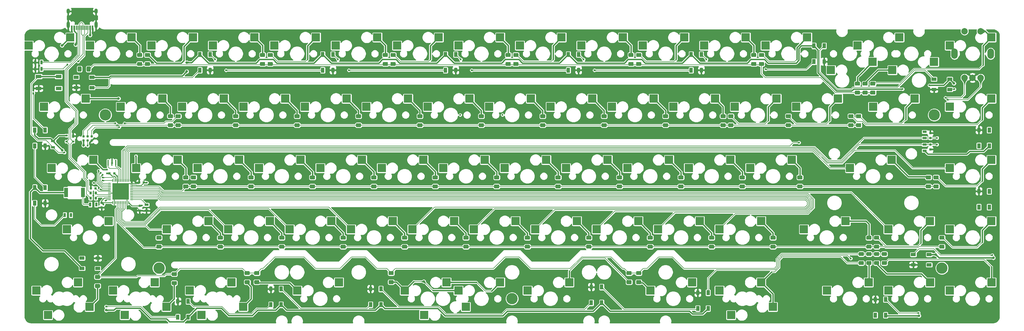
<source format=gbr>
G04 #@! TF.GenerationSoftware,KiCad,Pcbnew,(5.1.10)-1*
G04 #@! TF.CreationDate,2021-12-23T10:18:36+07:00*
G04 #@! TF.ProjectId,averange65,61766572-616e-4676-9536-352e6b696361,rev?*
G04 #@! TF.SameCoordinates,Original*
G04 #@! TF.FileFunction,Copper,L2,Bot*
G04 #@! TF.FilePolarity,Positive*
%FSLAX46Y46*%
G04 Gerber Fmt 4.6, Leading zero omitted, Abs format (unit mm)*
G04 Created by KiCad (PCBNEW (5.1.10)-1) date 2021-12-23 10:18:36*
%MOMM*%
%LPD*%
G01*
G04 APERTURE LIST*
G04 #@! TA.AperFunction,SMDPad,CuDef*
%ADD10R,2.550000X2.500000*%
G04 #@! TD*
G04 #@! TA.AperFunction,ConnectorPad*
%ADD11C,0.787400*%
G04 #@! TD*
G04 #@! TA.AperFunction,SMDPad,CuDef*
%ADD12R,5.150000X5.150000*%
G04 #@! TD*
G04 #@! TA.AperFunction,SMDPad,CuDef*
%ADD13R,0.700000X1.000000*%
G04 #@! TD*
G04 #@! TA.AperFunction,SMDPad,CuDef*
%ADD14R,0.700000X0.600000*%
G04 #@! TD*
G04 #@! TA.AperFunction,SMDPad,CuDef*
%ADD15R,0.700000X1.300000*%
G04 #@! TD*
G04 #@! TA.AperFunction,SMDPad,CuDef*
%ADD16R,1.300000X0.700000*%
G04 #@! TD*
G04 #@! TA.AperFunction,SMDPad,CuDef*
%ADD17R,0.800000X0.950000*%
G04 #@! TD*
G04 #@! TA.AperFunction,SMDPad,CuDef*
%ADD18R,0.800000X0.750000*%
G04 #@! TD*
G04 #@! TA.AperFunction,SMDPad,CuDef*
%ADD19R,0.750000X0.800000*%
G04 #@! TD*
G04 #@! TA.AperFunction,SMDPad,CuDef*
%ADD20R,0.600000X1.450000*%
G04 #@! TD*
G04 #@! TA.AperFunction,SMDPad,CuDef*
%ADD21R,0.300000X1.450000*%
G04 #@! TD*
G04 #@! TA.AperFunction,ComponentPad*
%ADD22O,1.000000X2.100000*%
G04 #@! TD*
G04 #@! TA.AperFunction,ComponentPad*
%ADD23O,1.000000X1.600000*%
G04 #@! TD*
G04 #@! TA.AperFunction,ComponentPad*
%ADD24C,3.500000*%
G04 #@! TD*
G04 #@! TA.AperFunction,SMDPad,CuDef*
%ADD25R,1.500000X1.000000*%
G04 #@! TD*
G04 #@! TA.AperFunction,SMDPad,CuDef*
%ADD26R,1.000000X1.500000*%
G04 #@! TD*
G04 #@! TA.AperFunction,SMDPad,CuDef*
%ADD27R,0.400000X1.900000*%
G04 #@! TD*
G04 #@! TA.AperFunction,SMDPad,CuDef*
%ADD28R,1.800000X1.100000*%
G04 #@! TD*
G04 #@! TA.AperFunction,SMDPad,CuDef*
%ADD29R,1.190000X3.000000*%
G04 #@! TD*
G04 #@! TA.AperFunction,ComponentPad*
%ADD30C,2.000000*%
G04 #@! TD*
G04 #@! TA.AperFunction,ComponentPad*
%ADD31O,2.000000X3.200000*%
G04 #@! TD*
G04 #@! TA.AperFunction,ViaPad*
%ADD32C,0.600000*%
G04 #@! TD*
G04 #@! TA.AperFunction,ViaPad*
%ADD33C,0.800000*%
G04 #@! TD*
G04 #@! TA.AperFunction,Conductor*
%ADD34C,0.250000*%
G04 #@! TD*
G04 #@! TA.AperFunction,Conductor*
%ADD35C,0.400000*%
G04 #@! TD*
G04 #@! TA.AperFunction,Conductor*
%ADD36C,0.200000*%
G04 #@! TD*
G04 #@! TA.AperFunction,Conductor*
%ADD37C,0.254000*%
G04 #@! TD*
G04 #@! TA.AperFunction,Conductor*
%ADD38C,0.100000*%
G04 #@! TD*
G04 #@! TA.AperFunction,Conductor*
%ADD39C,0.025400*%
G04 #@! TD*
G04 APERTURE END LIST*
D10*
X255714734Y-100012500D03*
X242787734Y-102552500D03*
G04 #@! TA.AperFunction,SMDPad,CuDef*
G36*
G01*
X267172538Y-112441110D02*
X268292538Y-112441110D01*
G75*
G02*
X268532538Y-112681110I0J-240000D01*
G01*
X268532538Y-113401110D01*
G75*
G02*
X268292538Y-113641110I-240000J0D01*
G01*
X267172538Y-113641110D01*
G75*
G02*
X266932538Y-113401110I0J240000D01*
G01*
X266932538Y-112681110D01*
G75*
G02*
X267172538Y-112441110I240000J0D01*
G01*
G37*
G04 #@! TD.AperFunction*
G04 #@! TA.AperFunction,SMDPad,CuDef*
G36*
G01*
X267172538Y-109641110D02*
X268292538Y-109641110D01*
G75*
G02*
X268532538Y-109881110I0J-240000D01*
G01*
X268532538Y-110601110D01*
G75*
G02*
X268292538Y-110841110I-240000J0D01*
G01*
X267172538Y-110841110D01*
G75*
G02*
X266932538Y-110601110I0J240000D01*
G01*
X266932538Y-109881110D01*
G75*
G02*
X267172538Y-109641110I240000J0D01*
G01*
G37*
G04 #@! TD.AperFunction*
G04 #@! TA.AperFunction,SMDPad,CuDef*
G36*
G01*
X264791282Y-112441110D02*
X265911282Y-112441110D01*
G75*
G02*
X266151282Y-112681110I0J-240000D01*
G01*
X266151282Y-113401110D01*
G75*
G02*
X265911282Y-113641110I-240000J0D01*
G01*
X264791282Y-113641110D01*
G75*
G02*
X264551282Y-113401110I0J240000D01*
G01*
X264551282Y-112681110D01*
G75*
G02*
X264791282Y-112441110I240000J0D01*
G01*
G37*
G04 #@! TD.AperFunction*
G04 #@! TA.AperFunction,SMDPad,CuDef*
G36*
G01*
X264791282Y-109641110D02*
X265911282Y-109641110D01*
G75*
G02*
X266151282Y-109881110I0J-240000D01*
G01*
X266151282Y-110601110D01*
G75*
G02*
X265911282Y-110841110I-240000J0D01*
G01*
X264791282Y-110841110D01*
G75*
G02*
X264551282Y-110601110I0J240000D01*
G01*
X264551282Y-109881110D01*
G75*
G02*
X264791282Y-109641110I240000J0D01*
G01*
G37*
G04 #@! TD.AperFunction*
G04 #@! TA.AperFunction,SMDPad,CuDef*
G36*
G01*
X262410026Y-112441110D02*
X263530026Y-112441110D01*
G75*
G02*
X263770026Y-112681110I0J-240000D01*
G01*
X263770026Y-113401110D01*
G75*
G02*
X263530026Y-113641110I-240000J0D01*
G01*
X262410026Y-113641110D01*
G75*
G02*
X262170026Y-113401110I0J240000D01*
G01*
X262170026Y-112681110D01*
G75*
G02*
X262410026Y-112441110I240000J0D01*
G01*
G37*
G04 #@! TD.AperFunction*
G04 #@! TA.AperFunction,SMDPad,CuDef*
G36*
G01*
X262410026Y-109641110D02*
X263530026Y-109641110D01*
G75*
G02*
X263770026Y-109881110I0J-240000D01*
G01*
X263770026Y-110601110D01*
G75*
G02*
X263530026Y-110841110I-240000J0D01*
G01*
X262410026Y-110841110D01*
G75*
G02*
X262170026Y-110601110I0J240000D01*
G01*
X262170026Y-109881110D01*
G75*
G02*
X262410026Y-109641110I240000J0D01*
G01*
G37*
G04 #@! TD.AperFunction*
G04 #@! TA.AperFunction,SMDPad,CuDef*
G36*
G01*
X260028770Y-112441110D02*
X261148770Y-112441110D01*
G75*
G02*
X261388770Y-112681110I0J-240000D01*
G01*
X261388770Y-113401110D01*
G75*
G02*
X261148770Y-113641110I-240000J0D01*
G01*
X260028770Y-113641110D01*
G75*
G02*
X259788770Y-113401110I0J240000D01*
G01*
X259788770Y-112681110D01*
G75*
G02*
X260028770Y-112441110I240000J0D01*
G01*
G37*
G04 #@! TD.AperFunction*
G04 #@! TA.AperFunction,SMDPad,CuDef*
G36*
G01*
X260028770Y-109641110D02*
X261148770Y-109641110D01*
G75*
G02*
X261388770Y-109881110I0J-240000D01*
G01*
X261388770Y-110601110D01*
G75*
G02*
X261148770Y-110841110I-240000J0D01*
G01*
X260028770Y-110841110D01*
G75*
G02*
X259788770Y-110601110I0J240000D01*
G01*
X259788770Y-109881110D01*
G75*
G02*
X260028770Y-109641110I240000J0D01*
G01*
G37*
G04 #@! TD.AperFunction*
G04 #@! TA.AperFunction,SMDPad,CuDef*
G36*
G01*
X190972660Y-118394375D02*
X192092660Y-118394375D01*
G75*
G02*
X192332660Y-118634375I0J-240000D01*
G01*
X192332660Y-119354375D01*
G75*
G02*
X192092660Y-119594375I-240000J0D01*
G01*
X190972660Y-119594375D01*
G75*
G02*
X190732660Y-119354375I0J240000D01*
G01*
X190732660Y-118634375D01*
G75*
G02*
X190972660Y-118394375I240000J0D01*
G01*
G37*
G04 #@! TD.AperFunction*
G04 #@! TA.AperFunction,SMDPad,CuDef*
G36*
G01*
X190972660Y-115594375D02*
X192092660Y-115594375D01*
G75*
G02*
X192332660Y-115834375I0J-240000D01*
G01*
X192332660Y-116554375D01*
G75*
G02*
X192092660Y-116794375I-240000J0D01*
G01*
X190972660Y-116794375D01*
G75*
G02*
X190732660Y-116554375I0J240000D01*
G01*
X190732660Y-115834375D01*
G75*
G02*
X190972660Y-115594375I240000J0D01*
G01*
G37*
G04 #@! TD.AperFunction*
G04 #@! TA.AperFunction,SMDPad,CuDef*
G36*
G01*
X187996085Y-118394375D02*
X189116085Y-118394375D01*
G75*
G02*
X189356085Y-118634375I0J-240000D01*
G01*
X189356085Y-119354375D01*
G75*
G02*
X189116085Y-119594375I-240000J0D01*
G01*
X187996085Y-119594375D01*
G75*
G02*
X187756085Y-119354375I0J240000D01*
G01*
X187756085Y-118634375D01*
G75*
G02*
X187996085Y-118394375I240000J0D01*
G01*
G37*
G04 #@! TD.AperFunction*
G04 #@! TA.AperFunction,SMDPad,CuDef*
G36*
G01*
X187996085Y-115594375D02*
X189116085Y-115594375D01*
G75*
G02*
X189356085Y-115834375I0J-240000D01*
G01*
X189356085Y-116554375D01*
G75*
G02*
X189116085Y-116794375I-240000J0D01*
G01*
X187996085Y-116794375D01*
G75*
G02*
X187756085Y-116554375I0J240000D01*
G01*
X187756085Y-115834375D01*
G75*
G02*
X187996085Y-115594375I240000J0D01*
G01*
G37*
G04 #@! TD.AperFunction*
G04 #@! TA.AperFunction,SMDPad,CuDef*
G36*
G01*
X114176655Y-118394125D02*
X115296655Y-118394125D01*
G75*
G02*
X115536655Y-118634125I0J-240000D01*
G01*
X115536655Y-119354125D01*
G75*
G02*
X115296655Y-119594125I-240000J0D01*
G01*
X114176655Y-119594125D01*
G75*
G02*
X113936655Y-119354125I0J240000D01*
G01*
X113936655Y-118634125D01*
G75*
G02*
X114176655Y-118394125I240000J0D01*
G01*
G37*
G04 #@! TD.AperFunction*
G04 #@! TA.AperFunction,SMDPad,CuDef*
G36*
G01*
X114176655Y-115594125D02*
X115296655Y-115594125D01*
G75*
G02*
X115536655Y-115834125I0J-240000D01*
G01*
X115536655Y-116554125D01*
G75*
G02*
X115296655Y-116794125I-240000J0D01*
G01*
X114176655Y-116794125D01*
G75*
G02*
X113936655Y-116554125I0J240000D01*
G01*
X113936655Y-115834125D01*
G75*
G02*
X114176655Y-115594125I240000J0D01*
G01*
G37*
G04 #@! TD.AperFunction*
G04 #@! TA.AperFunction,SMDPad,CuDef*
G36*
G01*
X72504975Y-118394375D02*
X73624975Y-118394375D01*
G75*
G02*
X73864975Y-118634375I0J-240000D01*
G01*
X73864975Y-119354375D01*
G75*
G02*
X73624975Y-119594375I-240000J0D01*
G01*
X72504975Y-119594375D01*
G75*
G02*
X72264975Y-119354375I0J240000D01*
G01*
X72264975Y-118634375D01*
G75*
G02*
X72504975Y-118394375I240000J0D01*
G01*
G37*
G04 #@! TD.AperFunction*
G04 #@! TA.AperFunction,SMDPad,CuDef*
G36*
G01*
X72504975Y-115594375D02*
X73624975Y-115594375D01*
G75*
G02*
X73864975Y-115834375I0J-240000D01*
G01*
X73864975Y-116554375D01*
G75*
G02*
X73624975Y-116794375I-240000J0D01*
G01*
X72504975Y-116794375D01*
G75*
G02*
X72264975Y-116554375I0J240000D01*
G01*
X72264975Y-115834375D01*
G75*
G02*
X72504975Y-115594375I240000J0D01*
G01*
G37*
G04 #@! TD.AperFunction*
G04 #@! TA.AperFunction,SMDPad,CuDef*
G36*
G01*
X69528400Y-118394250D02*
X70648400Y-118394250D01*
G75*
G02*
X70888400Y-118634250I0J-240000D01*
G01*
X70888400Y-119354250D01*
G75*
G02*
X70648400Y-119594250I-240000J0D01*
G01*
X69528400Y-119594250D01*
G75*
G02*
X69288400Y-119354250I0J240000D01*
G01*
X69288400Y-118634250D01*
G75*
G02*
X69528400Y-118394250I240000J0D01*
G01*
G37*
G04 #@! TD.AperFunction*
G04 #@! TA.AperFunction,SMDPad,CuDef*
G36*
G01*
X69528400Y-115594250D02*
X70648400Y-115594250D01*
G75*
G02*
X70888400Y-115834250I0J-240000D01*
G01*
X70888400Y-116554250D01*
G75*
G02*
X70648400Y-116794250I-240000J0D01*
G01*
X69528400Y-116794250D01*
G75*
G02*
X69288400Y-116554250I0J240000D01*
G01*
X69288400Y-115834250D01*
G75*
G02*
X69528400Y-115594250I240000J0D01*
G01*
G37*
G04 #@! TD.AperFunction*
G04 #@! TA.AperFunction,SMDPad,CuDef*
G36*
G01*
X46906358Y-118691907D02*
X48026358Y-118691907D01*
G75*
G02*
X48266358Y-118931907I0J-240000D01*
G01*
X48266358Y-119651907D01*
G75*
G02*
X48026358Y-119891907I-240000J0D01*
G01*
X46906358Y-119891907D01*
G75*
G02*
X46666358Y-119651907I0J240000D01*
G01*
X46666358Y-118931907D01*
G75*
G02*
X46906358Y-118691907I240000J0D01*
G01*
G37*
G04 #@! TD.AperFunction*
G04 #@! TA.AperFunction,SMDPad,CuDef*
G36*
G01*
X46906358Y-115891907D02*
X48026358Y-115891907D01*
G75*
G02*
X48266358Y-116131907I0J-240000D01*
G01*
X48266358Y-116851907D01*
G75*
G02*
X48026358Y-117091907I-240000J0D01*
G01*
X46906358Y-117091907D01*
G75*
G02*
X46666358Y-116851907I0J240000D01*
G01*
X46666358Y-116131907D01*
G75*
G02*
X46906358Y-115891907I240000J0D01*
G01*
G37*
G04 #@! TD.AperFunction*
G04 #@! TA.AperFunction,SMDPad,CuDef*
G36*
G01*
X23093798Y-119584878D02*
X24213798Y-119584878D01*
G75*
G02*
X24453798Y-119824878I0J-240000D01*
G01*
X24453798Y-120544878D01*
G75*
G02*
X24213798Y-120784878I-240000J0D01*
G01*
X23093798Y-120784878D01*
G75*
G02*
X22853798Y-120544878I0J240000D01*
G01*
X22853798Y-119824878D01*
G75*
G02*
X23093798Y-119584878I240000J0D01*
G01*
G37*
G04 #@! TD.AperFunction*
G04 #@! TA.AperFunction,SMDPad,CuDef*
G36*
G01*
X23093798Y-116784878D02*
X24213798Y-116784878D01*
G75*
G02*
X24453798Y-117024878I0J-240000D01*
G01*
X24453798Y-117744878D01*
G75*
G02*
X24213798Y-117984878I-240000J0D01*
G01*
X23093798Y-117984878D01*
G75*
G02*
X22853798Y-117744878I0J240000D01*
G01*
X22853798Y-117024878D01*
G75*
G02*
X23093798Y-116784878I240000J0D01*
G01*
G37*
G04 #@! TD.AperFunction*
G04 #@! TA.AperFunction,SMDPad,CuDef*
G36*
G01*
X286151958Y-105780941D02*
X285031958Y-105780941D01*
G75*
G02*
X284791958Y-105540941I0J240000D01*
G01*
X284791958Y-104820941D01*
G75*
G02*
X285031958Y-104580941I240000J0D01*
G01*
X286151958Y-104580941D01*
G75*
G02*
X286391958Y-104820941I0J-240000D01*
G01*
X286391958Y-105540941D01*
G75*
G02*
X286151958Y-105780941I-240000J0D01*
G01*
G37*
G04 #@! TD.AperFunction*
G04 #@! TA.AperFunction,SMDPad,CuDef*
G36*
G01*
X286151958Y-108580941D02*
X285031958Y-108580941D01*
G75*
G02*
X284791958Y-108340941I0J240000D01*
G01*
X284791958Y-107620941D01*
G75*
G02*
X285031958Y-107380941I240000J0D01*
G01*
X286151958Y-107380941D01*
G75*
G02*
X286391958Y-107620941I0J-240000D01*
G01*
X286391958Y-108340941D01*
G75*
G02*
X286151958Y-108580941I-240000J0D01*
G01*
G37*
G04 #@! TD.AperFunction*
G04 #@! TA.AperFunction,SMDPad,CuDef*
G36*
G01*
X265911282Y-105780941D02*
X264791282Y-105780941D01*
G75*
G02*
X264551282Y-105540941I0J240000D01*
G01*
X264551282Y-104820941D01*
G75*
G02*
X264791282Y-104580941I240000J0D01*
G01*
X265911282Y-104580941D01*
G75*
G02*
X266151282Y-104820941I0J-240000D01*
G01*
X266151282Y-105540941D01*
G75*
G02*
X265911282Y-105780941I-240000J0D01*
G01*
G37*
G04 #@! TD.AperFunction*
G04 #@! TA.AperFunction,SMDPad,CuDef*
G36*
G01*
X265911282Y-108580941D02*
X264791282Y-108580941D01*
G75*
G02*
X264551282Y-108340941I0J240000D01*
G01*
X264551282Y-107620941D01*
G75*
G02*
X264791282Y-107380941I240000J0D01*
G01*
X265911282Y-107380941D01*
G75*
G02*
X266151282Y-107620941I0J-240000D01*
G01*
X266151282Y-108340941D01*
G75*
G02*
X265911282Y-108580941I-240000J0D01*
G01*
G37*
G04 #@! TD.AperFunction*
G04 #@! TA.AperFunction,SMDPad,CuDef*
G36*
G01*
X263530026Y-105780941D02*
X262410026Y-105780941D01*
G75*
G02*
X262170026Y-105540941I0J240000D01*
G01*
X262170026Y-104820941D01*
G75*
G02*
X262410026Y-104580941I240000J0D01*
G01*
X263530026Y-104580941D01*
G75*
G02*
X263770026Y-104820941I0J-240000D01*
G01*
X263770026Y-105540941D01*
G75*
G02*
X263530026Y-105780941I-240000J0D01*
G01*
G37*
G04 #@! TD.AperFunction*
G04 #@! TA.AperFunction,SMDPad,CuDef*
G36*
G01*
X263530026Y-108580941D02*
X262410026Y-108580941D01*
G75*
G02*
X262170026Y-108340941I0J240000D01*
G01*
X262170026Y-107620941D01*
G75*
G02*
X262410026Y-107380941I240000J0D01*
G01*
X263530026Y-107380941D01*
G75*
G02*
X263770026Y-107620941I0J-240000D01*
G01*
X263770026Y-108340941D01*
G75*
G02*
X263530026Y-108580941I-240000J0D01*
G01*
G37*
G04 #@! TD.AperFunction*
G04 #@! TA.AperFunction,SMDPad,CuDef*
G36*
G01*
X233764850Y-105781265D02*
X232644850Y-105781265D01*
G75*
G02*
X232404850Y-105541265I0J240000D01*
G01*
X232404850Y-104821265D01*
G75*
G02*
X232644850Y-104581265I240000J0D01*
G01*
X233764850Y-104581265D01*
G75*
G02*
X234004850Y-104821265I0J-240000D01*
G01*
X234004850Y-105541265D01*
G75*
G02*
X233764850Y-105781265I-240000J0D01*
G01*
G37*
G04 #@! TD.AperFunction*
G04 #@! TA.AperFunction,SMDPad,CuDef*
G36*
G01*
X233764850Y-108581265D02*
X232644850Y-108581265D01*
G75*
G02*
X232404850Y-108341265I0J240000D01*
G01*
X232404850Y-107621265D01*
G75*
G02*
X232644850Y-107381265I240000J0D01*
G01*
X233764850Y-107381265D01*
G75*
G02*
X234004850Y-107621265I0J-240000D01*
G01*
X234004850Y-108341265D01*
G75*
G02*
X233764850Y-108581265I-240000J0D01*
G01*
G37*
G04 #@! TD.AperFunction*
G04 #@! TA.AperFunction,SMDPad,CuDef*
G36*
G01*
X214714770Y-105781265D02*
X213594770Y-105781265D01*
G75*
G02*
X213354770Y-105541265I0J240000D01*
G01*
X213354770Y-104821265D01*
G75*
G02*
X213594770Y-104581265I240000J0D01*
G01*
X214714770Y-104581265D01*
G75*
G02*
X214954770Y-104821265I0J-240000D01*
G01*
X214954770Y-105541265D01*
G75*
G02*
X214714770Y-105781265I-240000J0D01*
G01*
G37*
G04 #@! TD.AperFunction*
G04 #@! TA.AperFunction,SMDPad,CuDef*
G36*
G01*
X214714770Y-108581265D02*
X213594770Y-108581265D01*
G75*
G02*
X213354770Y-108341265I0J240000D01*
G01*
X213354770Y-107621265D01*
G75*
G02*
X213594770Y-107381265I240000J0D01*
G01*
X214714770Y-107381265D01*
G75*
G02*
X214954770Y-107621265I0J-240000D01*
G01*
X214954770Y-108341265D01*
G75*
G02*
X214714770Y-108581265I-240000J0D01*
G01*
G37*
G04 #@! TD.AperFunction*
G04 #@! TA.AperFunction,SMDPad,CuDef*
G36*
G01*
X195664690Y-105781265D02*
X194544690Y-105781265D01*
G75*
G02*
X194304690Y-105541265I0J240000D01*
G01*
X194304690Y-104821265D01*
G75*
G02*
X194544690Y-104581265I240000J0D01*
G01*
X195664690Y-104581265D01*
G75*
G02*
X195904690Y-104821265I0J-240000D01*
G01*
X195904690Y-105541265D01*
G75*
G02*
X195664690Y-105781265I-240000J0D01*
G01*
G37*
G04 #@! TD.AperFunction*
G04 #@! TA.AperFunction,SMDPad,CuDef*
G36*
G01*
X195664690Y-108581265D02*
X194544690Y-108581265D01*
G75*
G02*
X194304690Y-108341265I0J240000D01*
G01*
X194304690Y-107621265D01*
G75*
G02*
X194544690Y-107381265I240000J0D01*
G01*
X195664690Y-107381265D01*
G75*
G02*
X195904690Y-107621265I0J-240000D01*
G01*
X195904690Y-108341265D01*
G75*
G02*
X195664690Y-108581265I-240000J0D01*
G01*
G37*
G04 #@! TD.AperFunction*
G04 #@! TA.AperFunction,SMDPad,CuDef*
G36*
G01*
X176614610Y-105781265D02*
X175494610Y-105781265D01*
G75*
G02*
X175254610Y-105541265I0J240000D01*
G01*
X175254610Y-104821265D01*
G75*
G02*
X175494610Y-104581265I240000J0D01*
G01*
X176614610Y-104581265D01*
G75*
G02*
X176854610Y-104821265I0J-240000D01*
G01*
X176854610Y-105541265D01*
G75*
G02*
X176614610Y-105781265I-240000J0D01*
G01*
G37*
G04 #@! TD.AperFunction*
G04 #@! TA.AperFunction,SMDPad,CuDef*
G36*
G01*
X176614610Y-108581265D02*
X175494610Y-108581265D01*
G75*
G02*
X175254610Y-108341265I0J240000D01*
G01*
X175254610Y-107621265D01*
G75*
G02*
X175494610Y-107381265I240000J0D01*
G01*
X176614610Y-107381265D01*
G75*
G02*
X176854610Y-107621265I0J-240000D01*
G01*
X176854610Y-108341265D01*
G75*
G02*
X176614610Y-108581265I-240000J0D01*
G01*
G37*
G04 #@! TD.AperFunction*
G04 #@! TA.AperFunction,SMDPad,CuDef*
G36*
G01*
X157564530Y-105781265D02*
X156444530Y-105781265D01*
G75*
G02*
X156204530Y-105541265I0J240000D01*
G01*
X156204530Y-104821265D01*
G75*
G02*
X156444530Y-104581265I240000J0D01*
G01*
X157564530Y-104581265D01*
G75*
G02*
X157804530Y-104821265I0J-240000D01*
G01*
X157804530Y-105541265D01*
G75*
G02*
X157564530Y-105781265I-240000J0D01*
G01*
G37*
G04 #@! TD.AperFunction*
G04 #@! TA.AperFunction,SMDPad,CuDef*
G36*
G01*
X157564530Y-108581265D02*
X156444530Y-108581265D01*
G75*
G02*
X156204530Y-108341265I0J240000D01*
G01*
X156204530Y-107621265D01*
G75*
G02*
X156444530Y-107381265I240000J0D01*
G01*
X157564530Y-107381265D01*
G75*
G02*
X157804530Y-107621265I0J-240000D01*
G01*
X157804530Y-108341265D01*
G75*
G02*
X157564530Y-108581265I-240000J0D01*
G01*
G37*
G04 #@! TD.AperFunction*
G04 #@! TA.AperFunction,SMDPad,CuDef*
G36*
G01*
X138514450Y-105781265D02*
X137394450Y-105781265D01*
G75*
G02*
X137154450Y-105541265I0J240000D01*
G01*
X137154450Y-104821265D01*
G75*
G02*
X137394450Y-104581265I240000J0D01*
G01*
X138514450Y-104581265D01*
G75*
G02*
X138754450Y-104821265I0J-240000D01*
G01*
X138754450Y-105541265D01*
G75*
G02*
X138514450Y-105781265I-240000J0D01*
G01*
G37*
G04 #@! TD.AperFunction*
G04 #@! TA.AperFunction,SMDPad,CuDef*
G36*
G01*
X138514450Y-108581265D02*
X137394450Y-108581265D01*
G75*
G02*
X137154450Y-108341265I0J240000D01*
G01*
X137154450Y-107621265D01*
G75*
G02*
X137394450Y-107381265I240000J0D01*
G01*
X138514450Y-107381265D01*
G75*
G02*
X138754450Y-107621265I0J-240000D01*
G01*
X138754450Y-108341265D01*
G75*
G02*
X138514450Y-108581265I-240000J0D01*
G01*
G37*
G04 #@! TD.AperFunction*
G04 #@! TA.AperFunction,SMDPad,CuDef*
G36*
G01*
X119464370Y-105781265D02*
X118344370Y-105781265D01*
G75*
G02*
X118104370Y-105541265I0J240000D01*
G01*
X118104370Y-104821265D01*
G75*
G02*
X118344370Y-104581265I240000J0D01*
G01*
X119464370Y-104581265D01*
G75*
G02*
X119704370Y-104821265I0J-240000D01*
G01*
X119704370Y-105541265D01*
G75*
G02*
X119464370Y-105781265I-240000J0D01*
G01*
G37*
G04 #@! TD.AperFunction*
G04 #@! TA.AperFunction,SMDPad,CuDef*
G36*
G01*
X119464370Y-108581265D02*
X118344370Y-108581265D01*
G75*
G02*
X118104370Y-108341265I0J240000D01*
G01*
X118104370Y-107621265D01*
G75*
G02*
X118344370Y-107381265I240000J0D01*
G01*
X119464370Y-107381265D01*
G75*
G02*
X119704370Y-107621265I0J-240000D01*
G01*
X119704370Y-108341265D01*
G75*
G02*
X119464370Y-108581265I-240000J0D01*
G01*
G37*
G04 #@! TD.AperFunction*
G04 #@! TA.AperFunction,SMDPad,CuDef*
G36*
G01*
X100414290Y-105781265D02*
X99294290Y-105781265D01*
G75*
G02*
X99054290Y-105541265I0J240000D01*
G01*
X99054290Y-104821265D01*
G75*
G02*
X99294290Y-104581265I240000J0D01*
G01*
X100414290Y-104581265D01*
G75*
G02*
X100654290Y-104821265I0J-240000D01*
G01*
X100654290Y-105541265D01*
G75*
G02*
X100414290Y-105781265I-240000J0D01*
G01*
G37*
G04 #@! TD.AperFunction*
G04 #@! TA.AperFunction,SMDPad,CuDef*
G36*
G01*
X100414290Y-108581265D02*
X99294290Y-108581265D01*
G75*
G02*
X99054290Y-108341265I0J240000D01*
G01*
X99054290Y-107621265D01*
G75*
G02*
X99294290Y-107381265I240000J0D01*
G01*
X100414290Y-107381265D01*
G75*
G02*
X100654290Y-107621265I0J-240000D01*
G01*
X100654290Y-108341265D01*
G75*
G02*
X100414290Y-108581265I-240000J0D01*
G01*
G37*
G04 #@! TD.AperFunction*
G04 #@! TA.AperFunction,SMDPad,CuDef*
G36*
G01*
X81364210Y-105781265D02*
X80244210Y-105781265D01*
G75*
G02*
X80004210Y-105541265I0J240000D01*
G01*
X80004210Y-104821265D01*
G75*
G02*
X80244210Y-104581265I240000J0D01*
G01*
X81364210Y-104581265D01*
G75*
G02*
X81604210Y-104821265I0J-240000D01*
G01*
X81604210Y-105541265D01*
G75*
G02*
X81364210Y-105781265I-240000J0D01*
G01*
G37*
G04 #@! TD.AperFunction*
G04 #@! TA.AperFunction,SMDPad,CuDef*
G36*
G01*
X81364210Y-108581265D02*
X80244210Y-108581265D01*
G75*
G02*
X80004210Y-108341265I0J240000D01*
G01*
X80004210Y-107621265D01*
G75*
G02*
X80244210Y-107381265I240000J0D01*
G01*
X81364210Y-107381265D01*
G75*
G02*
X81604210Y-107621265I0J-240000D01*
G01*
X81604210Y-108341265D01*
G75*
G02*
X81364210Y-108581265I-240000J0D01*
G01*
G37*
G04 #@! TD.AperFunction*
G04 #@! TA.AperFunction,SMDPad,CuDef*
G36*
G01*
X62314130Y-105781265D02*
X61194130Y-105781265D01*
G75*
G02*
X60954130Y-105541265I0J240000D01*
G01*
X60954130Y-104821265D01*
G75*
G02*
X61194130Y-104581265I240000J0D01*
G01*
X62314130Y-104581265D01*
G75*
G02*
X62554130Y-104821265I0J-240000D01*
G01*
X62554130Y-105541265D01*
G75*
G02*
X62314130Y-105781265I-240000J0D01*
G01*
G37*
G04 #@! TD.AperFunction*
G04 #@! TA.AperFunction,SMDPad,CuDef*
G36*
G01*
X62314130Y-108581265D02*
X61194130Y-108581265D01*
G75*
G02*
X60954130Y-108341265I0J240000D01*
G01*
X60954130Y-107621265D01*
G75*
G02*
X61194130Y-107381265I240000J0D01*
G01*
X62314130Y-107381265D01*
G75*
G02*
X62554130Y-107621265I0J-240000D01*
G01*
X62554130Y-108341265D01*
G75*
G02*
X62314130Y-108581265I-240000J0D01*
G01*
G37*
G04 #@! TD.AperFunction*
G04 #@! TA.AperFunction,SMDPad,CuDef*
G36*
G01*
X284366016Y-87028550D02*
X283246016Y-87028550D01*
G75*
G02*
X283006016Y-86788550I0J240000D01*
G01*
X283006016Y-86068550D01*
G75*
G02*
X283246016Y-85828550I240000J0D01*
G01*
X284366016Y-85828550D01*
G75*
G02*
X284606016Y-86068550I0J-240000D01*
G01*
X284606016Y-86788550D01*
G75*
G02*
X284366016Y-87028550I-240000J0D01*
G01*
G37*
G04 #@! TD.AperFunction*
G04 #@! TA.AperFunction,SMDPad,CuDef*
G36*
G01*
X284366016Y-89828550D02*
X283246016Y-89828550D01*
G75*
G02*
X283006016Y-89588550I0J240000D01*
G01*
X283006016Y-88868550D01*
G75*
G02*
X283246016Y-88628550I240000J0D01*
G01*
X284366016Y-88628550D01*
G75*
G02*
X284606016Y-88868550I0J-240000D01*
G01*
X284606016Y-89588550D01*
G75*
G02*
X284366016Y-89828550I-240000J0D01*
G01*
G37*
G04 #@! TD.AperFunction*
G04 #@! TA.AperFunction,SMDPad,CuDef*
G36*
G01*
X43263846Y-105780941D02*
X42143846Y-105780941D01*
G75*
G02*
X41903846Y-105540941I0J240000D01*
G01*
X41903846Y-104820941D01*
G75*
G02*
X42143846Y-104580941I240000J0D01*
G01*
X43263846Y-104580941D01*
G75*
G02*
X43503846Y-104820941I0J-240000D01*
G01*
X43503846Y-105540941D01*
G75*
G02*
X43263846Y-105780941I-240000J0D01*
G01*
G37*
G04 #@! TD.AperFunction*
G04 #@! TA.AperFunction,SMDPad,CuDef*
G36*
G01*
X43263846Y-108580941D02*
X42143846Y-108580941D01*
G75*
G02*
X41903846Y-108340941I0J240000D01*
G01*
X41903846Y-107620941D01*
G75*
G02*
X42143846Y-107380941I240000J0D01*
G01*
X43263846Y-107380941D01*
G75*
G02*
X43503846Y-107620941I0J-240000D01*
G01*
X43503846Y-108340941D01*
G75*
G02*
X43263846Y-108580941I-240000J0D01*
G01*
G37*
G04 #@! TD.AperFunction*
G04 #@! TA.AperFunction,SMDPad,CuDef*
G36*
G01*
X281984760Y-87028550D02*
X280864760Y-87028550D01*
G75*
G02*
X280624760Y-86788550I0J240000D01*
G01*
X280624760Y-86068550D01*
G75*
G02*
X280864760Y-85828550I240000J0D01*
G01*
X281984760Y-85828550D01*
G75*
G02*
X282224760Y-86068550I0J-240000D01*
G01*
X282224760Y-86788550D01*
G75*
G02*
X281984760Y-87028550I-240000J0D01*
G01*
G37*
G04 #@! TD.AperFunction*
G04 #@! TA.AperFunction,SMDPad,CuDef*
G36*
G01*
X281984760Y-89828550D02*
X280864760Y-89828550D01*
G75*
G02*
X280624760Y-89588550I0J240000D01*
G01*
X280624760Y-88868550D01*
G75*
G02*
X280864760Y-88628550I240000J0D01*
G01*
X281984760Y-88628550D01*
G75*
G02*
X282224760Y-88868550I0J-240000D01*
G01*
X282224760Y-89588550D01*
G75*
G02*
X281984760Y-89828550I-240000J0D01*
G01*
G37*
G04 #@! TD.AperFunction*
G04 #@! TA.AperFunction,SMDPad,CuDef*
G36*
G01*
X242099260Y-87028842D02*
X240979260Y-87028842D01*
G75*
G02*
X240739260Y-86788842I0J240000D01*
G01*
X240739260Y-86068842D01*
G75*
G02*
X240979260Y-85828842I240000J0D01*
G01*
X242099260Y-85828842D01*
G75*
G02*
X242339260Y-86068842I0J-240000D01*
G01*
X242339260Y-86788842D01*
G75*
G02*
X242099260Y-87028842I-240000J0D01*
G01*
G37*
G04 #@! TD.AperFunction*
G04 #@! TA.AperFunction,SMDPad,CuDef*
G36*
G01*
X242099260Y-89828842D02*
X240979260Y-89828842D01*
G75*
G02*
X240739260Y-89588842I0J240000D01*
G01*
X240739260Y-88868842D01*
G75*
G02*
X240979260Y-88628842I240000J0D01*
G01*
X242099260Y-88628842D01*
G75*
G02*
X242339260Y-88868842I0J-240000D01*
G01*
X242339260Y-89588842D01*
G75*
G02*
X242099260Y-89828842I-240000J0D01*
G01*
G37*
G04 #@! TD.AperFunction*
G04 #@! TA.AperFunction,SMDPad,CuDef*
G36*
G01*
X224239810Y-87028842D02*
X223119810Y-87028842D01*
G75*
G02*
X222879810Y-86788842I0J240000D01*
G01*
X222879810Y-86068842D01*
G75*
G02*
X223119810Y-85828842I240000J0D01*
G01*
X224239810Y-85828842D01*
G75*
G02*
X224479810Y-86068842I0J-240000D01*
G01*
X224479810Y-86788842D01*
G75*
G02*
X224239810Y-87028842I-240000J0D01*
G01*
G37*
G04 #@! TD.AperFunction*
G04 #@! TA.AperFunction,SMDPad,CuDef*
G36*
G01*
X224239810Y-89828842D02*
X223119810Y-89828842D01*
G75*
G02*
X222879810Y-89588842I0J240000D01*
G01*
X222879810Y-88868842D01*
G75*
G02*
X223119810Y-88628842I240000J0D01*
G01*
X224239810Y-88628842D01*
G75*
G02*
X224479810Y-88868842I0J-240000D01*
G01*
X224479810Y-89588842D01*
G75*
G02*
X224239810Y-89828842I-240000J0D01*
G01*
G37*
G04 #@! TD.AperFunction*
G04 #@! TA.AperFunction,SMDPad,CuDef*
G36*
G01*
X205189730Y-87028842D02*
X204069730Y-87028842D01*
G75*
G02*
X203829730Y-86788842I0J240000D01*
G01*
X203829730Y-86068842D01*
G75*
G02*
X204069730Y-85828842I240000J0D01*
G01*
X205189730Y-85828842D01*
G75*
G02*
X205429730Y-86068842I0J-240000D01*
G01*
X205429730Y-86788842D01*
G75*
G02*
X205189730Y-87028842I-240000J0D01*
G01*
G37*
G04 #@! TD.AperFunction*
G04 #@! TA.AperFunction,SMDPad,CuDef*
G36*
G01*
X205189730Y-89828842D02*
X204069730Y-89828842D01*
G75*
G02*
X203829730Y-89588842I0J240000D01*
G01*
X203829730Y-88868842D01*
G75*
G02*
X204069730Y-88628842I240000J0D01*
G01*
X205189730Y-88628842D01*
G75*
G02*
X205429730Y-88868842I0J-240000D01*
G01*
X205429730Y-89588842D01*
G75*
G02*
X205189730Y-89828842I-240000J0D01*
G01*
G37*
G04 #@! TD.AperFunction*
G04 #@! TA.AperFunction,SMDPad,CuDef*
G36*
G01*
X186139650Y-87028842D02*
X185019650Y-87028842D01*
G75*
G02*
X184779650Y-86788842I0J240000D01*
G01*
X184779650Y-86068842D01*
G75*
G02*
X185019650Y-85828842I240000J0D01*
G01*
X186139650Y-85828842D01*
G75*
G02*
X186379650Y-86068842I0J-240000D01*
G01*
X186379650Y-86788842D01*
G75*
G02*
X186139650Y-87028842I-240000J0D01*
G01*
G37*
G04 #@! TD.AperFunction*
G04 #@! TA.AperFunction,SMDPad,CuDef*
G36*
G01*
X186139650Y-89828842D02*
X185019650Y-89828842D01*
G75*
G02*
X184779650Y-89588842I0J240000D01*
G01*
X184779650Y-88868842D01*
G75*
G02*
X185019650Y-88628842I240000J0D01*
G01*
X186139650Y-88628842D01*
G75*
G02*
X186379650Y-88868842I0J-240000D01*
G01*
X186379650Y-89588842D01*
G75*
G02*
X186139650Y-89828842I-240000J0D01*
G01*
G37*
G04 #@! TD.AperFunction*
G04 #@! TA.AperFunction,SMDPad,CuDef*
G36*
G01*
X167089570Y-87028842D02*
X165969570Y-87028842D01*
G75*
G02*
X165729570Y-86788842I0J240000D01*
G01*
X165729570Y-86068842D01*
G75*
G02*
X165969570Y-85828842I240000J0D01*
G01*
X167089570Y-85828842D01*
G75*
G02*
X167329570Y-86068842I0J-240000D01*
G01*
X167329570Y-86788842D01*
G75*
G02*
X167089570Y-87028842I-240000J0D01*
G01*
G37*
G04 #@! TD.AperFunction*
G04 #@! TA.AperFunction,SMDPad,CuDef*
G36*
G01*
X167089570Y-89828842D02*
X165969570Y-89828842D01*
G75*
G02*
X165729570Y-89588842I0J240000D01*
G01*
X165729570Y-88868842D01*
G75*
G02*
X165969570Y-88628842I240000J0D01*
G01*
X167089570Y-88628842D01*
G75*
G02*
X167329570Y-88868842I0J-240000D01*
G01*
X167329570Y-89588842D01*
G75*
G02*
X167089570Y-89828842I-240000J0D01*
G01*
G37*
G04 #@! TD.AperFunction*
G04 #@! TA.AperFunction,SMDPad,CuDef*
G36*
G01*
X148039490Y-87028842D02*
X146919490Y-87028842D01*
G75*
G02*
X146679490Y-86788842I0J240000D01*
G01*
X146679490Y-86068842D01*
G75*
G02*
X146919490Y-85828842I240000J0D01*
G01*
X148039490Y-85828842D01*
G75*
G02*
X148279490Y-86068842I0J-240000D01*
G01*
X148279490Y-86788842D01*
G75*
G02*
X148039490Y-87028842I-240000J0D01*
G01*
G37*
G04 #@! TD.AperFunction*
G04 #@! TA.AperFunction,SMDPad,CuDef*
G36*
G01*
X148039490Y-89828842D02*
X146919490Y-89828842D01*
G75*
G02*
X146679490Y-89588842I0J240000D01*
G01*
X146679490Y-88868842D01*
G75*
G02*
X146919490Y-88628842I240000J0D01*
G01*
X148039490Y-88628842D01*
G75*
G02*
X148279490Y-88868842I0J-240000D01*
G01*
X148279490Y-89588842D01*
G75*
G02*
X148039490Y-89828842I-240000J0D01*
G01*
G37*
G04 #@! TD.AperFunction*
G04 #@! TA.AperFunction,SMDPad,CuDef*
G36*
G01*
X128988750Y-87028442D02*
X127868750Y-87028442D01*
G75*
G02*
X127628750Y-86788442I0J240000D01*
G01*
X127628750Y-86068442D01*
G75*
G02*
X127868750Y-85828442I240000J0D01*
G01*
X128988750Y-85828442D01*
G75*
G02*
X129228750Y-86068442I0J-240000D01*
G01*
X129228750Y-86788442D01*
G75*
G02*
X128988750Y-87028442I-240000J0D01*
G01*
G37*
G04 #@! TD.AperFunction*
G04 #@! TA.AperFunction,SMDPad,CuDef*
G36*
G01*
X128988750Y-89828442D02*
X127868750Y-89828442D01*
G75*
G02*
X127628750Y-89588442I0J240000D01*
G01*
X127628750Y-88868442D01*
G75*
G02*
X127868750Y-88628442I240000J0D01*
G01*
X128988750Y-88628442D01*
G75*
G02*
X129228750Y-88868442I0J-240000D01*
G01*
X129228750Y-89588442D01*
G75*
G02*
X128988750Y-89828442I-240000J0D01*
G01*
G37*
G04 #@! TD.AperFunction*
G04 #@! TA.AperFunction,SMDPad,CuDef*
G36*
G01*
X109938750Y-87028442D02*
X108818750Y-87028442D01*
G75*
G02*
X108578750Y-86788442I0J240000D01*
G01*
X108578750Y-86068442D01*
G75*
G02*
X108818750Y-85828442I240000J0D01*
G01*
X109938750Y-85828442D01*
G75*
G02*
X110178750Y-86068442I0J-240000D01*
G01*
X110178750Y-86788442D01*
G75*
G02*
X109938750Y-87028442I-240000J0D01*
G01*
G37*
G04 #@! TD.AperFunction*
G04 #@! TA.AperFunction,SMDPad,CuDef*
G36*
G01*
X109938750Y-89828442D02*
X108818750Y-89828442D01*
G75*
G02*
X108578750Y-89588442I0J240000D01*
G01*
X108578750Y-88868442D01*
G75*
G02*
X108818750Y-88628442I240000J0D01*
G01*
X109938750Y-88628442D01*
G75*
G02*
X110178750Y-88868442I0J-240000D01*
G01*
X110178750Y-89588442D01*
G75*
G02*
X109938750Y-89828442I-240000J0D01*
G01*
G37*
G04 #@! TD.AperFunction*
G04 #@! TA.AperFunction,SMDPad,CuDef*
G36*
G01*
X90889250Y-87028842D02*
X89769250Y-87028842D01*
G75*
G02*
X89529250Y-86788842I0J240000D01*
G01*
X89529250Y-86068842D01*
G75*
G02*
X89769250Y-85828842I240000J0D01*
G01*
X90889250Y-85828842D01*
G75*
G02*
X91129250Y-86068842I0J-240000D01*
G01*
X91129250Y-86788842D01*
G75*
G02*
X90889250Y-87028842I-240000J0D01*
G01*
G37*
G04 #@! TD.AperFunction*
G04 #@! TA.AperFunction,SMDPad,CuDef*
G36*
G01*
X90889250Y-89828842D02*
X89769250Y-89828842D01*
G75*
G02*
X89529250Y-89588842I0J240000D01*
G01*
X89529250Y-88868842D01*
G75*
G02*
X89769250Y-88628842I240000J0D01*
G01*
X90889250Y-88628842D01*
G75*
G02*
X91129250Y-88868842I0J-240000D01*
G01*
X91129250Y-89588842D01*
G75*
G02*
X90889250Y-89828842I-240000J0D01*
G01*
G37*
G04 #@! TD.AperFunction*
G04 #@! TA.AperFunction,SMDPad,CuDef*
G36*
G01*
X71839170Y-87028842D02*
X70719170Y-87028842D01*
G75*
G02*
X70479170Y-86788842I0J240000D01*
G01*
X70479170Y-86068842D01*
G75*
G02*
X70719170Y-85828842I240000J0D01*
G01*
X71839170Y-85828842D01*
G75*
G02*
X72079170Y-86068842I0J-240000D01*
G01*
X72079170Y-86788842D01*
G75*
G02*
X71839170Y-87028842I-240000J0D01*
G01*
G37*
G04 #@! TD.AperFunction*
G04 #@! TA.AperFunction,SMDPad,CuDef*
G36*
G01*
X71839170Y-89828842D02*
X70719170Y-89828842D01*
G75*
G02*
X70479170Y-89588842I0J240000D01*
G01*
X70479170Y-88868842D01*
G75*
G02*
X70719170Y-88628842I240000J0D01*
G01*
X71839170Y-88628842D01*
G75*
G02*
X72079170Y-88868842I0J-240000D01*
G01*
X72079170Y-89588842D01*
G75*
G02*
X71839170Y-89828842I-240000J0D01*
G01*
G37*
G04 #@! TD.AperFunction*
G04 #@! TA.AperFunction,SMDPad,CuDef*
G36*
G01*
X51598125Y-87028442D02*
X50478125Y-87028442D01*
G75*
G02*
X50238125Y-86788442I0J240000D01*
G01*
X50238125Y-86068442D01*
G75*
G02*
X50478125Y-85828442I240000J0D01*
G01*
X51598125Y-85828442D01*
G75*
G02*
X51838125Y-86068442I0J-240000D01*
G01*
X51838125Y-86788442D01*
G75*
G02*
X51598125Y-87028442I-240000J0D01*
G01*
G37*
G04 #@! TD.AperFunction*
G04 #@! TA.AperFunction,SMDPad,CuDef*
G36*
G01*
X51598125Y-89828442D02*
X50478125Y-89828442D01*
G75*
G02*
X50238125Y-89588442I0J240000D01*
G01*
X50238125Y-88868442D01*
G75*
G02*
X50478125Y-88628442I240000J0D01*
G01*
X51598125Y-88628442D01*
G75*
G02*
X51838125Y-88868442I0J-240000D01*
G01*
X51838125Y-89588442D01*
G75*
G02*
X51598125Y-89828442I-240000J0D01*
G01*
G37*
G04 #@! TD.AperFunction*
G04 #@! TA.AperFunction,SMDPad,CuDef*
G36*
G01*
X257934760Y-67978502D02*
X256814760Y-67978502D01*
G75*
G02*
X256574760Y-67738502I0J240000D01*
G01*
X256574760Y-67018502D01*
G75*
G02*
X256814760Y-66778502I240000J0D01*
G01*
X257934760Y-66778502D01*
G75*
G02*
X258174760Y-67018502I0J-240000D01*
G01*
X258174760Y-67738502D01*
G75*
G02*
X257934760Y-67978502I-240000J0D01*
G01*
G37*
G04 #@! TD.AperFunction*
G04 #@! TA.AperFunction,SMDPad,CuDef*
G36*
G01*
X257934760Y-70778502D02*
X256814760Y-70778502D01*
G75*
G02*
X256574760Y-70538502I0J240000D01*
G01*
X256574760Y-69818502D01*
G75*
G02*
X256814760Y-69578502I240000J0D01*
G01*
X257934760Y-69578502D01*
G75*
G02*
X258174760Y-69818502I0J-240000D01*
G01*
X258174760Y-70538502D01*
G75*
G02*
X257934760Y-70778502I-240000J0D01*
G01*
G37*
G04 #@! TD.AperFunction*
G04 #@! TA.AperFunction,SMDPad,CuDef*
G36*
G01*
X260316016Y-67978550D02*
X259196016Y-67978550D01*
G75*
G02*
X258956016Y-67738550I0J240000D01*
G01*
X258956016Y-67018550D01*
G75*
G02*
X259196016Y-66778550I240000J0D01*
G01*
X260316016Y-66778550D01*
G75*
G02*
X260556016Y-67018550I0J-240000D01*
G01*
X260556016Y-67738550D01*
G75*
G02*
X260316016Y-67978550I-240000J0D01*
G01*
G37*
G04 #@! TD.AperFunction*
G04 #@! TA.AperFunction,SMDPad,CuDef*
G36*
G01*
X260316016Y-70778550D02*
X259196016Y-70778550D01*
G75*
G02*
X258956016Y-70538550I0J240000D01*
G01*
X258956016Y-69818550D01*
G75*
G02*
X259196016Y-69578550I240000J0D01*
G01*
X260316016Y-69578550D01*
G75*
G02*
X260556016Y-69818550I0J-240000D01*
G01*
X260556016Y-70538550D01*
G75*
G02*
X260316016Y-70778550I-240000J0D01*
G01*
G37*
G04 #@! TD.AperFunction*
G04 #@! TA.AperFunction,SMDPad,CuDef*
G36*
G01*
X53979375Y-87028442D02*
X52859375Y-87028442D01*
G75*
G02*
X52619375Y-86788442I0J240000D01*
G01*
X52619375Y-86068442D01*
G75*
G02*
X52859375Y-85828442I240000J0D01*
G01*
X53979375Y-85828442D01*
G75*
G02*
X54219375Y-86068442I0J-240000D01*
G01*
X54219375Y-86788442D01*
G75*
G02*
X53979375Y-87028442I-240000J0D01*
G01*
G37*
G04 #@! TD.AperFunction*
G04 #@! TA.AperFunction,SMDPad,CuDef*
G36*
G01*
X53979375Y-89828442D02*
X52859375Y-89828442D01*
G75*
G02*
X52619375Y-89588442I0J240000D01*
G01*
X52619375Y-88868442D01*
G75*
G02*
X52859375Y-88628442I240000J0D01*
G01*
X53979375Y-88628442D01*
G75*
G02*
X54219375Y-88868442I0J-240000D01*
G01*
X54219375Y-89588442D01*
G75*
G02*
X53979375Y-89828442I-240000J0D01*
G01*
G37*
G04 #@! TD.AperFunction*
G04 #@! TA.AperFunction,SMDPad,CuDef*
G36*
G01*
X238526886Y-67978442D02*
X237406886Y-67978442D01*
G75*
G02*
X237166886Y-67738442I0J240000D01*
G01*
X237166886Y-67018442D01*
G75*
G02*
X237406886Y-66778442I240000J0D01*
G01*
X238526886Y-66778442D01*
G75*
G02*
X238766886Y-67018442I0J-240000D01*
G01*
X238766886Y-67738442D01*
G75*
G02*
X238526886Y-67978442I-240000J0D01*
G01*
G37*
G04 #@! TD.AperFunction*
G04 #@! TA.AperFunction,SMDPad,CuDef*
G36*
G01*
X238526886Y-70778442D02*
X237406886Y-70778442D01*
G75*
G02*
X237166886Y-70538442I0J240000D01*
G01*
X237166886Y-69818442D01*
G75*
G02*
X237406886Y-69578442I240000J0D01*
G01*
X238526886Y-69578442D01*
G75*
G02*
X238766886Y-69818442I0J-240000D01*
G01*
X238766886Y-70538442D01*
G75*
G02*
X238526886Y-70778442I-240000J0D01*
G01*
G37*
G04 #@! TD.AperFunction*
G04 #@! TA.AperFunction,SMDPad,CuDef*
G36*
G01*
X220667920Y-67978762D02*
X219547920Y-67978762D01*
G75*
G02*
X219307920Y-67738762I0J240000D01*
G01*
X219307920Y-67018762D01*
G75*
G02*
X219547920Y-66778762I240000J0D01*
G01*
X220667920Y-66778762D01*
G75*
G02*
X220907920Y-67018762I0J-240000D01*
G01*
X220907920Y-67738762D01*
G75*
G02*
X220667920Y-67978762I-240000J0D01*
G01*
G37*
G04 #@! TD.AperFunction*
G04 #@! TA.AperFunction,SMDPad,CuDef*
G36*
G01*
X220667920Y-70778762D02*
X219547920Y-70778762D01*
G75*
G02*
X219307920Y-70538762I0J240000D01*
G01*
X219307920Y-69818762D01*
G75*
G02*
X219547920Y-69578762I240000J0D01*
G01*
X220667920Y-69578762D01*
G75*
G02*
X220907920Y-69818762I0J-240000D01*
G01*
X220907920Y-70538762D01*
G75*
G02*
X220667920Y-70778762I-240000J0D01*
G01*
G37*
G04 #@! TD.AperFunction*
G04 #@! TA.AperFunction,SMDPad,CuDef*
G36*
G01*
X218286660Y-67978762D02*
X217166660Y-67978762D01*
G75*
G02*
X216926660Y-67738762I0J240000D01*
G01*
X216926660Y-67018762D01*
G75*
G02*
X217166660Y-66778762I240000J0D01*
G01*
X218286660Y-66778762D01*
G75*
G02*
X218526660Y-67018762I0J-240000D01*
G01*
X218526660Y-67738762D01*
G75*
G02*
X218286660Y-67978762I-240000J0D01*
G01*
G37*
G04 #@! TD.AperFunction*
G04 #@! TA.AperFunction,SMDPad,CuDef*
G36*
G01*
X218286660Y-70778762D02*
X217166660Y-70778762D01*
G75*
G02*
X216926660Y-70538762I0J240000D01*
G01*
X216926660Y-69818762D01*
G75*
G02*
X217166660Y-69578762I240000J0D01*
G01*
X218286660Y-69578762D01*
G75*
G02*
X218526660Y-69818762I0J-240000D01*
G01*
X218526660Y-70538762D01*
G75*
G02*
X218286660Y-70778762I-240000J0D01*
G01*
G37*
G04 #@! TD.AperFunction*
G04 #@! TA.AperFunction,SMDPad,CuDef*
G36*
G01*
X200427210Y-67978762D02*
X199307210Y-67978762D01*
G75*
G02*
X199067210Y-67738762I0J240000D01*
G01*
X199067210Y-67018762D01*
G75*
G02*
X199307210Y-66778762I240000J0D01*
G01*
X200427210Y-66778762D01*
G75*
G02*
X200667210Y-67018762I0J-240000D01*
G01*
X200667210Y-67738762D01*
G75*
G02*
X200427210Y-67978762I-240000J0D01*
G01*
G37*
G04 #@! TD.AperFunction*
G04 #@! TA.AperFunction,SMDPad,CuDef*
G36*
G01*
X200427210Y-70778762D02*
X199307210Y-70778762D01*
G75*
G02*
X199067210Y-70538762I0J240000D01*
G01*
X199067210Y-69818762D01*
G75*
G02*
X199307210Y-69578762I240000J0D01*
G01*
X200427210Y-69578762D01*
G75*
G02*
X200667210Y-69818762I0J-240000D01*
G01*
X200667210Y-70538762D01*
G75*
G02*
X200427210Y-70778762I-240000J0D01*
G01*
G37*
G04 #@! TD.AperFunction*
G04 #@! TA.AperFunction,SMDPad,CuDef*
G36*
G01*
X181376426Y-67978442D02*
X180256426Y-67978442D01*
G75*
G02*
X180016426Y-67738442I0J240000D01*
G01*
X180016426Y-67018442D01*
G75*
G02*
X180256426Y-66778442I240000J0D01*
G01*
X181376426Y-66778442D01*
G75*
G02*
X181616426Y-67018442I0J-240000D01*
G01*
X181616426Y-67738442D01*
G75*
G02*
X181376426Y-67978442I-240000J0D01*
G01*
G37*
G04 #@! TD.AperFunction*
G04 #@! TA.AperFunction,SMDPad,CuDef*
G36*
G01*
X181376426Y-70778442D02*
X180256426Y-70778442D01*
G75*
G02*
X180016426Y-70538442I0J240000D01*
G01*
X180016426Y-69818442D01*
G75*
G02*
X180256426Y-69578442I240000J0D01*
G01*
X181376426Y-69578442D01*
G75*
G02*
X181616426Y-69818442I0J-240000D01*
G01*
X181616426Y-70538442D01*
G75*
G02*
X181376426Y-70778442I-240000J0D01*
G01*
G37*
G04 #@! TD.AperFunction*
G04 #@! TA.AperFunction,SMDPad,CuDef*
G36*
G01*
X162327050Y-67978762D02*
X161207050Y-67978762D01*
G75*
G02*
X160967050Y-67738762I0J240000D01*
G01*
X160967050Y-67018762D01*
G75*
G02*
X161207050Y-66778762I240000J0D01*
G01*
X162327050Y-66778762D01*
G75*
G02*
X162567050Y-67018762I0J-240000D01*
G01*
X162567050Y-67738762D01*
G75*
G02*
X162327050Y-67978762I-240000J0D01*
G01*
G37*
G04 #@! TD.AperFunction*
G04 #@! TA.AperFunction,SMDPad,CuDef*
G36*
G01*
X162327050Y-70778762D02*
X161207050Y-70778762D01*
G75*
G02*
X160967050Y-70538762I0J240000D01*
G01*
X160967050Y-69818762D01*
G75*
G02*
X161207050Y-69578762I240000J0D01*
G01*
X162327050Y-69578762D01*
G75*
G02*
X162567050Y-69818762I0J-240000D01*
G01*
X162567050Y-70538762D01*
G75*
G02*
X162327050Y-70778762I-240000J0D01*
G01*
G37*
G04 #@! TD.AperFunction*
G04 #@! TA.AperFunction,SMDPad,CuDef*
G36*
G01*
X143276394Y-67978442D02*
X142156394Y-67978442D01*
G75*
G02*
X141916394Y-67738442I0J240000D01*
G01*
X141916394Y-67018442D01*
G75*
G02*
X142156394Y-66778442I240000J0D01*
G01*
X143276394Y-66778442D01*
G75*
G02*
X143516394Y-67018442I0J-240000D01*
G01*
X143516394Y-67738442D01*
G75*
G02*
X143276394Y-67978442I-240000J0D01*
G01*
G37*
G04 #@! TD.AperFunction*
G04 #@! TA.AperFunction,SMDPad,CuDef*
G36*
G01*
X143276394Y-70778442D02*
X142156394Y-70778442D01*
G75*
G02*
X141916394Y-70538442I0J240000D01*
G01*
X141916394Y-69818442D01*
G75*
G02*
X142156394Y-69578442I240000J0D01*
G01*
X143276394Y-69578442D01*
G75*
G02*
X143516394Y-69818442I0J-240000D01*
G01*
X143516394Y-70538442D01*
G75*
G02*
X143276394Y-70778442I-240000J0D01*
G01*
G37*
G04 #@! TD.AperFunction*
G04 #@! TA.AperFunction,SMDPad,CuDef*
G36*
G01*
X124226378Y-67978442D02*
X123106378Y-67978442D01*
G75*
G02*
X122866378Y-67738442I0J240000D01*
G01*
X122866378Y-67018442D01*
G75*
G02*
X123106378Y-66778442I240000J0D01*
G01*
X124226378Y-66778442D01*
G75*
G02*
X124466378Y-67018442I0J-240000D01*
G01*
X124466378Y-67738442D01*
G75*
G02*
X124226378Y-67978442I-240000J0D01*
G01*
G37*
G04 #@! TD.AperFunction*
G04 #@! TA.AperFunction,SMDPad,CuDef*
G36*
G01*
X124226378Y-70778442D02*
X123106378Y-70778442D01*
G75*
G02*
X122866378Y-70538442I0J240000D01*
G01*
X122866378Y-69818442D01*
G75*
G02*
X123106378Y-69578442I240000J0D01*
G01*
X124226378Y-69578442D01*
G75*
G02*
X124466378Y-69818442I0J-240000D01*
G01*
X124466378Y-70538442D01*
G75*
G02*
X124226378Y-70778442I-240000J0D01*
G01*
G37*
G04 #@! TD.AperFunction*
G04 #@! TA.AperFunction,SMDPad,CuDef*
G36*
G01*
X105176362Y-67978442D02*
X104056362Y-67978442D01*
G75*
G02*
X103816362Y-67738442I0J240000D01*
G01*
X103816362Y-67018442D01*
G75*
G02*
X104056362Y-66778442I240000J0D01*
G01*
X105176362Y-66778442D01*
G75*
G02*
X105416362Y-67018442I0J-240000D01*
G01*
X105416362Y-67738442D01*
G75*
G02*
X105176362Y-67978442I-240000J0D01*
G01*
G37*
G04 #@! TD.AperFunction*
G04 #@! TA.AperFunction,SMDPad,CuDef*
G36*
G01*
X105176362Y-70778442D02*
X104056362Y-70778442D01*
G75*
G02*
X103816362Y-70538442I0J240000D01*
G01*
X103816362Y-69818442D01*
G75*
G02*
X104056362Y-69578442I240000J0D01*
G01*
X105176362Y-69578442D01*
G75*
G02*
X105416362Y-69818442I0J-240000D01*
G01*
X105416362Y-70538442D01*
G75*
G02*
X105176362Y-70778442I-240000J0D01*
G01*
G37*
G04 #@! TD.AperFunction*
G04 #@! TA.AperFunction,SMDPad,CuDef*
G36*
G01*
X86126346Y-67978442D02*
X85006346Y-67978442D01*
G75*
G02*
X84766346Y-67738442I0J240000D01*
G01*
X84766346Y-67018442D01*
G75*
G02*
X85006346Y-66778442I240000J0D01*
G01*
X86126346Y-66778442D01*
G75*
G02*
X86366346Y-67018442I0J-240000D01*
G01*
X86366346Y-67738442D01*
G75*
G02*
X86126346Y-67978442I-240000J0D01*
G01*
G37*
G04 #@! TD.AperFunction*
G04 #@! TA.AperFunction,SMDPad,CuDef*
G36*
G01*
X86126346Y-70778442D02*
X85006346Y-70778442D01*
G75*
G02*
X84766346Y-70538442I0J240000D01*
G01*
X84766346Y-69818442D01*
G75*
G02*
X85006346Y-69578442I240000J0D01*
G01*
X86126346Y-69578442D01*
G75*
G02*
X86366346Y-69818442I0J-240000D01*
G01*
X86366346Y-70538442D01*
G75*
G02*
X86126346Y-70778442I-240000J0D01*
G01*
G37*
G04 #@! TD.AperFunction*
G04 #@! TA.AperFunction,SMDPad,CuDef*
G36*
G01*
X67076330Y-67978442D02*
X65956330Y-67978442D01*
G75*
G02*
X65716330Y-67738442I0J240000D01*
G01*
X65716330Y-67018442D01*
G75*
G02*
X65956330Y-66778442I240000J0D01*
G01*
X67076330Y-66778442D01*
G75*
G02*
X67316330Y-67018442I0J-240000D01*
G01*
X67316330Y-67738442D01*
G75*
G02*
X67076330Y-67978442I-240000J0D01*
G01*
G37*
G04 #@! TD.AperFunction*
G04 #@! TA.AperFunction,SMDPad,CuDef*
G36*
G01*
X67076330Y-70778442D02*
X65956330Y-70778442D01*
G75*
G02*
X65716330Y-70538442I0J240000D01*
G01*
X65716330Y-69818442D01*
G75*
G02*
X65956330Y-69578442I240000J0D01*
G01*
X67076330Y-69578442D01*
G75*
G02*
X67316330Y-69818442I0J-240000D01*
G01*
X67316330Y-70538442D01*
G75*
G02*
X67076330Y-70778442I-240000J0D01*
G01*
G37*
G04 #@! TD.AperFunction*
G04 #@! TA.AperFunction,SMDPad,CuDef*
G36*
G01*
X46835730Y-67978762D02*
X45715730Y-67978762D01*
G75*
G02*
X45475730Y-67738762I0J240000D01*
G01*
X45475730Y-67018762D01*
G75*
G02*
X45715730Y-66778762I240000J0D01*
G01*
X46835730Y-66778762D01*
G75*
G02*
X47075730Y-67018762I0J-240000D01*
G01*
X47075730Y-67738762D01*
G75*
G02*
X46835730Y-67978762I-240000J0D01*
G01*
G37*
G04 #@! TD.AperFunction*
G04 #@! TA.AperFunction,SMDPad,CuDef*
G36*
G01*
X46835730Y-70778762D02*
X45715730Y-70778762D01*
G75*
G02*
X45475730Y-70538762I0J240000D01*
G01*
X45475730Y-69818762D01*
G75*
G02*
X45715730Y-69578762I240000J0D01*
G01*
X46835730Y-69578762D01*
G75*
G02*
X47075730Y-69818762I0J-240000D01*
G01*
X47075730Y-70538762D01*
G75*
G02*
X46835730Y-70778762I-240000J0D01*
G01*
G37*
G04 #@! TD.AperFunction*
G04 #@! TA.AperFunction,SMDPad,CuDef*
G36*
G01*
X49216986Y-67978502D02*
X48096986Y-67978502D01*
G75*
G02*
X47856986Y-67738502I0J240000D01*
G01*
X47856986Y-67018502D01*
G75*
G02*
X48096986Y-66778502I240000J0D01*
G01*
X49216986Y-66778502D01*
G75*
G02*
X49456986Y-67018502I0J-240000D01*
G01*
X49456986Y-67738502D01*
G75*
G02*
X49216986Y-67978502I-240000J0D01*
G01*
G37*
G04 #@! TD.AperFunction*
G04 #@! TA.AperFunction,SMDPad,CuDef*
G36*
G01*
X49216986Y-70778502D02*
X48096986Y-70778502D01*
G75*
G02*
X47856986Y-70538502I0J240000D01*
G01*
X47856986Y-69818502D01*
G75*
G02*
X48096986Y-69578502I240000J0D01*
G01*
X49216986Y-69578502D01*
G75*
G02*
X49456986Y-69818502I0J-240000D01*
G01*
X49456986Y-70538502D01*
G75*
G02*
X49216986Y-70778502I-240000J0D01*
G01*
G37*
G04 #@! TD.AperFunction*
G04 #@! TA.AperFunction,SMDPad,CuDef*
G36*
G01*
X264720654Y-57858164D02*
X263600654Y-57858164D01*
G75*
G02*
X263360654Y-57618164I0J240000D01*
G01*
X263360654Y-56898164D01*
G75*
G02*
X263600654Y-56658164I240000J0D01*
G01*
X264720654Y-56658164D01*
G75*
G02*
X264960654Y-56898164I0J-240000D01*
G01*
X264960654Y-57618164D01*
G75*
G02*
X264720654Y-57858164I-240000J0D01*
G01*
G37*
G04 #@! TD.AperFunction*
G04 #@! TA.AperFunction,SMDPad,CuDef*
G36*
G01*
X264720654Y-60658164D02*
X263600654Y-60658164D01*
G75*
G02*
X263360654Y-60418164I0J240000D01*
G01*
X263360654Y-59698164D01*
G75*
G02*
X263600654Y-59458164I240000J0D01*
G01*
X264720654Y-59458164D01*
G75*
G02*
X264960654Y-59698164I0J-240000D01*
G01*
X264960654Y-60418164D01*
G75*
G02*
X264720654Y-60658164I-240000J0D01*
G01*
G37*
G04 #@! TD.AperFunction*
G04 #@! TA.AperFunction,SMDPad,CuDef*
G36*
G01*
X262339398Y-57858164D02*
X261219398Y-57858164D01*
G75*
G02*
X260979398Y-57618164I0J240000D01*
G01*
X260979398Y-56898164D01*
G75*
G02*
X261219398Y-56658164I240000J0D01*
G01*
X262339398Y-56658164D01*
G75*
G02*
X262579398Y-56898164I0J-240000D01*
G01*
X262579398Y-57618164D01*
G75*
G02*
X262339398Y-57858164I-240000J0D01*
G01*
G37*
G04 #@! TD.AperFunction*
G04 #@! TA.AperFunction,SMDPad,CuDef*
G36*
G01*
X262339398Y-60658164D02*
X261219398Y-60658164D01*
G75*
G02*
X260979398Y-60418164I0J240000D01*
G01*
X260979398Y-59698164D01*
G75*
G02*
X261219398Y-59458164I240000J0D01*
G01*
X262339398Y-59458164D01*
G75*
G02*
X262579398Y-59698164I0J-240000D01*
G01*
X262579398Y-60418164D01*
G75*
G02*
X262339398Y-60658164I-240000J0D01*
G01*
G37*
G04 #@! TD.AperFunction*
G04 #@! TA.AperFunction,SMDPad,CuDef*
G36*
G01*
X259958142Y-57858164D02*
X258838142Y-57858164D01*
G75*
G02*
X258598142Y-57618164I0J240000D01*
G01*
X258598142Y-56898164D01*
G75*
G02*
X258838142Y-56658164I240000J0D01*
G01*
X259958142Y-56658164D01*
G75*
G02*
X260198142Y-56898164I0J-240000D01*
G01*
X260198142Y-57618164D01*
G75*
G02*
X259958142Y-57858164I-240000J0D01*
G01*
G37*
G04 #@! TD.AperFunction*
G04 #@! TA.AperFunction,SMDPad,CuDef*
G36*
G01*
X259958142Y-60658164D02*
X258838142Y-60658164D01*
G75*
G02*
X258598142Y-60418164I0J240000D01*
G01*
X258598142Y-59698164D01*
G75*
G02*
X258838142Y-59458164I240000J0D01*
G01*
X259958142Y-59458164D01*
G75*
G02*
X260198142Y-59698164I0J-240000D01*
G01*
X260198142Y-60418164D01*
G75*
G02*
X259958142Y-60658164I-240000J0D01*
G01*
G37*
G04 #@! TD.AperFunction*
G04 #@! TA.AperFunction,SMDPad,CuDef*
G36*
G01*
X230192960Y-48928679D02*
X229072960Y-48928679D01*
G75*
G02*
X228832960Y-48688679I0J240000D01*
G01*
X228832960Y-47968679D01*
G75*
G02*
X229072960Y-47728679I240000J0D01*
G01*
X230192960Y-47728679D01*
G75*
G02*
X230432960Y-47968679I0J-240000D01*
G01*
X230432960Y-48688679D01*
G75*
G02*
X230192960Y-48928679I-240000J0D01*
G01*
G37*
G04 #@! TD.AperFunction*
G04 #@! TA.AperFunction,SMDPad,CuDef*
G36*
G01*
X230192960Y-51728679D02*
X229072960Y-51728679D01*
G75*
G02*
X228832960Y-51488679I0J240000D01*
G01*
X228832960Y-50768679D01*
G75*
G02*
X229072960Y-50528679I240000J0D01*
G01*
X230192960Y-50528679D01*
G75*
G02*
X230432960Y-50768679I0J-240000D01*
G01*
X230432960Y-51488679D01*
G75*
G02*
X230192960Y-51728679I-240000J0D01*
G01*
G37*
G04 #@! TD.AperFunction*
G04 #@! TA.AperFunction,SMDPad,CuDef*
G36*
G01*
X227810840Y-48928439D02*
X226690840Y-48928439D01*
G75*
G02*
X226450840Y-48688439I0J240000D01*
G01*
X226450840Y-47968439D01*
G75*
G02*
X226690840Y-47728439I240000J0D01*
G01*
X227810840Y-47728439D01*
G75*
G02*
X228050840Y-47968439I0J-240000D01*
G01*
X228050840Y-48688439D01*
G75*
G02*
X227810840Y-48928439I-240000J0D01*
G01*
G37*
G04 #@! TD.AperFunction*
G04 #@! TA.AperFunction,SMDPad,CuDef*
G36*
G01*
X227810840Y-51728439D02*
X226690840Y-51728439D01*
G75*
G02*
X226450840Y-51488439I0J240000D01*
G01*
X226450840Y-50768439D01*
G75*
G02*
X226690840Y-50528439I240000J0D01*
G01*
X227810840Y-50528439D01*
G75*
G02*
X228050840Y-50768439I0J-240000D01*
G01*
X228050840Y-51488439D01*
G75*
G02*
X227810840Y-51728439I-240000J0D01*
G01*
G37*
G04 #@! TD.AperFunction*
G04 #@! TA.AperFunction,SMDPad,CuDef*
G36*
G01*
X192092800Y-48928439D02*
X190972800Y-48928439D01*
G75*
G02*
X190732800Y-48688439I0J240000D01*
G01*
X190732800Y-47968439D01*
G75*
G02*
X190972800Y-47728439I240000J0D01*
G01*
X192092800Y-47728439D01*
G75*
G02*
X192332800Y-47968439I0J-240000D01*
G01*
X192332800Y-48688439D01*
G75*
G02*
X192092800Y-48928439I-240000J0D01*
G01*
G37*
G04 #@! TD.AperFunction*
G04 #@! TA.AperFunction,SMDPad,CuDef*
G36*
G01*
X192092800Y-51728439D02*
X190972800Y-51728439D01*
G75*
G02*
X190732800Y-51488439I0J240000D01*
G01*
X190732800Y-50768439D01*
G75*
G02*
X190972800Y-50528439I240000J0D01*
G01*
X192092800Y-50528439D01*
G75*
G02*
X192332800Y-50768439I0J-240000D01*
G01*
X192332800Y-51488439D01*
G75*
G02*
X192092800Y-51728439I-240000J0D01*
G01*
G37*
G04 #@! TD.AperFunction*
G04 #@! TA.AperFunction,SMDPad,CuDef*
G36*
G01*
X189710808Y-48928439D02*
X188590808Y-48928439D01*
G75*
G02*
X188350808Y-48688439I0J240000D01*
G01*
X188350808Y-47968439D01*
G75*
G02*
X188590808Y-47728439I240000J0D01*
G01*
X189710808Y-47728439D01*
G75*
G02*
X189950808Y-47968439I0J-240000D01*
G01*
X189950808Y-48688439D01*
G75*
G02*
X189710808Y-48928439I-240000J0D01*
G01*
G37*
G04 #@! TD.AperFunction*
G04 #@! TA.AperFunction,SMDPad,CuDef*
G36*
G01*
X189710808Y-51728439D02*
X188590808Y-51728439D01*
G75*
G02*
X188350808Y-51488439I0J240000D01*
G01*
X188350808Y-50768439D01*
G75*
G02*
X188590808Y-50528439I240000J0D01*
G01*
X189710808Y-50528439D01*
G75*
G02*
X189950808Y-50768439I0J-240000D01*
G01*
X189950808Y-51488439D01*
G75*
G02*
X189710808Y-51728439I-240000J0D01*
G01*
G37*
G04 #@! TD.AperFunction*
G04 #@! TA.AperFunction,SMDPad,CuDef*
G36*
G01*
X153992640Y-48928439D02*
X152872640Y-48928439D01*
G75*
G02*
X152632640Y-48688439I0J240000D01*
G01*
X152632640Y-47968439D01*
G75*
G02*
X152872640Y-47728439I240000J0D01*
G01*
X153992640Y-47728439D01*
G75*
G02*
X154232640Y-47968439I0J-240000D01*
G01*
X154232640Y-48688439D01*
G75*
G02*
X153992640Y-48928439I-240000J0D01*
G01*
G37*
G04 #@! TD.AperFunction*
G04 #@! TA.AperFunction,SMDPad,CuDef*
G36*
G01*
X153992640Y-51728439D02*
X152872640Y-51728439D01*
G75*
G02*
X152632640Y-51488439I0J240000D01*
G01*
X152632640Y-50768439D01*
G75*
G02*
X152872640Y-50528439I240000J0D01*
G01*
X153992640Y-50528439D01*
G75*
G02*
X154232640Y-50768439I0J-240000D01*
G01*
X154232640Y-51488439D01*
G75*
G02*
X153992640Y-51728439I-240000J0D01*
G01*
G37*
G04 #@! TD.AperFunction*
G04 #@! TA.AperFunction,SMDPad,CuDef*
G36*
G01*
X151610776Y-48928439D02*
X150490776Y-48928439D01*
G75*
G02*
X150250776Y-48688439I0J240000D01*
G01*
X150250776Y-47968439D01*
G75*
G02*
X150490776Y-47728439I240000J0D01*
G01*
X151610776Y-47728439D01*
G75*
G02*
X151850776Y-47968439I0J-240000D01*
G01*
X151850776Y-48688439D01*
G75*
G02*
X151610776Y-48928439I-240000J0D01*
G01*
G37*
G04 #@! TD.AperFunction*
G04 #@! TA.AperFunction,SMDPad,CuDef*
G36*
G01*
X151610776Y-51728439D02*
X150490776Y-51728439D01*
G75*
G02*
X150250776Y-51488439I0J240000D01*
G01*
X150250776Y-50768439D01*
G75*
G02*
X150490776Y-50528439I240000J0D01*
G01*
X151610776Y-50528439D01*
G75*
G02*
X151850776Y-50768439I0J-240000D01*
G01*
X151850776Y-51488439D01*
G75*
G02*
X151610776Y-51728439I-240000J0D01*
G01*
G37*
G04 #@! TD.AperFunction*
G04 #@! TA.AperFunction,SMDPad,CuDef*
G36*
G01*
X115892480Y-48928439D02*
X114772480Y-48928439D01*
G75*
G02*
X114532480Y-48688439I0J240000D01*
G01*
X114532480Y-47968439D01*
G75*
G02*
X114772480Y-47728439I240000J0D01*
G01*
X115892480Y-47728439D01*
G75*
G02*
X116132480Y-47968439I0J-240000D01*
G01*
X116132480Y-48688439D01*
G75*
G02*
X115892480Y-48928439I-240000J0D01*
G01*
G37*
G04 #@! TD.AperFunction*
G04 #@! TA.AperFunction,SMDPad,CuDef*
G36*
G01*
X115892480Y-51728439D02*
X114772480Y-51728439D01*
G75*
G02*
X114532480Y-51488439I0J240000D01*
G01*
X114532480Y-50768439D01*
G75*
G02*
X114772480Y-50528439I240000J0D01*
G01*
X115892480Y-50528439D01*
G75*
G02*
X116132480Y-50768439I0J-240000D01*
G01*
X116132480Y-51488439D01*
G75*
G02*
X115892480Y-51728439I-240000J0D01*
G01*
G37*
G04 #@! TD.AperFunction*
G04 #@! TA.AperFunction,SMDPad,CuDef*
G36*
G01*
X113510744Y-48928439D02*
X112390744Y-48928439D01*
G75*
G02*
X112150744Y-48688439I0J240000D01*
G01*
X112150744Y-47968439D01*
G75*
G02*
X112390744Y-47728439I240000J0D01*
G01*
X113510744Y-47728439D01*
G75*
G02*
X113750744Y-47968439I0J-240000D01*
G01*
X113750744Y-48688439D01*
G75*
G02*
X113510744Y-48928439I-240000J0D01*
G01*
G37*
G04 #@! TD.AperFunction*
G04 #@! TA.AperFunction,SMDPad,CuDef*
G36*
G01*
X113510744Y-51728439D02*
X112390744Y-51728439D01*
G75*
G02*
X112150744Y-51488439I0J240000D01*
G01*
X112150744Y-50768439D01*
G75*
G02*
X112390744Y-50528439I240000J0D01*
G01*
X113510744Y-50528439D01*
G75*
G02*
X113750744Y-50768439I0J-240000D01*
G01*
X113750744Y-51488439D01*
G75*
G02*
X113510744Y-51728439I-240000J0D01*
G01*
G37*
G04 #@! TD.AperFunction*
G04 #@! TA.AperFunction,SMDPad,CuDef*
G36*
G01*
X77792320Y-48928679D02*
X76672320Y-48928679D01*
G75*
G02*
X76432320Y-48688679I0J240000D01*
G01*
X76432320Y-47968679D01*
G75*
G02*
X76672320Y-47728679I240000J0D01*
G01*
X77792320Y-47728679D01*
G75*
G02*
X78032320Y-47968679I0J-240000D01*
G01*
X78032320Y-48688679D01*
G75*
G02*
X77792320Y-48928679I-240000J0D01*
G01*
G37*
G04 #@! TD.AperFunction*
G04 #@! TA.AperFunction,SMDPad,CuDef*
G36*
G01*
X77792320Y-51728679D02*
X76672320Y-51728679D01*
G75*
G02*
X76432320Y-51488679I0J240000D01*
G01*
X76432320Y-50768679D01*
G75*
G02*
X76672320Y-50528679I240000J0D01*
G01*
X77792320Y-50528679D01*
G75*
G02*
X78032320Y-50768679I0J-240000D01*
G01*
X78032320Y-51488679D01*
G75*
G02*
X77792320Y-51728679I-240000J0D01*
G01*
G37*
G04 #@! TD.AperFunction*
G04 #@! TA.AperFunction,SMDPad,CuDef*
G36*
G01*
X75410712Y-48928439D02*
X74290712Y-48928439D01*
G75*
G02*
X74050712Y-48688439I0J240000D01*
G01*
X74050712Y-47968439D01*
G75*
G02*
X74290712Y-47728439I240000J0D01*
G01*
X75410712Y-47728439D01*
G75*
G02*
X75650712Y-47968439I0J-240000D01*
G01*
X75650712Y-48688439D01*
G75*
G02*
X75410712Y-48928439I-240000J0D01*
G01*
G37*
G04 #@! TD.AperFunction*
G04 #@! TA.AperFunction,SMDPad,CuDef*
G36*
G01*
X75410712Y-51728439D02*
X74290712Y-51728439D01*
G75*
G02*
X74050712Y-51488439I0J240000D01*
G01*
X74050712Y-50768439D01*
G75*
G02*
X74290712Y-50528439I240000J0D01*
G01*
X75410712Y-50528439D01*
G75*
G02*
X75650712Y-50768439I0J-240000D01*
G01*
X75650712Y-51488439D01*
G75*
G02*
X75410712Y-51728439I-240000J0D01*
G01*
G37*
G04 #@! TD.AperFunction*
G04 #@! TA.AperFunction,SMDPad,CuDef*
G36*
G01*
X39692160Y-48928679D02*
X38572160Y-48928679D01*
G75*
G02*
X38332160Y-48688679I0J240000D01*
G01*
X38332160Y-47968679D01*
G75*
G02*
X38572160Y-47728679I240000J0D01*
G01*
X39692160Y-47728679D01*
G75*
G02*
X39932160Y-47968679I0J-240000D01*
G01*
X39932160Y-48688679D01*
G75*
G02*
X39692160Y-48928679I-240000J0D01*
G01*
G37*
G04 #@! TD.AperFunction*
G04 #@! TA.AperFunction,SMDPad,CuDef*
G36*
G01*
X39692160Y-51728679D02*
X38572160Y-51728679D01*
G75*
G02*
X38332160Y-51488679I0J240000D01*
G01*
X38332160Y-50768679D01*
G75*
G02*
X38572160Y-50528679I240000J0D01*
G01*
X39692160Y-50528679D01*
G75*
G02*
X39932160Y-50768679I0J-240000D01*
G01*
X39932160Y-51488679D01*
G75*
G02*
X39692160Y-51728679I-240000J0D01*
G01*
G37*
G04 #@! TD.AperFunction*
G04 #@! TA.AperFunction,SMDPad,CuDef*
G36*
G01*
X37310900Y-48928679D02*
X36190900Y-48928679D01*
G75*
G02*
X35950900Y-48688679I0J240000D01*
G01*
X35950900Y-47968679D01*
G75*
G02*
X36190900Y-47728679I240000J0D01*
G01*
X37310900Y-47728679D01*
G75*
G02*
X37550900Y-47968679I0J-240000D01*
G01*
X37550900Y-48688679D01*
G75*
G02*
X37310900Y-48928679I-240000J0D01*
G01*
G37*
G04 #@! TD.AperFunction*
G04 #@! TA.AperFunction,SMDPad,CuDef*
G36*
G01*
X37310900Y-51728679D02*
X36190900Y-51728679D01*
G75*
G02*
X35950900Y-51488679I0J240000D01*
G01*
X35950900Y-50768679D01*
G75*
G02*
X36190900Y-50528679I240000J0D01*
G01*
X37310900Y-50528679D01*
G75*
G02*
X37550900Y-50768679I0J-240000D01*
G01*
X37550900Y-51488679D01*
G75*
G02*
X37310900Y-51728679I-240000J0D01*
G01*
G37*
G04 #@! TD.AperFunction*
G04 #@! TA.AperFunction,SMDPad,CuDef*
G36*
G01*
X18686600Y-52145024D02*
X18686600Y-53265024D01*
G75*
G02*
X18446600Y-53505024I-240000J0D01*
G01*
X17726600Y-53505024D01*
G75*
G02*
X17486600Y-53265024I0J240000D01*
G01*
X17486600Y-52145024D01*
G75*
G02*
X17726600Y-51905024I240000J0D01*
G01*
X18446600Y-51905024D01*
G75*
G02*
X18686600Y-52145024I0J-240000D01*
G01*
G37*
G04 #@! TD.AperFunction*
G04 #@! TA.AperFunction,SMDPad,CuDef*
G36*
G01*
X21486600Y-52145024D02*
X21486600Y-53265024D01*
G75*
G02*
X21246600Y-53505024I-240000J0D01*
G01*
X20526600Y-53505024D01*
G75*
G02*
X20286600Y-53265024I0J240000D01*
G01*
X20286600Y-52145024D01*
G75*
G02*
X20526600Y-51905024I240000J0D01*
G01*
X21246600Y-51905024D01*
G75*
G02*
X21486600Y-52145024I0J-240000D01*
G01*
G37*
G04 #@! TD.AperFunction*
X169990170Y-119062840D03*
X157063170Y-121602840D03*
X98552370Y-119062840D03*
X85625370Y-121602840D03*
X131890010Y-119062840D03*
X118963010Y-121602840D03*
X148558970Y-119063060D03*
X135631970Y-121603060D03*
D11*
X21843750Y-74955400D03*
X21843750Y-73685400D03*
X20573750Y-74955400D03*
X20573750Y-73685400D03*
X19303750Y-74955400D03*
X19303750Y-73685400D03*
D12*
X30797750Y-90805420D03*
G04 #@! TA.AperFunction,SMDPad,CuDef*
G36*
G01*
X28172750Y-94617920D02*
X28172750Y-93867920D01*
G75*
G02*
X28235250Y-93805420I62500J0D01*
G01*
X28360250Y-93805420D01*
G75*
G02*
X28422750Y-93867920I0J-62500D01*
G01*
X28422750Y-94617920D01*
G75*
G02*
X28360250Y-94680420I-62500J0D01*
G01*
X28235250Y-94680420D01*
G75*
G02*
X28172750Y-94617920I0J62500D01*
G01*
G37*
G04 #@! TD.AperFunction*
G04 #@! TA.AperFunction,SMDPad,CuDef*
G36*
G01*
X28672750Y-94617920D02*
X28672750Y-93867920D01*
G75*
G02*
X28735250Y-93805420I62500J0D01*
G01*
X28860250Y-93805420D01*
G75*
G02*
X28922750Y-93867920I0J-62500D01*
G01*
X28922750Y-94617920D01*
G75*
G02*
X28860250Y-94680420I-62500J0D01*
G01*
X28735250Y-94680420D01*
G75*
G02*
X28672750Y-94617920I0J62500D01*
G01*
G37*
G04 #@! TD.AperFunction*
G04 #@! TA.AperFunction,SMDPad,CuDef*
G36*
G01*
X29172750Y-94617920D02*
X29172750Y-93867920D01*
G75*
G02*
X29235250Y-93805420I62500J0D01*
G01*
X29360250Y-93805420D01*
G75*
G02*
X29422750Y-93867920I0J-62500D01*
G01*
X29422750Y-94617920D01*
G75*
G02*
X29360250Y-94680420I-62500J0D01*
G01*
X29235250Y-94680420D01*
G75*
G02*
X29172750Y-94617920I0J62500D01*
G01*
G37*
G04 #@! TD.AperFunction*
G04 #@! TA.AperFunction,SMDPad,CuDef*
G36*
G01*
X29672750Y-94617920D02*
X29672750Y-93867920D01*
G75*
G02*
X29735250Y-93805420I62500J0D01*
G01*
X29860250Y-93805420D01*
G75*
G02*
X29922750Y-93867920I0J-62500D01*
G01*
X29922750Y-94617920D01*
G75*
G02*
X29860250Y-94680420I-62500J0D01*
G01*
X29735250Y-94680420D01*
G75*
G02*
X29672750Y-94617920I0J62500D01*
G01*
G37*
G04 #@! TD.AperFunction*
G04 #@! TA.AperFunction,SMDPad,CuDef*
G36*
G01*
X30172750Y-94617920D02*
X30172750Y-93867920D01*
G75*
G02*
X30235250Y-93805420I62500J0D01*
G01*
X30360250Y-93805420D01*
G75*
G02*
X30422750Y-93867920I0J-62500D01*
G01*
X30422750Y-94617920D01*
G75*
G02*
X30360250Y-94680420I-62500J0D01*
G01*
X30235250Y-94680420D01*
G75*
G02*
X30172750Y-94617920I0J62500D01*
G01*
G37*
G04 #@! TD.AperFunction*
G04 #@! TA.AperFunction,SMDPad,CuDef*
G36*
G01*
X30672750Y-94617920D02*
X30672750Y-93867920D01*
G75*
G02*
X30735250Y-93805420I62500J0D01*
G01*
X30860250Y-93805420D01*
G75*
G02*
X30922750Y-93867920I0J-62500D01*
G01*
X30922750Y-94617920D01*
G75*
G02*
X30860250Y-94680420I-62500J0D01*
G01*
X30735250Y-94680420D01*
G75*
G02*
X30672750Y-94617920I0J62500D01*
G01*
G37*
G04 #@! TD.AperFunction*
G04 #@! TA.AperFunction,SMDPad,CuDef*
G36*
G01*
X31172750Y-94617920D02*
X31172750Y-93867920D01*
G75*
G02*
X31235250Y-93805420I62500J0D01*
G01*
X31360250Y-93805420D01*
G75*
G02*
X31422750Y-93867920I0J-62500D01*
G01*
X31422750Y-94617920D01*
G75*
G02*
X31360250Y-94680420I-62500J0D01*
G01*
X31235250Y-94680420D01*
G75*
G02*
X31172750Y-94617920I0J62500D01*
G01*
G37*
G04 #@! TD.AperFunction*
G04 #@! TA.AperFunction,SMDPad,CuDef*
G36*
G01*
X31672750Y-94617920D02*
X31672750Y-93867920D01*
G75*
G02*
X31735250Y-93805420I62500J0D01*
G01*
X31860250Y-93805420D01*
G75*
G02*
X31922750Y-93867920I0J-62500D01*
G01*
X31922750Y-94617920D01*
G75*
G02*
X31860250Y-94680420I-62500J0D01*
G01*
X31735250Y-94680420D01*
G75*
G02*
X31672750Y-94617920I0J62500D01*
G01*
G37*
G04 #@! TD.AperFunction*
G04 #@! TA.AperFunction,SMDPad,CuDef*
G36*
G01*
X32172750Y-94617920D02*
X32172750Y-93867920D01*
G75*
G02*
X32235250Y-93805420I62500J0D01*
G01*
X32360250Y-93805420D01*
G75*
G02*
X32422750Y-93867920I0J-62500D01*
G01*
X32422750Y-94617920D01*
G75*
G02*
X32360250Y-94680420I-62500J0D01*
G01*
X32235250Y-94680420D01*
G75*
G02*
X32172750Y-94617920I0J62500D01*
G01*
G37*
G04 #@! TD.AperFunction*
G04 #@! TA.AperFunction,SMDPad,CuDef*
G36*
G01*
X32672750Y-94617920D02*
X32672750Y-93867920D01*
G75*
G02*
X32735250Y-93805420I62500J0D01*
G01*
X32860250Y-93805420D01*
G75*
G02*
X32922750Y-93867920I0J-62500D01*
G01*
X32922750Y-94617920D01*
G75*
G02*
X32860250Y-94680420I-62500J0D01*
G01*
X32735250Y-94680420D01*
G75*
G02*
X32672750Y-94617920I0J62500D01*
G01*
G37*
G04 #@! TD.AperFunction*
G04 #@! TA.AperFunction,SMDPad,CuDef*
G36*
G01*
X33172750Y-94617920D02*
X33172750Y-93867920D01*
G75*
G02*
X33235250Y-93805420I62500J0D01*
G01*
X33360250Y-93805420D01*
G75*
G02*
X33422750Y-93867920I0J-62500D01*
G01*
X33422750Y-94617920D01*
G75*
G02*
X33360250Y-94680420I-62500J0D01*
G01*
X33235250Y-94680420D01*
G75*
G02*
X33172750Y-94617920I0J62500D01*
G01*
G37*
G04 #@! TD.AperFunction*
G04 #@! TA.AperFunction,SMDPad,CuDef*
G36*
G01*
X33797750Y-93367920D02*
X33797750Y-93242920D01*
G75*
G02*
X33860250Y-93180420I62500J0D01*
G01*
X34610250Y-93180420D01*
G75*
G02*
X34672750Y-93242920I0J-62500D01*
G01*
X34672750Y-93367920D01*
G75*
G02*
X34610250Y-93430420I-62500J0D01*
G01*
X33860250Y-93430420D01*
G75*
G02*
X33797750Y-93367920I0J62500D01*
G01*
G37*
G04 #@! TD.AperFunction*
G04 #@! TA.AperFunction,SMDPad,CuDef*
G36*
G01*
X33797750Y-92867920D02*
X33797750Y-92742920D01*
G75*
G02*
X33860250Y-92680420I62500J0D01*
G01*
X34610250Y-92680420D01*
G75*
G02*
X34672750Y-92742920I0J-62500D01*
G01*
X34672750Y-92867920D01*
G75*
G02*
X34610250Y-92930420I-62500J0D01*
G01*
X33860250Y-92930420D01*
G75*
G02*
X33797750Y-92867920I0J62500D01*
G01*
G37*
G04 #@! TD.AperFunction*
G04 #@! TA.AperFunction,SMDPad,CuDef*
G36*
G01*
X33797750Y-92367920D02*
X33797750Y-92242920D01*
G75*
G02*
X33860250Y-92180420I62500J0D01*
G01*
X34610250Y-92180420D01*
G75*
G02*
X34672750Y-92242920I0J-62500D01*
G01*
X34672750Y-92367920D01*
G75*
G02*
X34610250Y-92430420I-62500J0D01*
G01*
X33860250Y-92430420D01*
G75*
G02*
X33797750Y-92367920I0J62500D01*
G01*
G37*
G04 #@! TD.AperFunction*
G04 #@! TA.AperFunction,SMDPad,CuDef*
G36*
G01*
X33797750Y-91867920D02*
X33797750Y-91742920D01*
G75*
G02*
X33860250Y-91680420I62500J0D01*
G01*
X34610250Y-91680420D01*
G75*
G02*
X34672750Y-91742920I0J-62500D01*
G01*
X34672750Y-91867920D01*
G75*
G02*
X34610250Y-91930420I-62500J0D01*
G01*
X33860250Y-91930420D01*
G75*
G02*
X33797750Y-91867920I0J62500D01*
G01*
G37*
G04 #@! TD.AperFunction*
G04 #@! TA.AperFunction,SMDPad,CuDef*
G36*
G01*
X33797750Y-91367920D02*
X33797750Y-91242920D01*
G75*
G02*
X33860250Y-91180420I62500J0D01*
G01*
X34610250Y-91180420D01*
G75*
G02*
X34672750Y-91242920I0J-62500D01*
G01*
X34672750Y-91367920D01*
G75*
G02*
X34610250Y-91430420I-62500J0D01*
G01*
X33860250Y-91430420D01*
G75*
G02*
X33797750Y-91367920I0J62500D01*
G01*
G37*
G04 #@! TD.AperFunction*
G04 #@! TA.AperFunction,SMDPad,CuDef*
G36*
G01*
X33797750Y-90867920D02*
X33797750Y-90742920D01*
G75*
G02*
X33860250Y-90680420I62500J0D01*
G01*
X34610250Y-90680420D01*
G75*
G02*
X34672750Y-90742920I0J-62500D01*
G01*
X34672750Y-90867920D01*
G75*
G02*
X34610250Y-90930420I-62500J0D01*
G01*
X33860250Y-90930420D01*
G75*
G02*
X33797750Y-90867920I0J62500D01*
G01*
G37*
G04 #@! TD.AperFunction*
G04 #@! TA.AperFunction,SMDPad,CuDef*
G36*
G01*
X33797750Y-90367920D02*
X33797750Y-90242920D01*
G75*
G02*
X33860250Y-90180420I62500J0D01*
G01*
X34610250Y-90180420D01*
G75*
G02*
X34672750Y-90242920I0J-62500D01*
G01*
X34672750Y-90367920D01*
G75*
G02*
X34610250Y-90430420I-62500J0D01*
G01*
X33860250Y-90430420D01*
G75*
G02*
X33797750Y-90367920I0J62500D01*
G01*
G37*
G04 #@! TD.AperFunction*
G04 #@! TA.AperFunction,SMDPad,CuDef*
G36*
G01*
X33797750Y-89867920D02*
X33797750Y-89742920D01*
G75*
G02*
X33860250Y-89680420I62500J0D01*
G01*
X34610250Y-89680420D01*
G75*
G02*
X34672750Y-89742920I0J-62500D01*
G01*
X34672750Y-89867920D01*
G75*
G02*
X34610250Y-89930420I-62500J0D01*
G01*
X33860250Y-89930420D01*
G75*
G02*
X33797750Y-89867920I0J62500D01*
G01*
G37*
G04 #@! TD.AperFunction*
G04 #@! TA.AperFunction,SMDPad,CuDef*
G36*
G01*
X33797750Y-89367920D02*
X33797750Y-89242920D01*
G75*
G02*
X33860250Y-89180420I62500J0D01*
G01*
X34610250Y-89180420D01*
G75*
G02*
X34672750Y-89242920I0J-62500D01*
G01*
X34672750Y-89367920D01*
G75*
G02*
X34610250Y-89430420I-62500J0D01*
G01*
X33860250Y-89430420D01*
G75*
G02*
X33797750Y-89367920I0J62500D01*
G01*
G37*
G04 #@! TD.AperFunction*
G04 #@! TA.AperFunction,SMDPad,CuDef*
G36*
G01*
X33797750Y-88867920D02*
X33797750Y-88742920D01*
G75*
G02*
X33860250Y-88680420I62500J0D01*
G01*
X34610250Y-88680420D01*
G75*
G02*
X34672750Y-88742920I0J-62500D01*
G01*
X34672750Y-88867920D01*
G75*
G02*
X34610250Y-88930420I-62500J0D01*
G01*
X33860250Y-88930420D01*
G75*
G02*
X33797750Y-88867920I0J62500D01*
G01*
G37*
G04 #@! TD.AperFunction*
G04 #@! TA.AperFunction,SMDPad,CuDef*
G36*
G01*
X33797750Y-88367920D02*
X33797750Y-88242920D01*
G75*
G02*
X33860250Y-88180420I62500J0D01*
G01*
X34610250Y-88180420D01*
G75*
G02*
X34672750Y-88242920I0J-62500D01*
G01*
X34672750Y-88367920D01*
G75*
G02*
X34610250Y-88430420I-62500J0D01*
G01*
X33860250Y-88430420D01*
G75*
G02*
X33797750Y-88367920I0J62500D01*
G01*
G37*
G04 #@! TD.AperFunction*
G04 #@! TA.AperFunction,SMDPad,CuDef*
G36*
G01*
X33172750Y-87742920D02*
X33172750Y-86992920D01*
G75*
G02*
X33235250Y-86930420I62500J0D01*
G01*
X33360250Y-86930420D01*
G75*
G02*
X33422750Y-86992920I0J-62500D01*
G01*
X33422750Y-87742920D01*
G75*
G02*
X33360250Y-87805420I-62500J0D01*
G01*
X33235250Y-87805420D01*
G75*
G02*
X33172750Y-87742920I0J62500D01*
G01*
G37*
G04 #@! TD.AperFunction*
G04 #@! TA.AperFunction,SMDPad,CuDef*
G36*
G01*
X32672750Y-87742920D02*
X32672750Y-86992920D01*
G75*
G02*
X32735250Y-86930420I62500J0D01*
G01*
X32860250Y-86930420D01*
G75*
G02*
X32922750Y-86992920I0J-62500D01*
G01*
X32922750Y-87742920D01*
G75*
G02*
X32860250Y-87805420I-62500J0D01*
G01*
X32735250Y-87805420D01*
G75*
G02*
X32672750Y-87742920I0J62500D01*
G01*
G37*
G04 #@! TD.AperFunction*
G04 #@! TA.AperFunction,SMDPad,CuDef*
G36*
G01*
X32172750Y-87742920D02*
X32172750Y-86992920D01*
G75*
G02*
X32235250Y-86930420I62500J0D01*
G01*
X32360250Y-86930420D01*
G75*
G02*
X32422750Y-86992920I0J-62500D01*
G01*
X32422750Y-87742920D01*
G75*
G02*
X32360250Y-87805420I-62500J0D01*
G01*
X32235250Y-87805420D01*
G75*
G02*
X32172750Y-87742920I0J62500D01*
G01*
G37*
G04 #@! TD.AperFunction*
G04 #@! TA.AperFunction,SMDPad,CuDef*
G36*
G01*
X31672750Y-87742920D02*
X31672750Y-86992920D01*
G75*
G02*
X31735250Y-86930420I62500J0D01*
G01*
X31860250Y-86930420D01*
G75*
G02*
X31922750Y-86992920I0J-62500D01*
G01*
X31922750Y-87742920D01*
G75*
G02*
X31860250Y-87805420I-62500J0D01*
G01*
X31735250Y-87805420D01*
G75*
G02*
X31672750Y-87742920I0J62500D01*
G01*
G37*
G04 #@! TD.AperFunction*
G04 #@! TA.AperFunction,SMDPad,CuDef*
G36*
G01*
X31172750Y-87742920D02*
X31172750Y-86992920D01*
G75*
G02*
X31235250Y-86930420I62500J0D01*
G01*
X31360250Y-86930420D01*
G75*
G02*
X31422750Y-86992920I0J-62500D01*
G01*
X31422750Y-87742920D01*
G75*
G02*
X31360250Y-87805420I-62500J0D01*
G01*
X31235250Y-87805420D01*
G75*
G02*
X31172750Y-87742920I0J62500D01*
G01*
G37*
G04 #@! TD.AperFunction*
G04 #@! TA.AperFunction,SMDPad,CuDef*
G36*
G01*
X30672750Y-87742920D02*
X30672750Y-86992920D01*
G75*
G02*
X30735250Y-86930420I62500J0D01*
G01*
X30860250Y-86930420D01*
G75*
G02*
X30922750Y-86992920I0J-62500D01*
G01*
X30922750Y-87742920D01*
G75*
G02*
X30860250Y-87805420I-62500J0D01*
G01*
X30735250Y-87805420D01*
G75*
G02*
X30672750Y-87742920I0J62500D01*
G01*
G37*
G04 #@! TD.AperFunction*
G04 #@! TA.AperFunction,SMDPad,CuDef*
G36*
G01*
X30172750Y-87742920D02*
X30172750Y-86992920D01*
G75*
G02*
X30235250Y-86930420I62500J0D01*
G01*
X30360250Y-86930420D01*
G75*
G02*
X30422750Y-86992920I0J-62500D01*
G01*
X30422750Y-87742920D01*
G75*
G02*
X30360250Y-87805420I-62500J0D01*
G01*
X30235250Y-87805420D01*
G75*
G02*
X30172750Y-87742920I0J62500D01*
G01*
G37*
G04 #@! TD.AperFunction*
G04 #@! TA.AperFunction,SMDPad,CuDef*
G36*
G01*
X29672750Y-87742920D02*
X29672750Y-86992920D01*
G75*
G02*
X29735250Y-86930420I62500J0D01*
G01*
X29860250Y-86930420D01*
G75*
G02*
X29922750Y-86992920I0J-62500D01*
G01*
X29922750Y-87742920D01*
G75*
G02*
X29860250Y-87805420I-62500J0D01*
G01*
X29735250Y-87805420D01*
G75*
G02*
X29672750Y-87742920I0J62500D01*
G01*
G37*
G04 #@! TD.AperFunction*
G04 #@! TA.AperFunction,SMDPad,CuDef*
G36*
G01*
X29172750Y-87742920D02*
X29172750Y-86992920D01*
G75*
G02*
X29235250Y-86930420I62500J0D01*
G01*
X29360250Y-86930420D01*
G75*
G02*
X29422750Y-86992920I0J-62500D01*
G01*
X29422750Y-87742920D01*
G75*
G02*
X29360250Y-87805420I-62500J0D01*
G01*
X29235250Y-87805420D01*
G75*
G02*
X29172750Y-87742920I0J62500D01*
G01*
G37*
G04 #@! TD.AperFunction*
G04 #@! TA.AperFunction,SMDPad,CuDef*
G36*
G01*
X28672750Y-87742920D02*
X28672750Y-86992920D01*
G75*
G02*
X28735250Y-86930420I62500J0D01*
G01*
X28860250Y-86930420D01*
G75*
G02*
X28922750Y-86992920I0J-62500D01*
G01*
X28922750Y-87742920D01*
G75*
G02*
X28860250Y-87805420I-62500J0D01*
G01*
X28735250Y-87805420D01*
G75*
G02*
X28672750Y-87742920I0J62500D01*
G01*
G37*
G04 #@! TD.AperFunction*
G04 #@! TA.AperFunction,SMDPad,CuDef*
G36*
G01*
X28172750Y-87742920D02*
X28172750Y-86992920D01*
G75*
G02*
X28235250Y-86930420I62500J0D01*
G01*
X28360250Y-86930420D01*
G75*
G02*
X28422750Y-86992920I0J-62500D01*
G01*
X28422750Y-87742920D01*
G75*
G02*
X28360250Y-87805420I-62500J0D01*
G01*
X28235250Y-87805420D01*
G75*
G02*
X28172750Y-87742920I0J62500D01*
G01*
G37*
G04 #@! TD.AperFunction*
G04 #@! TA.AperFunction,SMDPad,CuDef*
G36*
G01*
X26922750Y-88367920D02*
X26922750Y-88242920D01*
G75*
G02*
X26985250Y-88180420I62500J0D01*
G01*
X27735250Y-88180420D01*
G75*
G02*
X27797750Y-88242920I0J-62500D01*
G01*
X27797750Y-88367920D01*
G75*
G02*
X27735250Y-88430420I-62500J0D01*
G01*
X26985250Y-88430420D01*
G75*
G02*
X26922750Y-88367920I0J62500D01*
G01*
G37*
G04 #@! TD.AperFunction*
G04 #@! TA.AperFunction,SMDPad,CuDef*
G36*
G01*
X26922750Y-88867920D02*
X26922750Y-88742920D01*
G75*
G02*
X26985250Y-88680420I62500J0D01*
G01*
X27735250Y-88680420D01*
G75*
G02*
X27797750Y-88742920I0J-62500D01*
G01*
X27797750Y-88867920D01*
G75*
G02*
X27735250Y-88930420I-62500J0D01*
G01*
X26985250Y-88930420D01*
G75*
G02*
X26922750Y-88867920I0J62500D01*
G01*
G37*
G04 #@! TD.AperFunction*
G04 #@! TA.AperFunction,SMDPad,CuDef*
G36*
G01*
X26922750Y-89367920D02*
X26922750Y-89242920D01*
G75*
G02*
X26985250Y-89180420I62500J0D01*
G01*
X27735250Y-89180420D01*
G75*
G02*
X27797750Y-89242920I0J-62500D01*
G01*
X27797750Y-89367920D01*
G75*
G02*
X27735250Y-89430420I-62500J0D01*
G01*
X26985250Y-89430420D01*
G75*
G02*
X26922750Y-89367920I0J62500D01*
G01*
G37*
G04 #@! TD.AperFunction*
G04 #@! TA.AperFunction,SMDPad,CuDef*
G36*
G01*
X26922750Y-89867920D02*
X26922750Y-89742920D01*
G75*
G02*
X26985250Y-89680420I62500J0D01*
G01*
X27735250Y-89680420D01*
G75*
G02*
X27797750Y-89742920I0J-62500D01*
G01*
X27797750Y-89867920D01*
G75*
G02*
X27735250Y-89930420I-62500J0D01*
G01*
X26985250Y-89930420D01*
G75*
G02*
X26922750Y-89867920I0J62500D01*
G01*
G37*
G04 #@! TD.AperFunction*
G04 #@! TA.AperFunction,SMDPad,CuDef*
G36*
G01*
X26922750Y-90367920D02*
X26922750Y-90242920D01*
G75*
G02*
X26985250Y-90180420I62500J0D01*
G01*
X27735250Y-90180420D01*
G75*
G02*
X27797750Y-90242920I0J-62500D01*
G01*
X27797750Y-90367920D01*
G75*
G02*
X27735250Y-90430420I-62500J0D01*
G01*
X26985250Y-90430420D01*
G75*
G02*
X26922750Y-90367920I0J62500D01*
G01*
G37*
G04 #@! TD.AperFunction*
G04 #@! TA.AperFunction,SMDPad,CuDef*
G36*
G01*
X26922750Y-90867920D02*
X26922750Y-90742920D01*
G75*
G02*
X26985250Y-90680420I62500J0D01*
G01*
X27735250Y-90680420D01*
G75*
G02*
X27797750Y-90742920I0J-62500D01*
G01*
X27797750Y-90867920D01*
G75*
G02*
X27735250Y-90930420I-62500J0D01*
G01*
X26985250Y-90930420D01*
G75*
G02*
X26922750Y-90867920I0J62500D01*
G01*
G37*
G04 #@! TD.AperFunction*
G04 #@! TA.AperFunction,SMDPad,CuDef*
G36*
G01*
X26922750Y-91367920D02*
X26922750Y-91242920D01*
G75*
G02*
X26985250Y-91180420I62500J0D01*
G01*
X27735250Y-91180420D01*
G75*
G02*
X27797750Y-91242920I0J-62500D01*
G01*
X27797750Y-91367920D01*
G75*
G02*
X27735250Y-91430420I-62500J0D01*
G01*
X26985250Y-91430420D01*
G75*
G02*
X26922750Y-91367920I0J62500D01*
G01*
G37*
G04 #@! TD.AperFunction*
G04 #@! TA.AperFunction,SMDPad,CuDef*
G36*
G01*
X26922750Y-91867920D02*
X26922750Y-91742920D01*
G75*
G02*
X26985250Y-91680420I62500J0D01*
G01*
X27735250Y-91680420D01*
G75*
G02*
X27797750Y-91742920I0J-62500D01*
G01*
X27797750Y-91867920D01*
G75*
G02*
X27735250Y-91930420I-62500J0D01*
G01*
X26985250Y-91930420D01*
G75*
G02*
X26922750Y-91867920I0J62500D01*
G01*
G37*
G04 #@! TD.AperFunction*
G04 #@! TA.AperFunction,SMDPad,CuDef*
G36*
G01*
X26922750Y-92367920D02*
X26922750Y-92242920D01*
G75*
G02*
X26985250Y-92180420I62500J0D01*
G01*
X27735250Y-92180420D01*
G75*
G02*
X27797750Y-92242920I0J-62500D01*
G01*
X27797750Y-92367920D01*
G75*
G02*
X27735250Y-92430420I-62500J0D01*
G01*
X26985250Y-92430420D01*
G75*
G02*
X26922750Y-92367920I0J62500D01*
G01*
G37*
G04 #@! TD.AperFunction*
G04 #@! TA.AperFunction,SMDPad,CuDef*
G36*
G01*
X26922750Y-92867920D02*
X26922750Y-92742920D01*
G75*
G02*
X26985250Y-92680420I62500J0D01*
G01*
X27735250Y-92680420D01*
G75*
G02*
X27797750Y-92742920I0J-62500D01*
G01*
X27797750Y-92867920D01*
G75*
G02*
X27735250Y-92930420I-62500J0D01*
G01*
X26985250Y-92930420D01*
G75*
G02*
X26922750Y-92867920I0J62500D01*
G01*
G37*
G04 #@! TD.AperFunction*
G04 #@! TA.AperFunction,SMDPad,CuDef*
G36*
G01*
X26922750Y-93367920D02*
X26922750Y-93242920D01*
G75*
G02*
X26985250Y-93180420I62500J0D01*
G01*
X27735250Y-93180420D01*
G75*
G02*
X27797750Y-93242920I0J-62500D01*
G01*
X27797750Y-93367920D01*
G75*
G02*
X27735250Y-93430420I-62500J0D01*
G01*
X26985250Y-93430420D01*
G75*
G02*
X26922750Y-93367920I0J62500D01*
G01*
G37*
G04 #@! TD.AperFunction*
D13*
X16073750Y-73570400D03*
D14*
X14073750Y-73370400D03*
X16073750Y-75270400D03*
X14073750Y-75270400D03*
D15*
X15396250Y-98107500D03*
X13496250Y-98107500D03*
D16*
X38834305Y-94915289D03*
X38834305Y-96815289D03*
D17*
X21489597Y-91303246D03*
X23139597Y-91303246D03*
X21489597Y-92838023D03*
X23139597Y-92838023D03*
D15*
X6252250Y-52673000D03*
X4352250Y-52673000D03*
X6252250Y-50673000D03*
X4352250Y-50673000D03*
D18*
X38056250Y-88011000D03*
X36556250Y-88011000D03*
X21564597Y-89803246D03*
X23064597Y-89803246D03*
X27368653Y-85149637D03*
X28868653Y-85149637D03*
D19*
X36750706Y-95262000D03*
X36750706Y-96762000D03*
X24923750Y-94297500D03*
X24923750Y-95797500D03*
D20*
X22113513Y-39850332D03*
X15663513Y-39850332D03*
X21338513Y-39850332D03*
X16438513Y-39850332D03*
D21*
X17138513Y-39850332D03*
X20638513Y-39850332D03*
X17638513Y-39850332D03*
X20138513Y-39850332D03*
X18138513Y-39850332D03*
X19638513Y-39850332D03*
X19138513Y-39850332D03*
X18638513Y-39850332D03*
D22*
X14568513Y-38935332D03*
X23208513Y-38935332D03*
D23*
X14568513Y-34755332D03*
X23208513Y-34755332D03*
D24*
X26058632Y-66986286D03*
X152233432Y-124136253D03*
X283234633Y-66986286D03*
X42727681Y-114611438D03*
X285615179Y-114611387D03*
D10*
X124968670Y-129223060D03*
X137895670Y-126683060D03*
X15208250Y-42862500D03*
X2281250Y-45402500D03*
X34258250Y-42862500D03*
X21331250Y-45402500D03*
X53308250Y-42862500D03*
X40381250Y-45402500D03*
X72358250Y-42862500D03*
X59431250Y-45402500D03*
X91408250Y-42862500D03*
X78481250Y-45402500D03*
X110458250Y-42862500D03*
X97531250Y-45402500D03*
X129508250Y-42862500D03*
X116581250Y-45402500D03*
X148558250Y-42862500D03*
X135631250Y-45402500D03*
X167608250Y-42862500D03*
X154681250Y-45402500D03*
X186658250Y-42862500D03*
X173731250Y-45402500D03*
X205708250Y-42862500D03*
X192781250Y-45402500D03*
X224758250Y-42862500D03*
X211831250Y-45402500D03*
X243808250Y-42862500D03*
X230881250Y-45402500D03*
X251174250Y-53022500D03*
X264101250Y-50482500D03*
X270224250Y-53022500D03*
X283151250Y-50482500D03*
X300958250Y-42862500D03*
X288031250Y-45402500D03*
X272383250Y-42862500D03*
X259456250Y-45402500D03*
X19970786Y-61912500D03*
X7043786Y-64452500D03*
X43783306Y-61912500D03*
X30856306Y-64452500D03*
X62833322Y-61912500D03*
X49906322Y-64452500D03*
X81883338Y-61912500D03*
X68956338Y-64452500D03*
X100933354Y-61912500D03*
X88006354Y-64452500D03*
X119983370Y-61912500D03*
X107056370Y-64452500D03*
X139033386Y-61912500D03*
X126106386Y-64452500D03*
X158083402Y-61912500D03*
X145156402Y-64452500D03*
X177133418Y-61912500D03*
X164206418Y-64452500D03*
X196183434Y-61912500D03*
X183256434Y-64452500D03*
X215233450Y-61912500D03*
X202306450Y-64452500D03*
X234283466Y-61912500D03*
X221356466Y-64452500D03*
X253333482Y-61912500D03*
X240406482Y-64452500D03*
X22352038Y-80962500D03*
X9425038Y-83502500D03*
X277146002Y-61912500D03*
X264219002Y-64452500D03*
X300958522Y-61912500D03*
X288031522Y-64452500D03*
X48545810Y-80962500D03*
X35618810Y-83502500D03*
X67595826Y-80962500D03*
X54668826Y-83502500D03*
X86645842Y-80962500D03*
X73718842Y-83502500D03*
X105695858Y-80962500D03*
X92768858Y-83502500D03*
X124745874Y-80962500D03*
X111818874Y-83502500D03*
X143795890Y-80962500D03*
X130868890Y-83502500D03*
X162845906Y-80962500D03*
X149918906Y-83502500D03*
X181895922Y-80962500D03*
X168968922Y-83502500D03*
X200945938Y-80962500D03*
X188018938Y-83502500D03*
X219995954Y-80962500D03*
X207068954Y-83502500D03*
X239045970Y-80962500D03*
X226118970Y-83502500D03*
X58070818Y-100012500D03*
X45143818Y-102552500D03*
X300958522Y-80962500D03*
X288031522Y-83502500D03*
X77120834Y-100012500D03*
X64193834Y-102552500D03*
X96170850Y-100012500D03*
X83243850Y-102552500D03*
X115220866Y-100012500D03*
X102293866Y-102552500D03*
X134270882Y-100012500D03*
X121343882Y-102552500D03*
X153320898Y-100012500D03*
X140393898Y-102552500D03*
X172370914Y-100012500D03*
X159443914Y-102552500D03*
X191420930Y-100012500D03*
X178493930Y-102552500D03*
X210470946Y-100012500D03*
X197543946Y-102552500D03*
X229520962Y-100012500D03*
X216593962Y-102552500D03*
X281908506Y-100012500D03*
X268981506Y-102552500D03*
X300958522Y-100012500D03*
X288031522Y-102552500D03*
X17589670Y-119063060D03*
X4662670Y-121603060D03*
X41402270Y-119062568D03*
X28475270Y-121602568D03*
X65214870Y-119063060D03*
X52287870Y-121603060D03*
X32099530Y-129222568D03*
X45026530Y-126682568D03*
X229521810Y-119063060D03*
X216594810Y-121603060D03*
X208090470Y-119063060D03*
X195163470Y-121603060D03*
X220219070Y-129223060D03*
X233146070Y-126683060D03*
X262859450Y-119063060D03*
X249932450Y-121603060D03*
X281909530Y-119063060D03*
X268982530Y-121603060D03*
X300959610Y-119063060D03*
X288032610Y-121603060D03*
X55912130Y-129223060D03*
X68839130Y-126683060D03*
G04 #@! TA.AperFunction,SMDPad,CuDef*
G36*
G01*
X277477750Y-113364000D02*
X277477750Y-113864000D01*
G75*
G02*
X277227750Y-114114000I-250000J0D01*
G01*
X276227750Y-114114000D01*
G75*
G02*
X275977750Y-113864000I0J250000D01*
G01*
X275977750Y-113364000D01*
G75*
G02*
X276227750Y-113114000I250000J0D01*
G01*
X277227750Y-113114000D01*
G75*
G02*
X277477750Y-113364000I0J-250000D01*
G01*
G37*
G04 #@! TD.AperFunction*
D25*
X276727750Y-110414000D03*
X281627750Y-113614000D03*
X281627750Y-110414000D03*
G04 #@! TA.AperFunction,SMDPad,CuDef*
G36*
G01*
X265191910Y-125121617D02*
X264691910Y-125121617D01*
G75*
G02*
X264441910Y-124871617I0J250000D01*
G01*
X264441910Y-123871617D01*
G75*
G02*
X264691910Y-123621617I250000J0D01*
G01*
X265191910Y-123621617D01*
G75*
G02*
X265441910Y-123871617I0J-250000D01*
G01*
X265441910Y-124871617D01*
G75*
G02*
X265191910Y-125121617I-250000J0D01*
G01*
G37*
G04 #@! TD.AperFunction*
D26*
X268141910Y-124371617D03*
X264941910Y-129271617D03*
X268141910Y-129271617D03*
G04 #@! TA.AperFunction,SMDPad,CuDef*
G36*
G01*
X210125365Y-123038018D02*
X209625365Y-123038018D01*
G75*
G02*
X209375365Y-122788018I0J250000D01*
G01*
X209375365Y-121788018D01*
G75*
G02*
X209625365Y-121538018I250000J0D01*
G01*
X210125365Y-121538018D01*
G75*
G02*
X210375365Y-121788018I0J-250000D01*
G01*
X210375365Y-122788018D01*
G75*
G02*
X210125365Y-123038018I-250000J0D01*
G01*
G37*
G04 #@! TD.AperFunction*
X213075365Y-122288018D03*
X209875365Y-127188018D03*
X213075365Y-127188018D03*
G04 #@! TA.AperFunction,SMDPad,CuDef*
G36*
G01*
X177085730Y-121252210D02*
X176585730Y-121252210D01*
G75*
G02*
X176335730Y-121002210I0J250000D01*
G01*
X176335730Y-120002210D01*
G75*
G02*
X176585730Y-119752210I250000J0D01*
G01*
X177085730Y-119752210D01*
G75*
G02*
X177335730Y-120002210I0J-250000D01*
G01*
X177335730Y-121002210D01*
G75*
G02*
X177085730Y-121252210I-250000J0D01*
G01*
G37*
G04 #@! TD.AperFunction*
X180035730Y-120502210D03*
X176835730Y-125402210D03*
X180035730Y-125402210D03*
G04 #@! TA.AperFunction,SMDPad,CuDef*
G36*
G01*
X108624505Y-121847525D02*
X108124505Y-121847525D01*
G75*
G02*
X107874505Y-121597525I0J250000D01*
G01*
X107874505Y-120597525D01*
G75*
G02*
X108124505Y-120347525I250000J0D01*
G01*
X108624505Y-120347525D01*
G75*
G02*
X108874505Y-120597525I0J-250000D01*
G01*
X108874505Y-121597525D01*
G75*
G02*
X108624505Y-121847525I-250000J0D01*
G01*
G37*
G04 #@! TD.AperFunction*
X111574505Y-121097525D03*
X108374505Y-125997525D03*
X111574505Y-125997525D03*
G04 #@! TA.AperFunction,SMDPad,CuDef*
G36*
G01*
X77668125Y-121847525D02*
X77168125Y-121847525D01*
G75*
G02*
X76918125Y-121597525I0J250000D01*
G01*
X76918125Y-120597525D01*
G75*
G02*
X77168125Y-120347525I250000J0D01*
G01*
X77668125Y-120347525D01*
G75*
G02*
X77918125Y-120597525I0J-250000D01*
G01*
X77918125Y-121597525D01*
G75*
G02*
X77668125Y-121847525I-250000J0D01*
G01*
G37*
G04 #@! TD.AperFunction*
X80618125Y-121097525D03*
X77418125Y-125997525D03*
X80618125Y-125997525D03*
G04 #@! TA.AperFunction,SMDPad,CuDef*
G36*
G01*
X48795271Y-125716931D02*
X48295271Y-125716931D01*
G75*
G02*
X48045271Y-125466931I0J250000D01*
G01*
X48045271Y-124466931D01*
G75*
G02*
X48295271Y-124216931I250000J0D01*
G01*
X48795271Y-124216931D01*
G75*
G02*
X49045271Y-124466931I0J-250000D01*
G01*
X49045271Y-125466931D01*
G75*
G02*
X48795271Y-125716931I-250000J0D01*
G01*
G37*
G04 #@! TD.AperFunction*
X51745271Y-124966931D03*
X48545271Y-129866931D03*
X51745271Y-129866931D03*
G04 #@! TA.AperFunction,SMDPad,CuDef*
G36*
G01*
X22972542Y-111779395D02*
X22972542Y-111279395D01*
G75*
G02*
X23222542Y-111029395I250000J0D01*
G01*
X24222542Y-111029395D01*
G75*
G02*
X24472542Y-111279395I0J-250000D01*
G01*
X24472542Y-111779395D01*
G75*
G02*
X24222542Y-112029395I-250000J0D01*
G01*
X23222542Y-112029395D01*
G75*
G02*
X22972542Y-111779395I0J250000D01*
G01*
G37*
G04 #@! TD.AperFunction*
D25*
X23722542Y-114729395D03*
X18822542Y-111529395D03*
X18822542Y-114729395D03*
G04 #@! TA.AperFunction,SMDPad,CuDef*
G36*
G01*
X7144520Y-93696050D02*
X7644520Y-93696050D01*
G75*
G02*
X7894520Y-93946050I0J-250000D01*
G01*
X7894520Y-94946050D01*
G75*
G02*
X7644520Y-95196050I-250000J0D01*
G01*
X7144520Y-95196050D01*
G75*
G02*
X6894520Y-94946050I0J250000D01*
G01*
X6894520Y-93946050D01*
G75*
G02*
X7144520Y-93696050I250000J0D01*
G01*
G37*
G04 #@! TD.AperFunction*
D26*
X4194520Y-94446050D03*
X7394520Y-89546050D03*
X4194520Y-89546050D03*
G04 #@! TA.AperFunction,SMDPad,CuDef*
G36*
G01*
X7144520Y-75836600D02*
X7644520Y-75836600D01*
G75*
G02*
X7894520Y-76086600I0J-250000D01*
G01*
X7894520Y-77086600D01*
G75*
G02*
X7644520Y-77336600I-250000J0D01*
G01*
X7144520Y-77336600D01*
G75*
G02*
X6894520Y-77086600I0J250000D01*
G01*
X6894520Y-76086600D01*
G75*
G02*
X7144520Y-75836600I250000J0D01*
G01*
G37*
G04 #@! TD.AperFunction*
X4194520Y-76586600D03*
X7394520Y-71686600D03*
X4194520Y-71686600D03*
G04 #@! TA.AperFunction,SMDPad,CuDef*
G36*
G01*
X297338866Y-91486376D02*
X296838866Y-91486376D01*
G75*
G02*
X296588866Y-91236376I0J250000D01*
G01*
X296588866Y-90236376D01*
G75*
G02*
X296838866Y-89986376I250000J0D01*
G01*
X297338866Y-89986376D01*
G75*
G02*
X297588866Y-90236376I0J-250000D01*
G01*
X297588866Y-91236376D01*
G75*
G02*
X297338866Y-91486376I-250000J0D01*
G01*
G37*
G04 #@! TD.AperFunction*
X300288866Y-90736376D03*
X297088866Y-95636376D03*
X300288866Y-95636376D03*
G04 #@! TA.AperFunction,SMDPad,CuDef*
G36*
G01*
X297338866Y-72436328D02*
X296838866Y-72436328D01*
G75*
G02*
X296588866Y-72186328I0J250000D01*
G01*
X296588866Y-71186328D01*
G75*
G02*
X296838866Y-70936328I250000J0D01*
G01*
X297338866Y-70936328D01*
G75*
G02*
X297588866Y-71186328I0J-250000D01*
G01*
X297588866Y-72186328D01*
G75*
G02*
X297338866Y-72436328I-250000J0D01*
G01*
G37*
G04 #@! TD.AperFunction*
X300288866Y-71686328D03*
X297088866Y-76586328D03*
X300288866Y-76586328D03*
G04 #@! TA.AperFunction,SMDPad,CuDef*
G36*
G01*
X283892570Y-58817780D02*
X283892570Y-59317780D01*
G75*
G02*
X283642570Y-59567780I-250000J0D01*
G01*
X282642570Y-59567780D01*
G75*
G02*
X282392570Y-59317780I0J250000D01*
G01*
X282392570Y-58817780D01*
G75*
G02*
X282642570Y-58567780I250000J0D01*
G01*
X283642570Y-58567780D01*
G75*
G02*
X283892570Y-58817780I0J-250000D01*
G01*
G37*
G04 #@! TD.AperFunction*
D25*
X283142570Y-55867780D03*
X288042570Y-59067780D03*
X288042570Y-55867780D03*
G04 #@! TA.AperFunction,SMDPad,CuDef*
G36*
G01*
X248841862Y-49642512D02*
X249341862Y-49642512D01*
G75*
G02*
X249591862Y-49892512I0J-250000D01*
G01*
X249591862Y-50892512D01*
G75*
G02*
X249341862Y-51142512I-250000J0D01*
G01*
X248841862Y-51142512D01*
G75*
G02*
X248591862Y-50892512I0J250000D01*
G01*
X248591862Y-49892512D01*
G75*
G02*
X248841862Y-49642512I250000J0D01*
G01*
G37*
G04 #@! TD.AperFunction*
D26*
X245891862Y-50392512D03*
X249091862Y-45492512D03*
X245891862Y-45492512D03*
G04 #@! TA.AperFunction,SMDPad,CuDef*
G36*
G01*
X210742250Y-52321651D02*
X211242250Y-52321651D01*
G75*
G02*
X211492250Y-52571651I0J-250000D01*
G01*
X211492250Y-53571651D01*
G75*
G02*
X211242250Y-53821651I-250000J0D01*
G01*
X210742250Y-53821651D01*
G75*
G02*
X210492250Y-53571651I0J250000D01*
G01*
X210492250Y-52571651D01*
G75*
G02*
X210742250Y-52321651I250000J0D01*
G01*
G37*
G04 #@! TD.AperFunction*
X207792250Y-53071651D03*
X210992250Y-48171651D03*
X207792250Y-48171651D03*
G04 #@! TA.AperFunction,SMDPad,CuDef*
G36*
G01*
X172642090Y-52321651D02*
X173142090Y-52321651D01*
G75*
G02*
X173392090Y-52571651I0J-250000D01*
G01*
X173392090Y-53571651D01*
G75*
G02*
X173142090Y-53821651I-250000J0D01*
G01*
X172642090Y-53821651D01*
G75*
G02*
X172392090Y-53571651I0J250000D01*
G01*
X172392090Y-52571651D01*
G75*
G02*
X172642090Y-52321651I250000J0D01*
G01*
G37*
G04 #@! TD.AperFunction*
X169692090Y-53071651D03*
X172892090Y-48171651D03*
X169692090Y-48171651D03*
G04 #@! TA.AperFunction,SMDPad,CuDef*
G36*
G01*
X134541930Y-52321651D02*
X135041930Y-52321651D01*
G75*
G02*
X135291930Y-52571651I0J-250000D01*
G01*
X135291930Y-53571651D01*
G75*
G02*
X135041930Y-53821651I-250000J0D01*
G01*
X134541930Y-53821651D01*
G75*
G02*
X134291930Y-53571651I0J250000D01*
G01*
X134291930Y-52571651D01*
G75*
G02*
X134541930Y-52321651I250000J0D01*
G01*
G37*
G04 #@! TD.AperFunction*
X131591930Y-53071651D03*
X134791930Y-48171651D03*
X131591930Y-48171651D03*
G04 #@! TA.AperFunction,SMDPad,CuDef*
G36*
G01*
X96441770Y-52321651D02*
X96941770Y-52321651D01*
G75*
G02*
X97191770Y-52571651I0J-250000D01*
G01*
X97191770Y-53571651D01*
G75*
G02*
X96941770Y-53821651I-250000J0D01*
G01*
X96441770Y-53821651D01*
G75*
G02*
X96191770Y-53571651I0J250000D01*
G01*
X96191770Y-52571651D01*
G75*
G02*
X96441770Y-52321651I250000J0D01*
G01*
G37*
G04 #@! TD.AperFunction*
X93491770Y-53071651D03*
X96691770Y-48171651D03*
X93491770Y-48171651D03*
G04 #@! TA.AperFunction,SMDPad,CuDef*
G36*
G01*
X58341610Y-52321651D02*
X58841610Y-52321651D01*
G75*
G02*
X59091610Y-52571651I0J-250000D01*
G01*
X59091610Y-53571651D01*
G75*
G02*
X58841610Y-53821651I-250000J0D01*
G01*
X58341610Y-53821651D01*
G75*
G02*
X58091610Y-53571651I0J250000D01*
G01*
X58091610Y-52571651D01*
G75*
G02*
X58341610Y-52321651I250000J0D01*
G01*
G37*
G04 #@! TD.AperFunction*
X55391610Y-53071651D03*
X58591610Y-48171651D03*
X55391610Y-48171651D03*
G04 #@! TA.AperFunction,SMDPad,CuDef*
G36*
G01*
X17786764Y-58222466D02*
X17786764Y-58722466D01*
G75*
G02*
X17536764Y-58972466I-250000J0D01*
G01*
X16536764Y-58972466D01*
G75*
G02*
X16286764Y-58722466I0J250000D01*
G01*
X16286764Y-58222466D01*
G75*
G02*
X16536764Y-57972466I250000J0D01*
G01*
X17536764Y-57972466D01*
G75*
G02*
X17786764Y-58222466I0J-250000D01*
G01*
G37*
G04 #@! TD.AperFunction*
D25*
X17036764Y-55272466D03*
X21936764Y-58472466D03*
X21936764Y-55272466D03*
D16*
X280234132Y-74136328D03*
X280234132Y-72236328D03*
X280234132Y-78119927D03*
X280234132Y-76219927D03*
D15*
X23264597Y-94838023D03*
X21364597Y-94838023D03*
D16*
X9874250Y-77023000D03*
X9874250Y-75123000D03*
D19*
X282020074Y-74136328D03*
X282020074Y-72636328D03*
X282020074Y-77719927D03*
X282020074Y-76219927D03*
D27*
X26918653Y-81875410D03*
X28118653Y-81875410D03*
X29318653Y-81875410D03*
D28*
X11573291Y-58722466D03*
X5373291Y-55022466D03*
X11573291Y-55022466D03*
X5373291Y-58722466D03*
D29*
X13915030Y-91122608D03*
X19105030Y-91122608D03*
D10*
X27114542Y-100012500D03*
X14187542Y-102552500D03*
X270002246Y-80962500D03*
X257075246Y-83502500D03*
X8286758Y-129222568D03*
X21213758Y-126682568D03*
D30*
X297616250Y-40942500D03*
X292616250Y-40942500D03*
D31*
X300716250Y-47942500D03*
X289516250Y-47942500D03*
D30*
X297616250Y-55442500D03*
X295116250Y-55442500D03*
X292616250Y-55442500D03*
D32*
X136168144Y-66992560D03*
X149265052Y-66992560D03*
X25495250Y-94805500D03*
X38957250Y-88074500D03*
X37433250Y-95186500D03*
D33*
X300288866Y-95636376D03*
X300288866Y-76586328D03*
X289344669Y-57169879D03*
X51335899Y-50678703D03*
D32*
X24546769Y-90205420D03*
X26630368Y-85149637D03*
D33*
X13915030Y-91122608D03*
X18822542Y-114729395D03*
X26332711Y-127714588D03*
X51335899Y-53467469D03*
X4194520Y-89546050D03*
D32*
X273388021Y-58955821D03*
X281722425Y-57765193D03*
X280234132Y-72236328D03*
X280234132Y-78119927D03*
D33*
X12731750Y-77980500D03*
X19303750Y-76454000D03*
X301560750Y-111448139D03*
X21338513Y-42134763D03*
X16879674Y-45110400D03*
X283673750Y-110414000D03*
X278463659Y-129466189D03*
D32*
X21936764Y-55272466D03*
D33*
X4194520Y-71686600D03*
D32*
X166529158Y-110748139D03*
X5683250Y-97218500D03*
X247492410Y-41394275D03*
D33*
X20034250Y-117348000D03*
D32*
X64730464Y-86042608D03*
X58777324Y-86042608D03*
X20677228Y-83363695D03*
X33178822Y-108962197D03*
X38238991Y-113129395D03*
X28416310Y-115212994D03*
X39727276Y-86042608D03*
X45680416Y-86042608D03*
X77827372Y-86042608D03*
X83780512Y-86042608D03*
X34369450Y-80684782D03*
X36750706Y-80089468D03*
X96877420Y-86042608D03*
X102830560Y-86042608D03*
X115927468Y-86042608D03*
X121880608Y-86042608D03*
X140930656Y-86042608D03*
X134977516Y-86042608D03*
X154027564Y-86042608D03*
X159980704Y-86042608D03*
X173077612Y-86042608D03*
X179030752Y-86042608D03*
X192127660Y-86042608D03*
X198080800Y-86042608D03*
X211177708Y-86042608D03*
X217130848Y-86042608D03*
X230227756Y-86042608D03*
X236180896Y-86042608D03*
X49252300Y-105092656D03*
X55205440Y-105092656D03*
X93305536Y-105092656D03*
X106402444Y-105092656D03*
X112355584Y-105092656D03*
X125452492Y-105092656D03*
X131405632Y-105092656D03*
X144502540Y-105092656D03*
X150455680Y-105092656D03*
X163552588Y-105092656D03*
X87352396Y-105092656D03*
X74255488Y-105092656D03*
X169505728Y-105092656D03*
X68302348Y-105092656D03*
X182602636Y-105092656D03*
X188555776Y-105092656D03*
X201652684Y-105092656D03*
X207605824Y-105092656D03*
X34964764Y-66992560D03*
X40917904Y-66992560D03*
X54014812Y-66992560D03*
X59967952Y-66992560D03*
X73064860Y-66992560D03*
X79018000Y-66992560D03*
X92114908Y-66992560D03*
X98068048Y-66992560D03*
X111164956Y-66992560D03*
X117118096Y-66992560D03*
X130215004Y-66992560D03*
X155218192Y-66992560D03*
X168315100Y-66992560D03*
X174268240Y-66992560D03*
X187365148Y-66992560D03*
X193318288Y-66992560D03*
X206415196Y-66992560D03*
X212368336Y-66992560D03*
X225465244Y-66992560D03*
X235585582Y-66992560D03*
X237966838Y-51812053D03*
X16744950Y-78943200D03*
X24669750Y-60401200D03*
X30003750Y-67310000D03*
D33*
X267732538Y-55383937D03*
D32*
X268923166Y-57765193D03*
X17836600Y-52705024D03*
D33*
X12640489Y-45405261D03*
X272383250Y-42862500D03*
X264101250Y-50482500D03*
D32*
X25255347Y-86453529D03*
X13384629Y-78694379D03*
X20573750Y-76581000D03*
X26195250Y-93617920D03*
X15396250Y-98107500D03*
D33*
X30182361Y-61912500D03*
D32*
X32035750Y-69578762D03*
X26630368Y-83959009D03*
X53419375Y-86178442D03*
D33*
X27114542Y-100012500D03*
X42703846Y-104930941D03*
D32*
X25276767Y-87367920D03*
D33*
X4662670Y-121603060D03*
X8286758Y-129222568D03*
X7043786Y-64452500D03*
X9425038Y-83502500D03*
X14187542Y-102552500D03*
D32*
X2281250Y-45402500D03*
D33*
X21331250Y-45402500D03*
D32*
X35560078Y-79805902D03*
D33*
X30856306Y-64452500D03*
D32*
X25221488Y-85571141D03*
X30400928Y-70778762D03*
D33*
X40381250Y-45402500D03*
X49906322Y-64452500D03*
X54668826Y-83502500D03*
X45143818Y-102552500D03*
X32099530Y-129222568D03*
X28475270Y-121602568D03*
X64193834Y-102552500D03*
X59431250Y-45402500D03*
X68956338Y-64452500D03*
X73718842Y-83502500D03*
X52287870Y-121603060D03*
X55912130Y-129223060D03*
X78481250Y-45402500D03*
X88006354Y-64452500D03*
X92768858Y-83502500D03*
X83243850Y-102552500D03*
X102293866Y-102552500D03*
X97531182Y-45402496D03*
X107056370Y-64452500D03*
X111818874Y-83502500D03*
X98552370Y-119062840D03*
X121343882Y-102552500D03*
X116581282Y-45402500D03*
X126106386Y-64452500D03*
X130868890Y-83502500D03*
X148558970Y-119063060D03*
X137895670Y-126683060D03*
X140393898Y-102552500D03*
X149918906Y-83502500D03*
X135631182Y-45402496D03*
X145156402Y-64452500D03*
X157063170Y-121602840D03*
X17589670Y-119063060D03*
X21213758Y-126682568D03*
X45026530Y-126682568D03*
X41402270Y-119062568D03*
X65214870Y-119063060D03*
X68839130Y-126683060D03*
D32*
X24006549Y-84356201D03*
X21136600Y-52705024D03*
X29200928Y-69578762D03*
X3715465Y-60208706D03*
X17036764Y-55272466D03*
X63491416Y-53071651D03*
X60148413Y-49728454D03*
X101591220Y-53071425D03*
X98248281Y-49728228D03*
X139691736Y-53071651D03*
X136348733Y-49728454D03*
X174448473Y-49728228D03*
X177791896Y-53071651D03*
X212548569Y-49728228D03*
X230866950Y-52781200D03*
X300288866Y-71686328D03*
X289461499Y-58955821D03*
X297088866Y-76586328D03*
X300288866Y-90736376D03*
X297088866Y-95636376D03*
X301223085Y-110613882D03*
X23722542Y-114729395D03*
X26301171Y-126555500D03*
X264941910Y-129271617D03*
X257314543Y-111641110D03*
X278364950Y-128571617D03*
X281627750Y-113614000D03*
X284103673Y-76219923D03*
X287310484Y-62234734D03*
X284103673Y-74136328D03*
X286710484Y-61634734D03*
X22463170Y-88126207D03*
X23264597Y-94838023D03*
D33*
X124856976Y-118784751D03*
X124968670Y-129223060D03*
X208090470Y-119063060D03*
X159443914Y-102552500D03*
X154681182Y-45402496D03*
X164206418Y-64452500D03*
X168968922Y-83502500D03*
X178493930Y-102552500D03*
X173731182Y-45402496D03*
X183256434Y-64452500D03*
X188018938Y-83502500D03*
X197543946Y-102552500D03*
X192781250Y-45402500D03*
X202306450Y-64452500D03*
X207068954Y-83502500D03*
X211831250Y-45402500D03*
X221356466Y-64452500D03*
X226118970Y-83502500D03*
X216593962Y-102552500D03*
X216594810Y-121603060D03*
X220219070Y-129223060D03*
X240406482Y-64452500D03*
X230881142Y-45402488D03*
D32*
X241275114Y-75624613D03*
D33*
X251174250Y-53022500D03*
X249932450Y-121603060D03*
X242787734Y-102552500D03*
D32*
X259456250Y-45402500D03*
X264219002Y-64452500D03*
D33*
X257075246Y-83502500D03*
X268982530Y-121603060D03*
X268981506Y-102552500D03*
X283151250Y-50482500D03*
X288031522Y-102552500D03*
X288032610Y-121603060D03*
X288031522Y-64452500D03*
X288031250Y-45402500D03*
X288031522Y-83502500D03*
D32*
X24616149Y-84965801D03*
X29800928Y-70178762D03*
X14357350Y-51273000D03*
X17633115Y-50367365D03*
D34*
X37262340Y-88880410D02*
X38068250Y-88074500D01*
X35718750Y-88880410D02*
X37262340Y-88880410D01*
X35643760Y-88805420D02*
X35718750Y-88880410D01*
X34235250Y-88805420D02*
X35643760Y-88805420D01*
X25765830Y-92805420D02*
X27360250Y-92805420D01*
X24923750Y-93647500D02*
X25765830Y-92805420D01*
X24923750Y-94297500D02*
X24923750Y-93647500D01*
X28297750Y-94242920D02*
X25041830Y-94242920D01*
D35*
X24987250Y-94297500D02*
X25495250Y-94805500D01*
X38119750Y-88074500D02*
X38056250Y-88011000D01*
X38957250Y-88074500D02*
X38119750Y-88074500D01*
D34*
X34316830Y-95262000D02*
X33297750Y-94242920D01*
X36750706Y-95262000D02*
X34316830Y-95262000D01*
D35*
X37433250Y-95186500D02*
X36667231Y-95186500D01*
X288042570Y-55867780D02*
X289344669Y-57169879D01*
D34*
X29297750Y-86479975D02*
X28846294Y-86028519D01*
X29297750Y-87367920D02*
X29297750Y-86479975D01*
X28247535Y-86028519D02*
X27368653Y-85149637D01*
X28846294Y-86028519D02*
X28247535Y-86028519D01*
D35*
X27368653Y-85149637D02*
X26630368Y-85149637D01*
X52884558Y-50678703D02*
X51335899Y-50678703D01*
X55391610Y-48171651D02*
X52884558Y-50678703D01*
D34*
X24646769Y-90305420D02*
X24546769Y-90205420D01*
X27360250Y-90305420D02*
X24646769Y-90305420D01*
D35*
X4194520Y-89546050D02*
X5770970Y-91122500D01*
X13914922Y-91122500D02*
X13915030Y-91122608D01*
X5770970Y-91122500D02*
X13914922Y-91122500D01*
X51745271Y-129866931D02*
X50325730Y-131286472D01*
X50325730Y-131286472D02*
X45978073Y-131286472D01*
X45978073Y-131286472D02*
X45058542Y-130366941D01*
X40184224Y-130366941D02*
X40184222Y-130366939D01*
X45058542Y-130366941D02*
X40184224Y-130366941D01*
X40184224Y-130366941D02*
X36872793Y-127055510D01*
X36872793Y-127055510D02*
X29373045Y-127055510D01*
X28713967Y-127714588D02*
X26332711Y-127714588D01*
X29373045Y-127055510D02*
X28713967Y-127714588D01*
X4194520Y-89546050D02*
X2817808Y-90922762D01*
X2817808Y-90922762D02*
X2817808Y-105390313D01*
X2817808Y-105390313D02*
X6687349Y-109259854D01*
X13353001Y-109259854D02*
X18822542Y-114729395D01*
X6687349Y-109259854D02*
X13353001Y-109259854D01*
X51335899Y-53467469D02*
X49935876Y-54867492D01*
X49935876Y-54867492D02*
X27721319Y-54867492D01*
X288042570Y-55867780D02*
X286145157Y-57765193D01*
X286145157Y-57765193D02*
X281722425Y-57765193D01*
X280234132Y-78119927D02*
X281310702Y-79196497D01*
X281310702Y-79196497D02*
X293331040Y-79196497D01*
X293331040Y-79196497D02*
X294224011Y-78303526D01*
X298571668Y-78303526D02*
X300288866Y-76586328D01*
X294224011Y-78303526D02*
X298571668Y-78303526D01*
X27316345Y-55272466D02*
X27721319Y-54867492D01*
X21936764Y-55272466D02*
X27316345Y-55272466D01*
X26630368Y-85149637D02*
X26630368Y-85149637D01*
X289344669Y-57169879D02*
X289344669Y-57169879D01*
X4194520Y-71686600D02*
X4194520Y-73317635D01*
X9117740Y-74366490D02*
X9874250Y-75123000D01*
X5243375Y-74366490D02*
X9117740Y-74366490D01*
X4194520Y-73317635D02*
X5243375Y-74366490D01*
X9874250Y-75123000D02*
X12731750Y-77980500D01*
X12731750Y-77980500D02*
X12731750Y-77980500D01*
X19303750Y-76454000D02*
X19303750Y-74955400D01*
X284707889Y-111448139D02*
X301560750Y-111448139D01*
X283673750Y-110414000D02*
X284707889Y-111448139D01*
X281627750Y-110414000D02*
X283673750Y-110414000D01*
X11626850Y-73370400D02*
X9874250Y-75123000D01*
X12573750Y-73370400D02*
X11626850Y-73370400D01*
X12573750Y-73370400D02*
X14073750Y-73370400D01*
X21338513Y-39850332D02*
X21338513Y-42134763D01*
X21338513Y-42134763D02*
X21338513Y-42134763D01*
X17138503Y-44851571D02*
X16879674Y-45110400D01*
X17138503Y-41592353D02*
X17138503Y-44851571D01*
X16438513Y-40892363D02*
X17138503Y-41592353D01*
X16438513Y-39850332D02*
X16438513Y-40892363D01*
X278463659Y-129466189D02*
X268232739Y-129466189D01*
X71612860Y-129405010D02*
X73329842Y-127688028D01*
X64340640Y-129405010D02*
X71612860Y-129405010D01*
X62054640Y-127119010D02*
X64340640Y-129405010D01*
X54493192Y-127119010D02*
X62054640Y-127119010D01*
X51745271Y-129866931D02*
X54493192Y-127119010D01*
X78927622Y-127688028D02*
X80618125Y-125997525D01*
X73329842Y-127688028D02*
X78927622Y-127688028D01*
X82335330Y-127714730D02*
X80618125Y-125997525D01*
X109857300Y-127714730D02*
X82335330Y-127714730D01*
X111574505Y-125997525D02*
X109857300Y-127714730D01*
X149328800Y-129467950D02*
X150784504Y-128012246D01*
X131531700Y-129467950D02*
X149328800Y-129467950D01*
X129251768Y-127188018D02*
X131531700Y-129467950D01*
X112764998Y-127188018D02*
X129251768Y-127188018D01*
X111574505Y-125997525D02*
X112764998Y-127188018D01*
X177425694Y-128012246D02*
X180035730Y-125402210D01*
X150784504Y-128012246D02*
X177425694Y-128012246D01*
X258207514Y-58955821D02*
X273388021Y-58955821D01*
X247194205Y-46794855D02*
X247194205Y-53875301D01*
X245891862Y-45492512D02*
X247194205Y-46794855D01*
X258207514Y-58955821D02*
X257605181Y-59558154D01*
X252877058Y-59558154D02*
X247194205Y-53875301D01*
X257605181Y-59558154D02*
X252877058Y-59558154D01*
X182645765Y-128012245D02*
X180035730Y-125402210D01*
X207308167Y-128012245D02*
X182645765Y-128012245D01*
X208201138Y-128905216D02*
X207308167Y-128012245D01*
X211358167Y-128905216D02*
X213075365Y-127188018D01*
X208201138Y-128905216D02*
X211358167Y-128905216D01*
X55391610Y-48171651D02*
X58098652Y-50878693D01*
X78125018Y-49728443D02*
X79275268Y-50878693D01*
X58098652Y-50878693D02*
X72807592Y-50878693D01*
X72807592Y-50878693D02*
X73957842Y-49728443D01*
X73957842Y-49728443D02*
X78125018Y-49728443D01*
X79275268Y-50878693D02*
X90784728Y-50878693D01*
X90784728Y-50878693D02*
X93491770Y-48171651D01*
X128884888Y-50878693D02*
X131591930Y-48171651D01*
X117375375Y-50878693D02*
X128884888Y-50878693D01*
X116225125Y-49728443D02*
X117375375Y-50878693D01*
X112057927Y-49728443D02*
X116225125Y-49728443D01*
X110907677Y-50878693D02*
X112057927Y-49728443D01*
X96198812Y-50878693D02*
X110907677Y-50878693D01*
X93491770Y-48171651D02*
X96198812Y-50878693D01*
X166985048Y-50878693D02*
X169692090Y-48171651D01*
X155475460Y-50878693D02*
X166985048Y-50878693D01*
X154325210Y-49728443D02*
X155475460Y-50878693D01*
X150158023Y-49728443D02*
X154325210Y-49728443D01*
X134298972Y-50878693D02*
X149007773Y-50878693D01*
X149007773Y-50878693D02*
X150158023Y-49728443D01*
X131591930Y-48171651D02*
X134298972Y-50878693D01*
X205085208Y-50878693D02*
X207792250Y-48171651D01*
X193575556Y-50878693D02*
X205085208Y-50878693D01*
X192425306Y-49728443D02*
X193575556Y-50878693D01*
X188258119Y-49728443D02*
X192425306Y-49728443D01*
X187107869Y-50878693D02*
X188258119Y-49728443D01*
X172399132Y-50878693D02*
X187107869Y-50878693D01*
X169692090Y-48171651D02*
X172399132Y-50878693D01*
X210499292Y-50878693D02*
X207792250Y-48171651D01*
X225207965Y-50878693D02*
X210499292Y-50878693D01*
X226358215Y-49728443D02*
X225207965Y-50878693D01*
X230525413Y-49728443D02*
X226358215Y-49728443D01*
X231675639Y-50878669D02*
X230525413Y-49728443D01*
X240344090Y-50878669D02*
X231675639Y-50878669D01*
X241245761Y-49976998D02*
X240344090Y-50878669D01*
X241245761Y-46274227D02*
X241245761Y-49976998D01*
X242027476Y-45492512D02*
X241245761Y-46274227D01*
X245891862Y-45492512D02*
X242027476Y-45492512D01*
D34*
X30297750Y-91305420D02*
X30797750Y-90805420D01*
X27360250Y-91305420D02*
X30297750Y-91305420D01*
X29797750Y-89805420D02*
X30797750Y-90805420D01*
X29797750Y-87367920D02*
X29797750Y-89805420D01*
X33297750Y-88305420D02*
X30797750Y-90805420D01*
X34235250Y-88305420D02*
X33297750Y-88305420D01*
X32797750Y-92805420D02*
X30797750Y-90805420D01*
X32797750Y-94242920D02*
X32797750Y-92805420D01*
X28797750Y-92805420D02*
X30797750Y-90805420D01*
X28797750Y-94242920D02*
X28797750Y-92805420D01*
X34235250Y-88305420D02*
X36503830Y-88305420D01*
X24923750Y-95797500D02*
X28440250Y-95797500D01*
X28797750Y-95440000D02*
X28440250Y-95797500D01*
X28797750Y-94242920D02*
X28797750Y-95440000D01*
X35877446Y-95885000D02*
X36750706Y-96758260D01*
X33369250Y-95885000D02*
X35877446Y-95885000D01*
X32797750Y-95313500D02*
X33369250Y-95885000D01*
X32797750Y-94242920D02*
X32797750Y-95313500D01*
X29797750Y-86078734D02*
X28868653Y-85149637D01*
X29797750Y-87367920D02*
X29797750Y-86078734D01*
D36*
X24066771Y-90805420D02*
X23064597Y-89803246D01*
X27360250Y-90805420D02*
X24066771Y-90805420D01*
D35*
X15183250Y-42862500D02*
X12640489Y-45405261D01*
X15208250Y-42862500D02*
X15183250Y-42862500D01*
X36750900Y-45355150D02*
X34258250Y-42862500D01*
X36750900Y-48078679D02*
X36750900Y-45355150D01*
X50443132Y-45727738D02*
X53308358Y-42862512D01*
X50443132Y-50026123D02*
X50443132Y-45727738D01*
X49590574Y-50878681D02*
X50443132Y-50026123D01*
X41932418Y-50878681D02*
X49590574Y-50878681D01*
X39132428Y-48078691D02*
X41932418Y-50878681D01*
X74850712Y-45354962D02*
X72358250Y-42862500D01*
X74850712Y-48078439D02*
X74850712Y-45354962D01*
D36*
X77232320Y-48078679D02*
X79532324Y-50378683D01*
X79532324Y-50378683D02*
X88190452Y-50378683D01*
X88190452Y-50378683D02*
X88840681Y-49728454D01*
D35*
X88840681Y-45430069D02*
X91408250Y-42862500D01*
X88840681Y-49728454D02*
X88840681Y-45430069D01*
X112950744Y-45354994D02*
X110458250Y-42862500D01*
X112950744Y-48078439D02*
X112950744Y-45354994D01*
X126940777Y-49728454D02*
X126940777Y-45430069D01*
X126940777Y-45430069D02*
X129508346Y-42862500D01*
D36*
X126290548Y-50378683D02*
X126940777Y-49728454D01*
X115332416Y-48078679D02*
X117632420Y-50378683D01*
X117632420Y-50378683D02*
X126290548Y-50378683D01*
D35*
X151050776Y-45355026D02*
X148558250Y-42862500D01*
X151050776Y-48078439D02*
X151050776Y-45355026D01*
X165041173Y-45430081D02*
X167608742Y-42862512D01*
X165041173Y-49728466D02*
X165041173Y-45430081D01*
D36*
X153432640Y-48078439D02*
X155732884Y-50378683D01*
X164390956Y-50378683D02*
X165041173Y-49728466D01*
X155732884Y-50378683D02*
X164390956Y-50378683D01*
D35*
X189150808Y-45355058D02*
X186658250Y-42862500D01*
X189150808Y-48078439D02*
X189150808Y-45355058D01*
X203141269Y-45430081D02*
X205708838Y-42862512D01*
X203141269Y-49728466D02*
X203141269Y-45430081D01*
D36*
X191532800Y-48078439D02*
X193833044Y-50378683D01*
X202491052Y-50378683D02*
X203141269Y-49728466D01*
X193833044Y-50378683D02*
X202491052Y-50378683D01*
D35*
X227250840Y-45355090D02*
X224758250Y-42862500D01*
X227250840Y-48078439D02*
X227250840Y-45355090D01*
X240645751Y-46025695D02*
X243808934Y-42862512D01*
X240645751Y-49728466D02*
X240645751Y-46025695D01*
D36*
X239995558Y-50378659D02*
X240645751Y-49728466D01*
X231932940Y-50378659D02*
X239995558Y-50378659D01*
X229632960Y-48078679D02*
X231932940Y-50378659D01*
D35*
X259398142Y-55185608D02*
X264101250Y-50482500D01*
X259398142Y-57008164D02*
X259398142Y-55185608D01*
X265765062Y-53022500D02*
X261779398Y-57008164D01*
X270224250Y-53022500D02*
X265765062Y-53022500D01*
D36*
X268934881Y-53300338D02*
X270411451Y-53300338D01*
X27335250Y-91830420D02*
X27360250Y-91805420D01*
X23641771Y-91805420D02*
X23139597Y-91303246D01*
X27360250Y-91805420D02*
X23641771Y-91805420D01*
X23672200Y-92305420D02*
X23139597Y-92838023D01*
X27360250Y-92305420D02*
X23672200Y-92305420D01*
X28797750Y-87367920D02*
X28797750Y-86581029D01*
X28797750Y-86581029D02*
X28670250Y-86453529D01*
X28670250Y-86453529D02*
X25255347Y-86453529D01*
X3115465Y-72945700D02*
X3115465Y-57280292D01*
D35*
X5373291Y-55022466D02*
X11573291Y-55022466D01*
D36*
X3115465Y-57280292D02*
X5373291Y-55022466D01*
X25255347Y-86453529D02*
X25255347Y-86453529D01*
X11545629Y-78694379D02*
X9874250Y-77023000D01*
X13384629Y-78694379D02*
X11545629Y-78694379D01*
X9874250Y-77023000D02*
X7717750Y-74866500D01*
X5036265Y-74866500D02*
X3115465Y-72945700D01*
X7717750Y-74866500D02*
X5036265Y-74866500D01*
X20573750Y-74955400D02*
X20573750Y-76581000D01*
X37224436Y-93305420D02*
X38834305Y-94915289D01*
X34235250Y-93305420D02*
X37224436Y-93305420D01*
X4194520Y-94446050D02*
X4194520Y-99285770D01*
X4194520Y-99285770D02*
X6191250Y-101282500D01*
X10321250Y-101282500D02*
X13496250Y-98107500D01*
X6191250Y-101282500D02*
X10321250Y-101282500D01*
X26507750Y-93305420D02*
X26195250Y-93617920D01*
X27360250Y-93305420D02*
X26507750Y-93305420D01*
D35*
X223679810Y-84646356D02*
X219995954Y-80962500D01*
X223679810Y-86178842D02*
X223679810Y-84646356D01*
D36*
X46709329Y-69076159D02*
X44787445Y-69076159D01*
X48656986Y-67128502D02*
X46709329Y-69076159D01*
D35*
X19970786Y-61912500D02*
X30182361Y-61912500D01*
D36*
X30182361Y-61912500D02*
X30182361Y-61912500D01*
X44284842Y-69578762D02*
X44787445Y-69076159D01*
X32035750Y-69578762D02*
X44284842Y-69578762D01*
D35*
X46275730Y-64404924D02*
X43783306Y-61912500D01*
X46275730Y-67128762D02*
X46275730Y-64404924D01*
X66516330Y-65595508D02*
X62833322Y-61912500D01*
X66516330Y-67128442D02*
X66516330Y-65595508D01*
X85566346Y-65595508D02*
X81883338Y-61912500D01*
X85566346Y-67128442D02*
X85566346Y-65595508D01*
X104616362Y-65595508D02*
X100933354Y-61912500D01*
X104616362Y-67128442D02*
X104616362Y-65595508D01*
X123666378Y-65595508D02*
X119983370Y-61912500D01*
X123666378Y-67128442D02*
X123666378Y-65595508D01*
X142716394Y-65595508D02*
X139033386Y-61912500D01*
X142716394Y-67128442D02*
X142716394Y-65595508D01*
X161767050Y-65596148D02*
X158083402Y-61912500D01*
X161767050Y-67128762D02*
X161767050Y-65596148D01*
X180816426Y-65595508D02*
X177133418Y-61912500D01*
X180816426Y-67128442D02*
X180816426Y-65595508D01*
X199867210Y-65596276D02*
X196183434Y-61912500D01*
X199867210Y-67128762D02*
X199867210Y-65596276D01*
X217726660Y-64405710D02*
X215233450Y-61912500D01*
X217726660Y-67128762D02*
X217726660Y-64405710D01*
X231716833Y-68778526D02*
X231716833Y-64480141D01*
X231716833Y-64480141D02*
X234284402Y-61912572D01*
D36*
X220107920Y-67378762D02*
X222507910Y-69778752D01*
X230716607Y-69778752D02*
X231716833Y-68778526D01*
X222507910Y-69778752D02*
X230716607Y-69778752D01*
D35*
X250766617Y-68778526D02*
X250766617Y-64480141D01*
X250766617Y-64480141D02*
X253334186Y-61912572D01*
D36*
X237966886Y-67378442D02*
X240366876Y-69778432D01*
X249766711Y-69778432D02*
X250766617Y-68778526D01*
X240366876Y-69778432D02*
X249766711Y-69778432D01*
D35*
X22352038Y-80962500D02*
X25348547Y-83959009D01*
X25348547Y-83959009D02*
X26630368Y-83959009D01*
X274402550Y-64655952D02*
X277146002Y-61912500D01*
X274402550Y-68376800D02*
X274402550Y-64655952D01*
D36*
X273150760Y-69628590D02*
X274402550Y-68376800D01*
X262256056Y-69628590D02*
X273150760Y-69628590D01*
X259756016Y-67128550D02*
X262256056Y-69628590D01*
D35*
X298094012Y-64777010D02*
X300958522Y-61912500D01*
X298094012Y-68480953D02*
X298094012Y-64777010D01*
D36*
X259232658Y-68986400D02*
X257374760Y-67128502D01*
X298094012Y-68480953D02*
X296546365Y-70028600D01*
X261048168Y-68986400D02*
X262090367Y-70028600D01*
X259232658Y-68986400D02*
X261048168Y-68986400D01*
X262090367Y-70028600D02*
X296546365Y-70028600D01*
D35*
X51038125Y-83454815D02*
X48545810Y-80962500D01*
X51038125Y-86178442D02*
X51038125Y-83454815D01*
X71279170Y-84645844D02*
X67595826Y-80962500D01*
X71279170Y-86178842D02*
X71279170Y-84645844D01*
X90329250Y-84645908D02*
X86645842Y-80962500D01*
X90329250Y-86178842D02*
X90329250Y-84645908D01*
X109378750Y-84645392D02*
X105695858Y-80962500D01*
X109378750Y-86178442D02*
X109378750Y-84645392D01*
X128428750Y-84645376D02*
X124745874Y-80962500D01*
X128428750Y-86178442D02*
X128428750Y-84645376D01*
X147479490Y-84646100D02*
X143795890Y-80962500D01*
X147479490Y-86178842D02*
X147479490Y-84646100D01*
X166529570Y-84646164D02*
X162845906Y-80962500D01*
X166529570Y-86178842D02*
X166529570Y-84646164D01*
X185579650Y-84646228D02*
X181895922Y-80962500D01*
X185579650Y-86178842D02*
X185579650Y-84646228D01*
X204629730Y-84646292D02*
X200945938Y-80962500D01*
X204629730Y-86178842D02*
X204629730Y-84646292D01*
X241539260Y-83455790D02*
X239045970Y-80962500D01*
X241539260Y-86178842D02*
X241539260Y-83455790D01*
X275218296Y-86178550D02*
X281424760Y-86178550D01*
X270002246Y-80962500D02*
X275218296Y-86178550D01*
D36*
X283806016Y-86178550D02*
X286706006Y-89078540D01*
X286706006Y-89078540D02*
X296545905Y-89078540D01*
X296545905Y-89078540D02*
X298093552Y-87530893D01*
D35*
X298093552Y-83827470D02*
X300958522Y-80962500D01*
X298093552Y-87530893D02*
X298093552Y-83827470D01*
D36*
X34235250Y-89305420D02*
X42799209Y-89305420D01*
X42799209Y-89305420D02*
X44161307Y-90667518D01*
X49849049Y-90667518D02*
X51038125Y-89478442D01*
X44161307Y-90667518D02*
X49849049Y-90667518D01*
X283805908Y-89228442D02*
X283806016Y-89228550D01*
X51038125Y-89228442D02*
X283805908Y-89228442D01*
X42704170Y-108231265D02*
X42703846Y-108230941D01*
X30297750Y-95868206D02*
X30297750Y-94242920D01*
X29673710Y-96492244D02*
X30297750Y-95868206D01*
X29673710Y-99980799D02*
X29673710Y-96492244D01*
X37923852Y-108230941D02*
X29673710Y-99980799D01*
X42703846Y-108230941D02*
X37923852Y-108230941D01*
X42703846Y-107980941D02*
X265351282Y-107980941D01*
X285591958Y-107980941D02*
X278506859Y-107980941D01*
X278256536Y-108231265D02*
X268085907Y-108231265D01*
X278506859Y-107980941D02*
X278256536Y-108231265D01*
X267835583Y-107980941D02*
X268085907Y-108231265D01*
X265351282Y-107980941D02*
X267835583Y-107980941D01*
X232603355Y-114717697D02*
X233681472Y-114717697D01*
X205613251Y-114718031D02*
X232603355Y-114717697D01*
X233681472Y-114717697D02*
X234312906Y-114086263D01*
X202045620Y-111150400D02*
X205613251Y-114718031D01*
X197688800Y-111150400D02*
X202045620Y-111150400D01*
X194121170Y-114718030D02*
X197688800Y-111150400D01*
X188556085Y-116194375D02*
X191532660Y-116194375D01*
X193009005Y-114718030D02*
X191532660Y-116194375D01*
X194121170Y-114718030D02*
X193009005Y-114718030D01*
X73064850Y-116194250D02*
X73064975Y-116194375D01*
X70088400Y-116194250D02*
X73064850Y-116194250D01*
X29273700Y-111514976D02*
X23653798Y-117134878D01*
X29273700Y-96326555D02*
X29273700Y-111514976D01*
X29797750Y-95802507D02*
X29273700Y-96326555D01*
X29797750Y-94242920D02*
X29797750Y-95802507D01*
X234312906Y-114086263D02*
X234312906Y-111782388D01*
X235854184Y-110241110D02*
X234312906Y-111782388D01*
X267732538Y-110241110D02*
X235854184Y-110241110D01*
X49240235Y-114718030D02*
X47466358Y-116491907D01*
X68612180Y-114718030D02*
X49240235Y-114718030D01*
X70088400Y-116194250D02*
X68612180Y-114718030D01*
X23653798Y-117384878D02*
X35745372Y-117384878D01*
X35745372Y-117384878D02*
X36099750Y-117030500D01*
X36099750Y-117030500D02*
X44418250Y-117030500D01*
X44956843Y-116491907D02*
X47466358Y-116491907D01*
X44418250Y-117030500D02*
X44956843Y-116491907D01*
X74541320Y-114718030D02*
X73064975Y-116194375D01*
X98870630Y-114718030D02*
X91312770Y-114718030D01*
X106790820Y-111146140D02*
X102442520Y-111146140D01*
X110362710Y-114718030D02*
X106790820Y-111146140D01*
X188556085Y-116194375D02*
X187079740Y-114718030D01*
X187079740Y-114718030D02*
X186563170Y-114718030D01*
X116124775Y-114718030D02*
X114736840Y-116105965D01*
X91312770Y-114718030D02*
X87740880Y-111146140D01*
X186563170Y-114718030D02*
X182991280Y-111146140D01*
X75058170Y-114718030D02*
X74541320Y-114718030D01*
X182991280Y-111146140D02*
X173880320Y-111146140D01*
X170308430Y-114718030D02*
X157987910Y-114718030D01*
X87740880Y-111146140D02*
X78630060Y-111146140D01*
X102442520Y-111146140D02*
X98870630Y-114718030D01*
X157987910Y-114718030D02*
X154416020Y-111146140D01*
X113348905Y-114718030D02*
X110362710Y-114718030D01*
X154416020Y-111146140D02*
X150067720Y-111146140D01*
X150067720Y-111146140D02*
X146495830Y-114718030D01*
X78630060Y-111146140D02*
X75058170Y-114718030D01*
X173880320Y-111146140D02*
X170308430Y-114718030D01*
X146495830Y-114718030D02*
X116124775Y-114718030D01*
X114736840Y-116105965D02*
X113348905Y-114718030D01*
X28297750Y-87367920D02*
X25276767Y-87367920D01*
X25276767Y-87367920D02*
X25276767Y-87367920D01*
D35*
X35560078Y-79805902D02*
X35560078Y-83363695D01*
D36*
X24541250Y-86251379D02*
X25221488Y-85571141D01*
X25321296Y-88305420D02*
X24541250Y-87525374D01*
X27360250Y-88305420D02*
X25321296Y-88305420D01*
X24541250Y-87525374D02*
X24541250Y-86251379D01*
X21843750Y-71882000D02*
X21843750Y-73685400D01*
X22946988Y-70778762D02*
X21843750Y-71882000D01*
X30400928Y-70778762D02*
X22946988Y-70778762D01*
X30797750Y-94242920D02*
X30797750Y-95933905D01*
X30797750Y-95933905D02*
X30073720Y-96657933D01*
X31788784Y-101530174D02*
X38736055Y-101530174D01*
X30073720Y-99815110D02*
X31788784Y-101530174D01*
X30073720Y-96657933D02*
X30073720Y-99815110D01*
X39758381Y-102552500D02*
X38736055Y-101530174D01*
X45143818Y-102552500D02*
X39758381Y-102552500D01*
X58108970Y-96467636D02*
X64193834Y-102552500D01*
X43232895Y-96467636D02*
X58108970Y-96467636D01*
X31954473Y-101130164D02*
X38570367Y-101130164D01*
X30473730Y-99649421D02*
X31954473Y-101130164D01*
X38570367Y-101130164D02*
X43232895Y-96467636D01*
X31297750Y-95999604D02*
X30473730Y-96823622D01*
X30473730Y-96823622D02*
X30473730Y-99649421D01*
X31297750Y-94242920D02*
X31297750Y-95999604D01*
X76758976Y-96067626D02*
X83243850Y-102552500D01*
X43067207Y-96067626D02*
X76758976Y-96067626D01*
X38404679Y-100730154D02*
X43067207Y-96067626D01*
X32120162Y-100730154D02*
X38404679Y-100730154D01*
X30873740Y-96989311D02*
X30873740Y-99483732D01*
X30873740Y-99483732D02*
X32120162Y-100730154D01*
X31797750Y-96065302D02*
X30873740Y-96989311D01*
X31797750Y-94242920D02*
X31797750Y-96065302D01*
X32297750Y-94242920D02*
X32297750Y-96131000D01*
X32297750Y-96131000D02*
X31273750Y-97155000D01*
X31273750Y-97155000D02*
X31273750Y-99318043D01*
X31273750Y-99318043D02*
X32285851Y-100330144D01*
X38238991Y-100330144D02*
X42901519Y-95667616D01*
X32285851Y-100330144D02*
X38238991Y-100330144D01*
X95408982Y-95667616D02*
X102293866Y-102552500D01*
X42901519Y-95667616D02*
X95408982Y-95667616D01*
X42339323Y-92805420D02*
X34235250Y-92805420D01*
X43001491Y-93467588D02*
X42339323Y-92805420D01*
X243837954Y-94088326D02*
X243217214Y-93467588D01*
X243185057Y-95667611D02*
X243837954Y-95014714D01*
X243217214Y-93467588D02*
X43001491Y-93467588D01*
X128228771Y-95667611D02*
X243185057Y-95667611D01*
X121343882Y-102552500D02*
X128228771Y-95667611D01*
X243837954Y-95014714D02*
X243837954Y-94088326D01*
X141208516Y-119062840D02*
X143906992Y-121761316D01*
X143906992Y-121761316D02*
X145860714Y-121761316D01*
D35*
X148558970Y-119063060D02*
X145860714Y-121761316D01*
X131890010Y-119062840D02*
X141208516Y-119062840D01*
D36*
X34235250Y-92305420D02*
X42405022Y-92305421D01*
X42405022Y-92305421D02*
X43167179Y-93067578D01*
X243382903Y-93067578D02*
X244237964Y-93922639D01*
X43167179Y-93067578D02*
X243382903Y-93067578D01*
X140393898Y-102552500D02*
X146878777Y-96067621D01*
X244237964Y-95180403D02*
X244237964Y-93922639D01*
X146878777Y-96067621D02*
X243350746Y-96067621D01*
X243350746Y-96067621D02*
X244237964Y-95180403D01*
D35*
X61754130Y-103695812D02*
X58070818Y-100012500D01*
X61754130Y-104931265D02*
X61754130Y-103695812D01*
X80804210Y-103695876D02*
X77120834Y-100012500D01*
X80804210Y-104931265D02*
X80804210Y-103695876D01*
X99854290Y-103695940D02*
X96170850Y-100012500D01*
X99854290Y-104931265D02*
X99854290Y-103695940D01*
X118904370Y-103696004D02*
X115220866Y-100012500D01*
X118904370Y-104931265D02*
X118904370Y-103696004D01*
X137954450Y-103696068D02*
X134270882Y-100012500D01*
X137954450Y-104931265D02*
X137954450Y-103696068D01*
X157004530Y-103696132D02*
X153320898Y-100012500D01*
X157004530Y-104931265D02*
X157004530Y-103696132D01*
X176054610Y-103696196D02*
X172370914Y-100012500D01*
X176054610Y-104931265D02*
X176054610Y-103696196D01*
X195104690Y-103696260D02*
X191420930Y-100012500D01*
X195104690Y-104931265D02*
X195104690Y-103696260D01*
X214154770Y-103696324D02*
X210470946Y-100012500D01*
X214154770Y-104931265D02*
X214154770Y-103696324D01*
X233204850Y-103696388D02*
X229520962Y-100012500D01*
X233204850Y-104931265D02*
X233204850Y-103696388D01*
X262970026Y-100925795D02*
X262970026Y-104930941D01*
X262056731Y-100012500D02*
X262970026Y-100925795D01*
X255714734Y-100012500D02*
X262056731Y-100012500D01*
D36*
X265351282Y-104930941D02*
X268251596Y-107831255D01*
X268251596Y-107831255D02*
X278090847Y-107831255D01*
X278090847Y-107831255D02*
X279043504Y-106878598D01*
D35*
X279043504Y-102877502D02*
X281908506Y-100012500D01*
X279043504Y-106878598D02*
X279043504Y-102877502D01*
D36*
X296546365Y-108128696D02*
X298094012Y-106581049D01*
X288789713Y-108128696D02*
X285591958Y-104930941D01*
X296546365Y-108128696D02*
X288789713Y-108128696D01*
D35*
X298094012Y-102877010D02*
X300958522Y-100012500D01*
X298094012Y-106581049D02*
X298094012Y-102877010D01*
X23653798Y-124242528D02*
X21213758Y-126682568D01*
X23653798Y-120434878D02*
X23653798Y-124242528D01*
X47466358Y-124242740D02*
X45026530Y-126682568D01*
X47466358Y-119541907D02*
X47466358Y-124242740D01*
X71278918Y-124243272D02*
X68839130Y-126683060D01*
X71278918Y-120434768D02*
X71278918Y-124243272D01*
X70088400Y-119244250D02*
X71278918Y-120434768D01*
X192804660Y-119244250D02*
X195163470Y-121603060D01*
X190937345Y-119244250D02*
X192804660Y-119244250D01*
X233146070Y-122687320D02*
X229521810Y-119063060D01*
X233146070Y-126683060D02*
X233146070Y-122687320D01*
D36*
X235112926Y-114417642D02*
X233722260Y-115808308D01*
D35*
X232776562Y-115808308D02*
X229521810Y-119063060D01*
D36*
X233722260Y-115808308D02*
X232776562Y-115808308D01*
X236185560Y-111041130D02*
X235112926Y-112113764D01*
X235112926Y-112113764D02*
X235112926Y-114417642D01*
X254201880Y-111041130D02*
X236185560Y-111041130D01*
X256201860Y-113041110D02*
X254201880Y-111041130D01*
X260588770Y-113041110D02*
X256201860Y-113041110D01*
D35*
X262970026Y-113291110D02*
X262970026Y-119082535D01*
X281909530Y-119063060D02*
X279250092Y-116403622D01*
X268463794Y-116403622D02*
X265351282Y-113291110D01*
X279250092Y-116403622D02*
X268463794Y-116403622D01*
X300959610Y-114237460D02*
X300959610Y-119063060D01*
D36*
X298670299Y-111948149D02*
X300959610Y-114237460D01*
X269075499Y-111948149D02*
X298670299Y-111948149D01*
X267732538Y-113291110D02*
X269075499Y-111948149D01*
X229632936Y-51378703D02*
X229632960Y-51378679D01*
X36750900Y-51378679D02*
X36750924Y-51378703D01*
X229632960Y-51378679D02*
X229632960Y-54176346D01*
X229632960Y-54176346D02*
X230824105Y-55367492D01*
X230824105Y-55367492D02*
X247979276Y-55367492D01*
X259398142Y-60308164D02*
X259202477Y-60112499D01*
X27360250Y-89305420D02*
X25189896Y-89305420D01*
X25189896Y-89305420D02*
X23741230Y-87856754D01*
X24006549Y-84356201D02*
X24006549Y-85009702D01*
X23741230Y-85275021D02*
X23741230Y-87856754D01*
X24006549Y-85009702D02*
X23741230Y-85275021D01*
X22462945Y-51378679D02*
X21136600Y-52705024D01*
X36750900Y-51378679D02*
X22462945Y-51378679D01*
X19303750Y-71882000D02*
X19303750Y-73685400D01*
X21606988Y-69578762D02*
X19303750Y-71882000D01*
X29200928Y-69578762D02*
X21606988Y-69578762D01*
X252669948Y-60058164D02*
X247979276Y-55367492D01*
X264160654Y-60058164D02*
X252669948Y-60058164D01*
X36750924Y-51378703D02*
X229632936Y-51378703D01*
X27307689Y-55988242D02*
X27307689Y-57980843D01*
X27928429Y-55367502D02*
X27307689Y-55988242D01*
X53095759Y-55367502D02*
X27928429Y-55367502D01*
X55391610Y-53071651D02*
X53095759Y-55367502D01*
X26816066Y-58472466D02*
X27307689Y-57980843D01*
X21936764Y-58472466D02*
X26816066Y-58472466D01*
X3715465Y-68007545D02*
X7394520Y-71686600D01*
X3715465Y-60208706D02*
X3715465Y-68007545D01*
X93491770Y-53071651D02*
X63491416Y-53071651D01*
X58591610Y-48171651D02*
X60148413Y-49728454D01*
X60148413Y-49728454D02*
X60148413Y-49728454D01*
X131591574Y-53071425D02*
X101591220Y-53071425D01*
X96691478Y-48171425D02*
X98248281Y-49728228D01*
X169692090Y-53071651D02*
X139691736Y-53071651D01*
X134791930Y-48171651D02*
X136348733Y-49728454D01*
X172891670Y-48171425D02*
X174448473Y-49728228D01*
X207792250Y-53071651D02*
X177791896Y-53071651D01*
X210991766Y-48171425D02*
X212548569Y-49728228D01*
X243503174Y-52781200D02*
X245891862Y-50392512D01*
X230866950Y-52781200D02*
X243503174Y-52781200D01*
X258000404Y-58455811D02*
X271804432Y-58455811D01*
X247694215Y-46890159D02*
X247694215Y-53668191D01*
X249091862Y-45492512D02*
X247694215Y-46890159D01*
X271804432Y-58455811D02*
X277155209Y-53105034D01*
X277155209Y-53105034D02*
X280379824Y-53105034D01*
X280379824Y-53105034D02*
X283142570Y-55867780D01*
X258000404Y-58455811D02*
X257398071Y-59058144D01*
X257398071Y-59058144D02*
X253084168Y-59058144D01*
X253084168Y-59058144D02*
X247694215Y-53668191D01*
X289461499Y-58955821D02*
X287973214Y-58955821D01*
X285143632Y-110613882D02*
X301223085Y-110613882D01*
X283161025Y-108631275D02*
X285143632Y-110613882D01*
X278510475Y-108631275D02*
X283161025Y-108631275D01*
X276727750Y-110414000D02*
X278510475Y-108631275D01*
X4194520Y-86346050D02*
X7394520Y-89546050D01*
X4194520Y-76586600D02*
X4194520Y-86346050D01*
X40391334Y-129866931D02*
X48545271Y-129866931D01*
X37079903Y-126555500D02*
X40391334Y-129866931D01*
X26301171Y-126555500D02*
X37079903Y-126555500D01*
X26301171Y-126555500D02*
X26301171Y-126555500D01*
X51745271Y-124966931D02*
X53397340Y-126619000D01*
X53397340Y-126619000D02*
X62261750Y-126619000D01*
X62261750Y-126619000D02*
X64547750Y-128905000D01*
X64547750Y-128905000D02*
X71405750Y-128905000D01*
X71405750Y-128905000D02*
X73122732Y-127188018D01*
X76227632Y-127188018D02*
X77418125Y-125997525D01*
X73122732Y-127188018D02*
X76227632Y-127188018D01*
X80618125Y-121097525D02*
X86735320Y-127214720D01*
X107157310Y-127214720D02*
X108374505Y-125997525D01*
X86735320Y-127214720D02*
X107157310Y-127214720D01*
X129458878Y-126688008D02*
X131738810Y-128967940D01*
X117164988Y-126688008D02*
X111574505Y-121097525D01*
X129458878Y-126688008D02*
X117164988Y-126688008D01*
X149121690Y-128967940D02*
X150577394Y-127512236D01*
X131738810Y-128967940D02*
X149121690Y-128967940D01*
X174725704Y-127512236D02*
X176835730Y-125402210D01*
X150577394Y-127512236D02*
X174725704Y-127512236D01*
X187045755Y-127512235D02*
X180035730Y-120502210D01*
X209594119Y-127512235D02*
X187045755Y-127512235D01*
X233847022Y-115117847D02*
X221138507Y-115117847D01*
X234712916Y-114251953D02*
X233847022Y-115117847D01*
X257314543Y-111641110D02*
X256314553Y-110641120D01*
X256314553Y-110641120D02*
X236019872Y-110641120D01*
X234712916Y-111948076D02*
X234712916Y-114251953D01*
X236019872Y-110641120D02*
X234712916Y-111948076D01*
X213075365Y-122288018D02*
X213075365Y-117685116D01*
X215642566Y-115117915D02*
X221138508Y-115117847D01*
X213075365Y-117685116D02*
X215642566Y-115117915D01*
X268141910Y-124371617D02*
X272341909Y-128571616D01*
X278364949Y-128571616D02*
X278364950Y-128571617D01*
X272341909Y-128571616D02*
X278364949Y-128571616D01*
X259844632Y-76219923D02*
X284103673Y-76219923D01*
X254486802Y-81577753D02*
X259844632Y-76219923D01*
X250155967Y-81577754D02*
X254486802Y-81577753D01*
X245995766Y-77417552D02*
X250155967Y-81577754D01*
X33219588Y-77417552D02*
X245995766Y-77417552D01*
X32297750Y-78339390D02*
X33219588Y-77417552D01*
X32297750Y-87367920D02*
X32297750Y-78339390D01*
X297616250Y-55442500D02*
X297616250Y-58242495D01*
X297616250Y-58242495D02*
X293624011Y-62234734D01*
X293624011Y-62234734D02*
X287310484Y-62234734D01*
X287310484Y-62234734D02*
X287310484Y-62234734D01*
X250321656Y-81177744D02*
X254321113Y-81177744D01*
X261362529Y-74136328D02*
X284103673Y-74136328D01*
X254321113Y-81177744D02*
X261362529Y-74136328D01*
X31797750Y-87367920D02*
X31797750Y-78273692D01*
X31797750Y-78273692D02*
X33053900Y-77017542D01*
X246161454Y-77017542D02*
X250321656Y-81177744D01*
X33053900Y-77017542D02*
X246161454Y-77017542D01*
X292616250Y-55442500D02*
X292616250Y-60588224D01*
X291569740Y-61634734D02*
X286710484Y-61634734D01*
X292616250Y-60588224D02*
X291569740Y-61634734D01*
X21364597Y-94838023D02*
X19352305Y-94838023D01*
X19352305Y-94838023D02*
X19105030Y-94590748D01*
X19105030Y-94590748D02*
X19105030Y-91122608D01*
X27360250Y-89805420D02*
X25124197Y-89805419D01*
X23444985Y-88126207D02*
X22463170Y-88126207D01*
X25124197Y-89805419D02*
X23444985Y-88126207D01*
D35*
X118963010Y-121602840D02*
X121781099Y-118784751D01*
D36*
X121781099Y-118784751D02*
X124856976Y-118784751D01*
X124856976Y-118784751D02*
X124856976Y-118784751D01*
D35*
X135631970Y-121603060D02*
X127675285Y-121603060D01*
X116354420Y-118994250D02*
X118963010Y-121602840D01*
X114736655Y-118994250D02*
X116354420Y-118994250D01*
D36*
X124856976Y-118784751D02*
X127675285Y-121603060D01*
X34235250Y-91805420D02*
X42470719Y-91805420D01*
X42470719Y-91805420D02*
X43332867Y-92667568D01*
X243548592Y-92667568D02*
X244637974Y-93756950D01*
X43332867Y-92667568D02*
X243548592Y-92667568D01*
X159443914Y-102552500D02*
X165528783Y-96467631D01*
X244637974Y-95346092D02*
X244637974Y-93756950D01*
X243516435Y-96467631D02*
X244637974Y-95346092D01*
X165528783Y-96467631D02*
X243516435Y-96467631D01*
X34235250Y-91305420D02*
X42536417Y-91305420D01*
X42536417Y-91305420D02*
X43498555Y-92267558D01*
X243714281Y-92267558D02*
X245037984Y-93591261D01*
X43498555Y-92267558D02*
X243714281Y-92267558D01*
X178493930Y-102552500D02*
X184178789Y-96867641D01*
X245037984Y-95511781D02*
X245037984Y-93591261D01*
X243682124Y-96867641D02*
X245037984Y-95511781D01*
X184178789Y-96867641D02*
X243682124Y-96867641D01*
X34235250Y-90805420D02*
X42602115Y-90805420D01*
X42602115Y-90805420D02*
X43664243Y-91867548D01*
X243879970Y-91867548D02*
X245437994Y-93425572D01*
X43664243Y-91867548D02*
X243879970Y-91867548D01*
X197543946Y-102552500D02*
X202828795Y-97267651D01*
X245437994Y-95677470D02*
X245437994Y-93425572D01*
X243847813Y-97267651D02*
X245437994Y-95677470D01*
X202828795Y-97267651D02*
X243847813Y-97267651D01*
X34235250Y-90305420D02*
X42667813Y-90305420D01*
X42667813Y-90305420D02*
X43829931Y-91467538D01*
X244045659Y-91467538D02*
X245838004Y-93259883D01*
X43829931Y-91467538D02*
X244045659Y-91467538D01*
X216593962Y-102552500D02*
X221478801Y-97667661D01*
X245838004Y-95843159D02*
X245838004Y-93259883D01*
X244013502Y-97667661D02*
X245838004Y-95843159D01*
X221478801Y-97667661D02*
X244013502Y-97667661D01*
X239436556Y-75624613D02*
X241275114Y-75624613D01*
X238443635Y-76617534D02*
X239436556Y-75624613D01*
X32888210Y-76617534D02*
X238443635Y-76617534D01*
X31297750Y-78207994D02*
X32888210Y-76617534D01*
X31297750Y-87367920D02*
X31297750Y-78207994D01*
X33297750Y-87367920D02*
X33297750Y-78470786D01*
X33297750Y-78470786D02*
X33550964Y-78217572D01*
X33550964Y-78217572D02*
X245664390Y-78217572D01*
X250949318Y-83502500D02*
X257075246Y-83502500D01*
X245664390Y-78217572D02*
X250949318Y-83502500D01*
X257496534Y-91067528D02*
X268982530Y-102553524D01*
X42733511Y-89805420D02*
X43995619Y-91067528D01*
X43995619Y-91067528D02*
X257496534Y-91067528D01*
X34235250Y-89805420D02*
X42733511Y-89805420D01*
X276503396Y-83502500D02*
X288031522Y-83502500D01*
X271006765Y-78005869D02*
X276503396Y-83502500D01*
X249990279Y-81977764D02*
X254652491Y-81977764D01*
X245830078Y-77817562D02*
X249990279Y-81977764D01*
X254652491Y-81977764D02*
X258624386Y-78005869D01*
X33385276Y-77817562D02*
X245830078Y-77817562D01*
X32797750Y-78405088D02*
X33385276Y-77817562D01*
X258624386Y-78005869D02*
X271006765Y-78005869D01*
X32797750Y-87367920D02*
X32797750Y-78405088D01*
D35*
X298391209Y-45429541D02*
X298391209Y-51514396D01*
X300958250Y-42862500D02*
X298391209Y-45429541D01*
D36*
X297200581Y-52705024D02*
X298391209Y-51514396D01*
X276959905Y-52705024D02*
X297200581Y-52705024D01*
X272656765Y-57008164D02*
X276959905Y-52705024D01*
X264160654Y-57008164D02*
X272656765Y-57008164D01*
D35*
X299038250Y-40942500D02*
X300958250Y-42862500D01*
X297616250Y-40942500D02*
X299038250Y-40942500D01*
D36*
X27360250Y-88805420D02*
X25255596Y-88805420D01*
X25255596Y-88805420D02*
X24141240Y-87691064D01*
X24141240Y-85440710D02*
X24616149Y-84965801D01*
X24141240Y-87691064D02*
X24141240Y-85440710D01*
X46275730Y-70178762D02*
X29800928Y-70178762D01*
X29800928Y-70178762D02*
X29800928Y-70178762D01*
X20573750Y-71882000D02*
X20573750Y-73685400D01*
X22276988Y-70178762D02*
X20573750Y-71882000D01*
X29800928Y-70178762D02*
X22276988Y-70178762D01*
X220107660Y-70178502D02*
X220107920Y-70178762D01*
X48656986Y-70178502D02*
X220107660Y-70178502D01*
X237966566Y-70178762D02*
X237966886Y-70178442D01*
X220107920Y-70178762D02*
X237966566Y-70178762D01*
X259755908Y-70178442D02*
X259756016Y-70178550D01*
X237966886Y-70178442D02*
X259755908Y-70178442D01*
X48656726Y-70178762D02*
X48656986Y-70178502D01*
X46275730Y-70178762D02*
X48656726Y-70178762D01*
X17638513Y-39850332D02*
X17638513Y-48311339D01*
X15276852Y-50673000D02*
X17638513Y-48311339D01*
X6252250Y-50673000D02*
X15276852Y-50673000D01*
X12957350Y-52673000D02*
X14357350Y-51273000D01*
X6252250Y-52673000D02*
X12957350Y-52673000D01*
X20638513Y-39850332D02*
X20638513Y-41433834D01*
X19544486Y-48455994D02*
X17633115Y-50367365D01*
X19544486Y-42527861D02*
X19544486Y-48455994D01*
X20638513Y-41433834D02*
X19544486Y-42527861D01*
X29318653Y-83075410D02*
X29504585Y-83261342D01*
X29318653Y-81875410D02*
X29318653Y-83075410D01*
X30797750Y-83988808D02*
X30797750Y-87367920D01*
X30070284Y-83261342D02*
X30797750Y-83988808D01*
X29504585Y-83261342D02*
X30070284Y-83261342D01*
X30297750Y-84054507D02*
X30297750Y-87367920D01*
X29904595Y-83661352D02*
X30297750Y-84054507D01*
X27432102Y-83661352D02*
X29904595Y-83661352D01*
X26918653Y-83147903D02*
X27432102Y-83661352D01*
X26918653Y-81875410D02*
X26918653Y-83147903D01*
X18804202Y-38272753D02*
X19138513Y-38607064D01*
X18472824Y-38272753D02*
X18804202Y-38272753D01*
X19138513Y-38607064D02*
X19138513Y-39850332D01*
X18138513Y-38607064D02*
X18472824Y-38272753D01*
X18138513Y-39850332D02*
X18138513Y-38607064D01*
X14848750Y-71478800D02*
X14848750Y-74495400D01*
X16824750Y-69502800D02*
X14848750Y-71478800D01*
X16824750Y-65879200D02*
X16824750Y-69502800D01*
X14848750Y-74495400D02*
X14073750Y-75270400D01*
X13776750Y-62831200D02*
X16824750Y-65879200D01*
X13776750Y-52738800D02*
X13776750Y-62831200D01*
X18138513Y-48377037D02*
X13776750Y-52738800D01*
X18138513Y-39850332D02*
X18138513Y-48377037D01*
X14848750Y-80413316D02*
X14848750Y-76045400D01*
X19301242Y-84865808D02*
X14848750Y-80413316D01*
X19301242Y-86720721D02*
X19301242Y-84865808D01*
X20277210Y-87696689D02*
X19301242Y-86720721D01*
X14848750Y-76045400D02*
X14073750Y-75270400D01*
X20277210Y-91625752D02*
X20277210Y-87696689D01*
X21489589Y-92838131D02*
X20277210Y-91625752D01*
X15298750Y-76045400D02*
X16073750Y-75270400D01*
X15298750Y-80226916D02*
X15298750Y-76045400D01*
X19751242Y-86605021D02*
X19751242Y-84679408D01*
X19751242Y-84679408D02*
X15298750Y-80226916D01*
X20677221Y-87531000D02*
X19751242Y-86605021D01*
X20677221Y-90490986D02*
X20677221Y-87531000D01*
X21489589Y-91303354D02*
X20677221Y-90490986D01*
X18638513Y-41868136D02*
X19132550Y-42362173D01*
X18638513Y-39850332D02*
X18638513Y-41868136D01*
X19144476Y-42362173D02*
X19132550Y-42362173D01*
X19638513Y-41868136D02*
X19144476Y-42362173D01*
X19638513Y-39850332D02*
X19638513Y-41868136D01*
X15298750Y-74495400D02*
X16073750Y-75270400D01*
X15298750Y-71665200D02*
X15298750Y-74495400D01*
X17274750Y-65692800D02*
X17274750Y-69689200D01*
X14226750Y-52925200D02*
X14226750Y-62644800D01*
X19144476Y-48007474D02*
X14226750Y-52925200D01*
X17274750Y-69689200D02*
X15298750Y-71665200D01*
X14226750Y-62644800D02*
X17274750Y-65692800D01*
X19144476Y-42362173D02*
X19144476Y-48007474D01*
D35*
X83266905Y-119244375D02*
X85625370Y-121602840D01*
X73064975Y-119244375D02*
X83266905Y-119244375D01*
X169990170Y-119062840D02*
X169990170Y-115601988D01*
D36*
X169990170Y-115601988D02*
X174046008Y-111546150D01*
X181107860Y-111546150D02*
X188556085Y-118994375D01*
X174046008Y-111546150D02*
X181107860Y-111546150D01*
D37*
X22208510Y-33903654D02*
X22120098Y-34109345D01*
X22073513Y-34328332D01*
X22073513Y-34628332D01*
X23081513Y-34628332D01*
X23081513Y-34608332D01*
X23335513Y-34608332D01*
X23335513Y-34628332D01*
X23355513Y-34628332D01*
X23355513Y-34882332D01*
X23335513Y-34882332D01*
X23335513Y-36023286D01*
X23510387Y-36149451D01*
X23602663Y-36116428D01*
X23602730Y-37324260D01*
X23510387Y-37291213D01*
X23335513Y-37417378D01*
X23335513Y-38808332D01*
X23355513Y-38808332D01*
X23355513Y-39062332D01*
X23335513Y-39062332D01*
X23335513Y-40453286D01*
X23510387Y-40579451D01*
X23733489Y-40499608D01*
X23921277Y-40377701D01*
X24081674Y-40221501D01*
X24208516Y-40037010D01*
X24263478Y-39909140D01*
X24462802Y-40075051D01*
X24497018Y-40098281D01*
X24530863Y-40121956D01*
X24536428Y-40125037D01*
X24536432Y-40125040D01*
X24536437Y-40125042D01*
X24808526Y-40273222D01*
X24846554Y-40289343D01*
X24884398Y-40306013D01*
X24890461Y-40307956D01*
X24890464Y-40307957D01*
X24890468Y-40307958D01*
X25186154Y-40400467D01*
X25226642Y-40408906D01*
X25266953Y-40417897D01*
X25273265Y-40418624D01*
X25273277Y-40418626D01*
X25273288Y-40418626D01*
X25538848Y-40447348D01*
X25540949Y-40447985D01*
X25607942Y-40454583D01*
X252760944Y-40454692D01*
X252698250Y-40769874D01*
X252698250Y-41145126D01*
X252771459Y-41513168D01*
X252915061Y-41859856D01*
X253123540Y-42171866D01*
X253388884Y-42437210D01*
X253700894Y-42645689D01*
X254047582Y-42789291D01*
X254415624Y-42862500D01*
X254790876Y-42862500D01*
X255158918Y-42789291D01*
X255429439Y-42677238D01*
X267200250Y-42677238D01*
X267200250Y-43047762D01*
X267272536Y-43411167D01*
X267414330Y-43753487D01*
X267620182Y-44061567D01*
X267882183Y-44323568D01*
X268190263Y-44529420D01*
X268532583Y-44671214D01*
X268895988Y-44743500D01*
X269266512Y-44743500D01*
X269629917Y-44671214D01*
X269972237Y-44529420D01*
X270280317Y-44323568D01*
X270542318Y-44061567D01*
X270725407Y-43787554D01*
X270725407Y-44112500D01*
X270732763Y-44187189D01*
X270754549Y-44259008D01*
X270789928Y-44325196D01*
X270837539Y-44383211D01*
X270895554Y-44430822D01*
X270961742Y-44466201D01*
X271033561Y-44487987D01*
X271108250Y-44495343D01*
X273658250Y-44495343D01*
X273732939Y-44487987D01*
X273804758Y-44466201D01*
X273870946Y-44430822D01*
X273928961Y-44383211D01*
X273976572Y-44325196D01*
X274011951Y-44259008D01*
X274033737Y-44187189D01*
X274037153Y-44152500D01*
X286373407Y-44152500D01*
X286373407Y-46652500D01*
X286380763Y-46727189D01*
X286402549Y-46799008D01*
X286437928Y-46865196D01*
X286485539Y-46923211D01*
X286543554Y-46970822D01*
X286609742Y-47006201D01*
X286681561Y-47027987D01*
X286756250Y-47035343D01*
X288166284Y-47035343D01*
X288155232Y-47071778D01*
X288135250Y-47274658D01*
X288135250Y-48610343D01*
X288155232Y-48813223D01*
X288234199Y-49073543D01*
X288362436Y-49313455D01*
X288535012Y-49523739D01*
X288745296Y-49696315D01*
X288985208Y-49824551D01*
X289245528Y-49903518D01*
X289516250Y-49930182D01*
X289786973Y-49903518D01*
X290047293Y-49824551D01*
X290287205Y-49696315D01*
X290497489Y-49523739D01*
X290670065Y-49313455D01*
X290798301Y-49073543D01*
X290849178Y-48905824D01*
X291011849Y-48743153D01*
X291149303Y-48537439D01*
X291243982Y-48308862D01*
X291292250Y-48066205D01*
X291292250Y-47818795D01*
X291270330Y-47708593D01*
X292741350Y-47708593D01*
X292741350Y-48176407D01*
X292832616Y-48635233D01*
X293011641Y-49067437D01*
X293271545Y-49456410D01*
X293602340Y-49787205D01*
X293991313Y-50047109D01*
X294423517Y-50226134D01*
X294882343Y-50317400D01*
X295350157Y-50317400D01*
X295808983Y-50226134D01*
X296241187Y-50047109D01*
X296630160Y-49787205D01*
X296960955Y-49456410D01*
X297220859Y-49067437D01*
X297399884Y-48635233D01*
X297491150Y-48176407D01*
X297491150Y-47708593D01*
X297399884Y-47249767D01*
X297220859Y-46817563D01*
X296960955Y-46428590D01*
X296630160Y-46097795D01*
X296241187Y-45837891D01*
X295808983Y-45658866D01*
X295350157Y-45567600D01*
X294882343Y-45567600D01*
X294423517Y-45658866D01*
X293991313Y-45837891D01*
X293602340Y-46097795D01*
X293271545Y-46428590D01*
X293011641Y-46817563D01*
X292832616Y-47249767D01*
X292741350Y-47708593D01*
X291270330Y-47708593D01*
X291243982Y-47576138D01*
X291149303Y-47347561D01*
X291104278Y-47280176D01*
X291120988Y-47283500D01*
X291491512Y-47283500D01*
X291854917Y-47211214D01*
X292197237Y-47069420D01*
X292505317Y-46863568D01*
X292767318Y-46601567D01*
X292973170Y-46293487D01*
X293114964Y-45951167D01*
X293187250Y-45587762D01*
X293187250Y-45217238D01*
X293114964Y-44853833D01*
X292973170Y-44511513D01*
X292767318Y-44203433D01*
X292505317Y-43941432D01*
X292197237Y-43735580D01*
X291854917Y-43593786D01*
X291491512Y-43521500D01*
X291120988Y-43521500D01*
X290757583Y-43593786D01*
X290415263Y-43735580D01*
X290107183Y-43941432D01*
X289845182Y-44203433D01*
X289689093Y-44437037D01*
X289689093Y-44152500D01*
X289681737Y-44077811D01*
X289659951Y-44005992D01*
X289624572Y-43939804D01*
X289576961Y-43881789D01*
X289518946Y-43834178D01*
X289452758Y-43798799D01*
X289380939Y-43777013D01*
X289306250Y-43769657D01*
X286756250Y-43769657D01*
X286681561Y-43777013D01*
X286609742Y-43798799D01*
X286543554Y-43834178D01*
X286485539Y-43881789D01*
X286437928Y-43939804D01*
X286402549Y-44005992D01*
X286380763Y-44077811D01*
X286373407Y-44152500D01*
X274037153Y-44152500D01*
X274041093Y-44112500D01*
X274041093Y-41612500D01*
X274033737Y-41537811D01*
X274011951Y-41465992D01*
X273976572Y-41399804D01*
X273928961Y-41341789D01*
X273870946Y-41294178D01*
X273804758Y-41258799D01*
X273732939Y-41237013D01*
X273658250Y-41229657D01*
X271108250Y-41229657D01*
X271033561Y-41237013D01*
X270961742Y-41258799D01*
X270895554Y-41294178D01*
X270837539Y-41341789D01*
X270789928Y-41399804D01*
X270754549Y-41465992D01*
X270732763Y-41537811D01*
X270725407Y-41612500D01*
X270725407Y-41937446D01*
X270542318Y-41663433D01*
X270280317Y-41401432D01*
X269972237Y-41195580D01*
X269629917Y-41053786D01*
X269266512Y-40981500D01*
X268895988Y-40981500D01*
X268532583Y-41053786D01*
X268190263Y-41195580D01*
X267882183Y-41401432D01*
X267620182Y-41663433D01*
X267414330Y-41971513D01*
X267272536Y-42313833D01*
X267200250Y-42677238D01*
X255429439Y-42677238D01*
X255505606Y-42645689D01*
X255817616Y-42437210D01*
X256082960Y-42171866D01*
X256291439Y-41859856D01*
X256435041Y-41513168D01*
X256508250Y-41145126D01*
X256508250Y-40769874D01*
X256445556Y-40454694D01*
X276636942Y-40454704D01*
X276574250Y-40769874D01*
X276574250Y-41145126D01*
X276647459Y-41513168D01*
X276791061Y-41859856D01*
X276999540Y-42171866D01*
X277264884Y-42437210D01*
X277576894Y-42645689D01*
X277923582Y-42789291D01*
X278291624Y-42862500D01*
X278666876Y-42862500D01*
X279034918Y-42789291D01*
X279381606Y-42645689D01*
X279693616Y-42437210D01*
X279958960Y-42171866D01*
X280167439Y-41859856D01*
X280311041Y-41513168D01*
X280384250Y-41145126D01*
X280384250Y-40769874D01*
X280321558Y-40454706D01*
X291323515Y-40454711D01*
X291288321Y-40539677D01*
X291235250Y-40806483D01*
X291235250Y-41078517D01*
X291288321Y-41345323D01*
X291392424Y-41596649D01*
X291543557Y-41822836D01*
X291735914Y-42015193D01*
X291962101Y-42166326D01*
X292213427Y-42270429D01*
X292480233Y-42323500D01*
X292752267Y-42323500D01*
X293019073Y-42270429D01*
X293270399Y-42166326D01*
X293496586Y-42015193D01*
X293688943Y-41822836D01*
X293840076Y-41596649D01*
X293944179Y-41345323D01*
X293997250Y-41078517D01*
X293997250Y-40806483D01*
X293944179Y-40539677D01*
X293908985Y-40454712D01*
X296323514Y-40454713D01*
X296288321Y-40539677D01*
X296235250Y-40806483D01*
X296235250Y-41078517D01*
X296288321Y-41345323D01*
X296354214Y-41504401D01*
X296195182Y-41663433D01*
X295989330Y-41971513D01*
X295847536Y-42313833D01*
X295775250Y-42677238D01*
X295775250Y-43047762D01*
X295847536Y-43411167D01*
X295989330Y-43753487D01*
X296195182Y-44061567D01*
X296457183Y-44323568D01*
X296765263Y-44529420D01*
X297107583Y-44671214D01*
X297470988Y-44743500D01*
X297841512Y-44743500D01*
X298204917Y-44671214D01*
X298414826Y-44584266D01*
X298000569Y-44998524D01*
X297978392Y-45016724D01*
X297925714Y-45080914D01*
X297905788Y-45105194D01*
X297851838Y-45206127D01*
X297818616Y-45315646D01*
X297807398Y-45429541D01*
X297810209Y-45458081D01*
X297810210Y-51415158D01*
X297001345Y-52224024D01*
X280587128Y-52224024D01*
X280767237Y-52149420D01*
X281075317Y-51943568D01*
X281337318Y-51681567D01*
X281493407Y-51447963D01*
X281493407Y-51732500D01*
X281500763Y-51807189D01*
X281522549Y-51879008D01*
X281557928Y-51945196D01*
X281605539Y-52003211D01*
X281663554Y-52050822D01*
X281729742Y-52086201D01*
X281801561Y-52107987D01*
X281876250Y-52115343D01*
X284426250Y-52115343D01*
X284500939Y-52107987D01*
X284572758Y-52086201D01*
X284638946Y-52050822D01*
X284696961Y-52003211D01*
X284744572Y-51945196D01*
X284779951Y-51879008D01*
X284801737Y-51807189D01*
X284809093Y-51732500D01*
X284809093Y-49232500D01*
X284801737Y-49157811D01*
X284779951Y-49085992D01*
X284744572Y-49019804D01*
X284696961Y-48961789D01*
X284638946Y-48914178D01*
X284572758Y-48878799D01*
X284500939Y-48857013D01*
X284426250Y-48849657D01*
X282015345Y-48849657D01*
X282121849Y-48743153D01*
X282259303Y-48537439D01*
X282353982Y-48308862D01*
X282402250Y-48066205D01*
X282402250Y-47818795D01*
X282353982Y-47576138D01*
X282259303Y-47347561D01*
X282121849Y-47141847D01*
X281946903Y-46966901D01*
X281741189Y-46829447D01*
X281512612Y-46734768D01*
X281269955Y-46686500D01*
X281022545Y-46686500D01*
X280779888Y-46734768D01*
X280551311Y-46829447D01*
X280345597Y-46966901D01*
X280170651Y-47141847D01*
X280033197Y-47347561D01*
X279938518Y-47576138D01*
X279890250Y-47818795D01*
X279890250Y-48066205D01*
X279938518Y-48308862D01*
X280033197Y-48537439D01*
X280078222Y-48604824D01*
X280061512Y-48601500D01*
X279690988Y-48601500D01*
X279327583Y-48673786D01*
X278985263Y-48815580D01*
X278677183Y-49021432D01*
X278415182Y-49283433D01*
X278209330Y-49591513D01*
X278067536Y-49933833D01*
X277995250Y-50297238D01*
X277995250Y-50667762D01*
X278067536Y-51031167D01*
X278209330Y-51373487D01*
X278415182Y-51681567D01*
X278677183Y-51943568D01*
X278985263Y-52149420D01*
X279165372Y-52224024D01*
X276983531Y-52224024D01*
X276959905Y-52221697D01*
X276865612Y-52230984D01*
X276848022Y-52236320D01*
X276774944Y-52258488D01*
X276691383Y-52303152D01*
X276618141Y-52363260D01*
X276603080Y-52381612D01*
X275279412Y-53705280D01*
X275334964Y-53571167D01*
X275407250Y-53207762D01*
X275407250Y-52837238D01*
X275334964Y-52473833D01*
X275193170Y-52131513D01*
X274987318Y-51823433D01*
X274725317Y-51561432D01*
X274417237Y-51355580D01*
X274074917Y-51213786D01*
X273711512Y-51141500D01*
X273340988Y-51141500D01*
X272977583Y-51213786D01*
X272635263Y-51355580D01*
X272327183Y-51561432D01*
X272065182Y-51823433D01*
X271882093Y-52097446D01*
X271882093Y-51772500D01*
X271874737Y-51697811D01*
X271852951Y-51625992D01*
X271817572Y-51559804D01*
X271769961Y-51501789D01*
X271711946Y-51454178D01*
X271645758Y-51418799D01*
X271573939Y-51397013D01*
X271499250Y-51389657D01*
X268949250Y-51389657D01*
X268874561Y-51397013D01*
X268802742Y-51418799D01*
X268736554Y-51454178D01*
X268678539Y-51501789D01*
X268630928Y-51559804D01*
X268595549Y-51625992D01*
X268573763Y-51697811D01*
X268566407Y-51772500D01*
X268566407Y-52441500D01*
X265793601Y-52441500D01*
X265765061Y-52438689D01*
X265651166Y-52449907D01*
X265541647Y-52483129D01*
X265440714Y-52537079D01*
X265352245Y-52609683D01*
X265334049Y-52631855D01*
X261690584Y-56275321D01*
X261219398Y-56275321D01*
X261097887Y-56287289D01*
X260981046Y-56322732D01*
X260873365Y-56380289D01*
X260778981Y-56457747D01*
X260701523Y-56552131D01*
X260643966Y-56659812D01*
X260608523Y-56776653D01*
X260596555Y-56898164D01*
X260596555Y-57618164D01*
X260608523Y-57739675D01*
X260643966Y-57856516D01*
X260701523Y-57964197D01*
X260710234Y-57974811D01*
X260467306Y-57974811D01*
X260476017Y-57964197D01*
X260533574Y-57856516D01*
X260569017Y-57739675D01*
X260580985Y-57618164D01*
X260580985Y-56898164D01*
X260569017Y-56776653D01*
X260533574Y-56659812D01*
X260476017Y-56552131D01*
X260398559Y-56457747D01*
X260304175Y-56380289D01*
X260196494Y-56322732D01*
X260079653Y-56287289D01*
X259979142Y-56277389D01*
X259979142Y-55426265D01*
X263290065Y-52115343D01*
X265376250Y-52115343D01*
X265450939Y-52107987D01*
X265522758Y-52086201D01*
X265588946Y-52050822D01*
X265646961Y-52003211D01*
X265694572Y-51945196D01*
X265729951Y-51879008D01*
X265751737Y-51807189D01*
X265759093Y-51732500D01*
X265759093Y-50189093D01*
X265848517Y-50226134D01*
X266307343Y-50317400D01*
X266775157Y-50317400D01*
X267233983Y-50226134D01*
X267666187Y-50047109D01*
X268055160Y-49787205D01*
X268385955Y-49456410D01*
X268645859Y-49067437D01*
X268824884Y-48635233D01*
X268916150Y-48176407D01*
X268916150Y-47818795D01*
X269730250Y-47818795D01*
X269730250Y-48066205D01*
X269778518Y-48308862D01*
X269873197Y-48537439D01*
X270010651Y-48743153D01*
X270185597Y-48918099D01*
X270391311Y-49055553D01*
X270619888Y-49150232D01*
X270862545Y-49198500D01*
X271109955Y-49198500D01*
X271303750Y-49159951D01*
X271497545Y-49198500D01*
X271744955Y-49198500D01*
X271987612Y-49150232D01*
X272216189Y-49055553D01*
X272421903Y-48918099D01*
X272596849Y-48743153D01*
X272734303Y-48537439D01*
X272828982Y-48308862D01*
X272877250Y-48066205D01*
X272877250Y-47818795D01*
X272855330Y-47708593D01*
X273691350Y-47708593D01*
X273691350Y-48176407D01*
X273782616Y-48635233D01*
X273961641Y-49067437D01*
X274221545Y-49456410D01*
X274552340Y-49787205D01*
X274941313Y-50047109D01*
X275373517Y-50226134D01*
X275832343Y-50317400D01*
X276300157Y-50317400D01*
X276758983Y-50226134D01*
X277191187Y-50047109D01*
X277580160Y-49787205D01*
X277910955Y-49456410D01*
X278170859Y-49067437D01*
X278349884Y-48635233D01*
X278441150Y-48176407D01*
X278441150Y-47708593D01*
X278349884Y-47249767D01*
X278170859Y-46817563D01*
X277910955Y-46428590D01*
X277580160Y-46097795D01*
X277191187Y-45837891D01*
X276758983Y-45658866D01*
X276300157Y-45567600D01*
X275832343Y-45567600D01*
X275373517Y-45658866D01*
X274941313Y-45837891D01*
X274552340Y-46097795D01*
X274221545Y-46428590D01*
X273961641Y-46817563D01*
X273782616Y-47249767D01*
X273691350Y-47708593D01*
X272855330Y-47708593D01*
X272828982Y-47576138D01*
X272734303Y-47347561D01*
X272596849Y-47141847D01*
X272421903Y-46966901D01*
X272216189Y-46829447D01*
X271987612Y-46734768D01*
X271744955Y-46686500D01*
X271497545Y-46686500D01*
X271303750Y-46725049D01*
X271109955Y-46686500D01*
X270862545Y-46686500D01*
X270619888Y-46734768D01*
X270391311Y-46829447D01*
X270185597Y-46966901D01*
X270010651Y-47141847D01*
X269873197Y-47347561D01*
X269778518Y-47576138D01*
X269730250Y-47818795D01*
X268916150Y-47818795D01*
X268916150Y-47708593D01*
X268824884Y-47249767D01*
X268645859Y-46817563D01*
X268385955Y-46428590D01*
X268055160Y-46097795D01*
X267666187Y-45837891D01*
X267233983Y-45658866D01*
X266775157Y-45567600D01*
X266307343Y-45567600D01*
X265848517Y-45658866D01*
X265416313Y-45837891D01*
X265027340Y-46097795D01*
X264696545Y-46428590D01*
X264436641Y-46817563D01*
X264257616Y-47249767D01*
X264166350Y-47708593D01*
X264166350Y-48176407D01*
X264257616Y-48635233D01*
X264346433Y-48849657D01*
X262965345Y-48849657D01*
X263071849Y-48743153D01*
X263209303Y-48537439D01*
X263303982Y-48308862D01*
X263352250Y-48066205D01*
X263352250Y-47818795D01*
X263303982Y-47576138D01*
X263209303Y-47347561D01*
X263137171Y-47239608D01*
X263279917Y-47211214D01*
X263622237Y-47069420D01*
X263930317Y-46863568D01*
X264192318Y-46601567D01*
X264398170Y-46293487D01*
X264539964Y-45951167D01*
X264612250Y-45587762D01*
X264612250Y-45217238D01*
X264539964Y-44853833D01*
X264398170Y-44511513D01*
X264192318Y-44203433D01*
X263930317Y-43941432D01*
X263622237Y-43735580D01*
X263279917Y-43593786D01*
X262916512Y-43521500D01*
X262545988Y-43521500D01*
X262182583Y-43593786D01*
X261840263Y-43735580D01*
X261532183Y-43941432D01*
X261270182Y-44203433D01*
X261114093Y-44437037D01*
X261114093Y-44152500D01*
X261106737Y-44077811D01*
X261084951Y-44005992D01*
X261049572Y-43939804D01*
X261001961Y-43881789D01*
X260943946Y-43834178D01*
X260877758Y-43798799D01*
X260805939Y-43777013D01*
X260731250Y-43769657D01*
X258181250Y-43769657D01*
X258106561Y-43777013D01*
X258034742Y-43798799D01*
X257968554Y-43834178D01*
X257910539Y-43881789D01*
X257862928Y-43939804D01*
X257827549Y-44005992D01*
X257805763Y-44077811D01*
X257798407Y-44152500D01*
X257798407Y-45695907D01*
X257708983Y-45658866D01*
X257250157Y-45567600D01*
X256782343Y-45567600D01*
X256323517Y-45658866D01*
X255891313Y-45837891D01*
X255502340Y-46097795D01*
X255171545Y-46428590D01*
X254911641Y-46817563D01*
X254732616Y-47249767D01*
X254641350Y-47708593D01*
X254641350Y-48176407D01*
X254732616Y-48635233D01*
X254911641Y-49067437D01*
X255171545Y-49456410D01*
X255502340Y-49787205D01*
X255891313Y-50047109D01*
X256323517Y-50226134D01*
X256782343Y-50317400D01*
X257250157Y-50317400D01*
X257708983Y-50226134D01*
X258141187Y-50047109D01*
X258530160Y-49787205D01*
X258860955Y-49456410D01*
X259120859Y-49067437D01*
X259299884Y-48635233D01*
X259391150Y-48176407D01*
X259391150Y-47708593D01*
X259299884Y-47249767D01*
X259211067Y-47035343D01*
X260592155Y-47035343D01*
X260485651Y-47141847D01*
X260348197Y-47347561D01*
X260253518Y-47576138D01*
X260205250Y-47818795D01*
X260205250Y-48066205D01*
X260253518Y-48308862D01*
X260348197Y-48537439D01*
X260420329Y-48645392D01*
X260277583Y-48673786D01*
X259935263Y-48815580D01*
X259627183Y-49021432D01*
X259365182Y-49283433D01*
X259159330Y-49591513D01*
X259017536Y-49933833D01*
X258945250Y-50297238D01*
X258945250Y-50667762D01*
X259017536Y-51031167D01*
X259159330Y-51373487D01*
X259365182Y-51681567D01*
X259627183Y-51943568D01*
X259935263Y-52149420D01*
X260277583Y-52291214D01*
X260640988Y-52363500D01*
X261011512Y-52363500D01*
X261374917Y-52291214D01*
X261538734Y-52223359D01*
X259007498Y-54754595D01*
X258985326Y-54772791D01*
X258960279Y-54803311D01*
X258912721Y-54861261D01*
X258858771Y-54962194D01*
X258825549Y-55071713D01*
X258814331Y-55185608D01*
X258817143Y-55214158D01*
X258817142Y-56277389D01*
X258716631Y-56287289D01*
X258599790Y-56322732D01*
X258492109Y-56380289D01*
X258397725Y-56457747D01*
X258320267Y-56552131D01*
X258262710Y-56659812D01*
X258227267Y-56776653D01*
X258215299Y-56898164D01*
X258215299Y-57618164D01*
X258227267Y-57739675D01*
X258262710Y-57856516D01*
X258320267Y-57964197D01*
X258328978Y-57974811D01*
X258024019Y-57974811D01*
X258000403Y-57972485D01*
X257976787Y-57974811D01*
X257976778Y-57974811D01*
X257906112Y-57981771D01*
X257815443Y-58009275D01*
X257731882Y-58053939D01*
X257658640Y-58114047D01*
X257643579Y-58132399D01*
X257198835Y-58577144D01*
X253283404Y-58577144D01*
X248175215Y-53468955D01*
X248175215Y-51622042D01*
X248237368Y-51673049D01*
X248347682Y-51732014D01*
X248467380Y-51768324D01*
X248591862Y-51780584D01*
X248806112Y-51777512D01*
X248964862Y-51618762D01*
X248964862Y-50519512D01*
X249218862Y-50519512D01*
X249218862Y-51618762D01*
X249377612Y-51777512D01*
X249516407Y-51779502D01*
X249516407Y-54272500D01*
X249523763Y-54347189D01*
X249545549Y-54419008D01*
X249580928Y-54485196D01*
X249628539Y-54543211D01*
X249686554Y-54590822D01*
X249752742Y-54626201D01*
X249824561Y-54647987D01*
X249899250Y-54655343D01*
X252449250Y-54655343D01*
X252523939Y-54647987D01*
X252595758Y-54626201D01*
X252661946Y-54590822D01*
X252719961Y-54543211D01*
X252767572Y-54485196D01*
X252802951Y-54419008D01*
X252824737Y-54347189D01*
X252832093Y-54272500D01*
X252832093Y-53947554D01*
X253015182Y-54221567D01*
X253123551Y-54329936D01*
X253089340Y-54352795D01*
X252758545Y-54683590D01*
X252498641Y-55072563D01*
X252319616Y-55504767D01*
X252228350Y-55963593D01*
X252228350Y-56431407D01*
X252319616Y-56890233D01*
X252498641Y-57322437D01*
X252758545Y-57711410D01*
X253089340Y-58042205D01*
X253478313Y-58302109D01*
X253910517Y-58481134D01*
X254369343Y-58572400D01*
X254837157Y-58572400D01*
X255295983Y-58481134D01*
X255728187Y-58302109D01*
X256117160Y-58042205D01*
X256447955Y-57711410D01*
X256707859Y-57322437D01*
X256886884Y-56890233D01*
X256978150Y-56431407D01*
X256978150Y-55963593D01*
X256886884Y-55504767D01*
X256707859Y-55072563D01*
X256447955Y-54683590D01*
X256117160Y-54352795D01*
X255930687Y-54228198D01*
X255937318Y-54221567D01*
X256143170Y-53913487D01*
X256284964Y-53571167D01*
X256357250Y-53207762D01*
X256357250Y-52837238D01*
X256284964Y-52473833D01*
X256143170Y-52131513D01*
X255937318Y-51823433D01*
X255675317Y-51561432D01*
X255367237Y-51355580D01*
X255024917Y-51213786D01*
X254661512Y-51141500D01*
X254290988Y-51141500D01*
X253927583Y-51213786D01*
X253585263Y-51355580D01*
X253277183Y-51561432D01*
X253015182Y-51823433D01*
X252832093Y-52097446D01*
X252832093Y-51772500D01*
X252824737Y-51697811D01*
X252802951Y-51625992D01*
X252767572Y-51559804D01*
X252719961Y-51501789D01*
X252661946Y-51454178D01*
X252595758Y-51418799D01*
X252523939Y-51397013D01*
X252449250Y-51389657D01*
X250179779Y-51389657D01*
X250181364Y-51386692D01*
X250217674Y-51266994D01*
X250229934Y-51142512D01*
X250226862Y-50678262D01*
X250068112Y-50519512D01*
X249218862Y-50519512D01*
X248964862Y-50519512D01*
X248944862Y-50519512D01*
X248944862Y-50265512D01*
X248964862Y-50265512D01*
X248964862Y-49166262D01*
X249218862Y-49166262D01*
X249218862Y-50265512D01*
X250068112Y-50265512D01*
X250226862Y-50106762D01*
X250229934Y-49642512D01*
X250217674Y-49518030D01*
X250181364Y-49398332D01*
X250122399Y-49288018D01*
X250043047Y-49191327D01*
X249946356Y-49111975D01*
X249836042Y-49053010D01*
X249716344Y-49016700D01*
X249591862Y-49004440D01*
X249377612Y-49007512D01*
X249218862Y-49166262D01*
X248964862Y-49166262D01*
X248806112Y-49007512D01*
X248591862Y-49004440D01*
X248467380Y-49016700D01*
X248347682Y-49053010D01*
X248237368Y-49111975D01*
X248175215Y-49162982D01*
X248175215Y-47818795D01*
X250680250Y-47818795D01*
X250680250Y-48066205D01*
X250728518Y-48308862D01*
X250823197Y-48537439D01*
X250960651Y-48743153D01*
X251135597Y-48918099D01*
X251341311Y-49055553D01*
X251569888Y-49150232D01*
X251812545Y-49198500D01*
X252059955Y-49198500D01*
X252302612Y-49150232D01*
X252531189Y-49055553D01*
X252736903Y-48918099D01*
X252911849Y-48743153D01*
X253049303Y-48537439D01*
X253143982Y-48308862D01*
X253192250Y-48066205D01*
X253192250Y-47818795D01*
X253143982Y-47576138D01*
X253049303Y-47347561D01*
X252911849Y-47141847D01*
X252736903Y-46966901D01*
X252531189Y-46829447D01*
X252302612Y-46734768D01*
X252059955Y-46686500D01*
X251812545Y-46686500D01*
X251569888Y-46734768D01*
X251341311Y-46829447D01*
X251135597Y-46966901D01*
X250960651Y-47141847D01*
X250823197Y-47347561D01*
X250728518Y-47576138D01*
X250680250Y-47818795D01*
X248175215Y-47818795D01*
X248175215Y-47089395D01*
X248639255Y-46625355D01*
X249591862Y-46625355D01*
X249666551Y-46617999D01*
X249738370Y-46596213D01*
X249804558Y-46560834D01*
X249862573Y-46513223D01*
X249910184Y-46455208D01*
X249945563Y-46389020D01*
X249967349Y-46317201D01*
X249974705Y-46242512D01*
X249974705Y-44742512D01*
X249967349Y-44667823D01*
X249945563Y-44596004D01*
X249910184Y-44529816D01*
X249862573Y-44471801D01*
X249804558Y-44424190D01*
X249738370Y-44388811D01*
X249666551Y-44367025D01*
X249591862Y-44359669D01*
X248591862Y-44359669D01*
X248517173Y-44367025D01*
X248445354Y-44388811D01*
X248379166Y-44424190D01*
X248321151Y-44471801D01*
X248273540Y-44529816D01*
X248238161Y-44596004D01*
X248216375Y-44667823D01*
X248209019Y-44742512D01*
X248209019Y-45695118D01*
X247562573Y-46341565D01*
X246774705Y-45553698D01*
X246774705Y-44742512D01*
X246767349Y-44667823D01*
X246745563Y-44596004D01*
X246710184Y-44529816D01*
X246662573Y-44471801D01*
X246604558Y-44424190D01*
X246538370Y-44388811D01*
X246466551Y-44367025D01*
X246391862Y-44359669D01*
X245391862Y-44359669D01*
X245371647Y-44361660D01*
X245401572Y-44325196D01*
X245436951Y-44259008D01*
X245458737Y-44187189D01*
X245466093Y-44112500D01*
X245466093Y-41612500D01*
X245458737Y-41537811D01*
X245436951Y-41465992D01*
X245401572Y-41399804D01*
X245353961Y-41341789D01*
X245295946Y-41294178D01*
X245229758Y-41258799D01*
X245157939Y-41237013D01*
X245083250Y-41229657D01*
X242533250Y-41229657D01*
X242458561Y-41237013D01*
X242386742Y-41258799D01*
X242320554Y-41294178D01*
X242262539Y-41341789D01*
X242214928Y-41399804D01*
X242179549Y-41465992D01*
X242157763Y-41537811D01*
X242150407Y-41612500D01*
X242150407Y-41937446D01*
X241967318Y-41663433D01*
X241705317Y-41401432D01*
X241397237Y-41195580D01*
X241054917Y-41053786D01*
X240691512Y-40981500D01*
X240320988Y-40981500D01*
X239957583Y-41053786D01*
X239615263Y-41195580D01*
X239307183Y-41401432D01*
X239045182Y-41663433D01*
X238839330Y-41971513D01*
X238697536Y-42313833D01*
X238625250Y-42677238D01*
X238625250Y-43047762D01*
X238697536Y-43411167D01*
X238839330Y-43753487D01*
X239045182Y-44061567D01*
X239307183Y-44323568D01*
X239615263Y-44529420D01*
X239957583Y-44671214D01*
X240320988Y-44743500D01*
X240691512Y-44743500D01*
X241054917Y-44671214D01*
X241266014Y-44583774D01*
X240255107Y-45594682D01*
X240232935Y-45612878D01*
X240206150Y-45645516D01*
X240160330Y-45701348D01*
X240106380Y-45802281D01*
X240073158Y-45911800D01*
X240061940Y-46025695D01*
X240064752Y-46054245D01*
X240064752Y-46808423D01*
X239810955Y-46428590D01*
X239480160Y-46097795D01*
X239091187Y-45837891D01*
X238658983Y-45658866D01*
X238200157Y-45567600D01*
X237732343Y-45567600D01*
X237273517Y-45658866D01*
X236841313Y-45837891D01*
X236452340Y-46097795D01*
X236121545Y-46428590D01*
X235861641Y-46817563D01*
X235682616Y-47249767D01*
X235591350Y-47708593D01*
X235591350Y-48176407D01*
X235682616Y-48635233D01*
X235861641Y-49067437D01*
X236121545Y-49456410D01*
X236452340Y-49787205D01*
X236617646Y-49897659D01*
X232132177Y-49897659D01*
X230815803Y-48581286D01*
X230815803Y-47968679D01*
X230803835Y-47847168D01*
X230768392Y-47730327D01*
X230710835Y-47622646D01*
X230633377Y-47528262D01*
X230538993Y-47450804D01*
X230431312Y-47393247D01*
X230314471Y-47357804D01*
X230192960Y-47345836D01*
X229072960Y-47345836D01*
X228951449Y-47357804D01*
X228834608Y-47393247D01*
X228726927Y-47450804D01*
X228632543Y-47528262D01*
X228555085Y-47622646D01*
X228497528Y-47730327D01*
X228462085Y-47847168D01*
X228450117Y-47968679D01*
X228450117Y-48688679D01*
X228462085Y-48810190D01*
X228497528Y-48927031D01*
X228555085Y-49034712D01*
X228632543Y-49129096D01*
X228654899Y-49147443D01*
X228228608Y-49147443D01*
X228251257Y-49128856D01*
X228328715Y-49034472D01*
X228386272Y-48926791D01*
X228421715Y-48809950D01*
X228433683Y-48688439D01*
X228433683Y-47968439D01*
X228421715Y-47846928D01*
X228386272Y-47730087D01*
X228328715Y-47622406D01*
X228251257Y-47528022D01*
X228156873Y-47450564D01*
X228049192Y-47393007D01*
X227932351Y-47357564D01*
X227831840Y-47347664D01*
X227831840Y-45383630D01*
X227834651Y-45355090D01*
X227823433Y-45241194D01*
X227790211Y-45131675D01*
X227736261Y-45030742D01*
X227715054Y-45004901D01*
X227663657Y-44942273D01*
X227641485Y-44924077D01*
X226869908Y-44152500D01*
X229223407Y-44152500D01*
X229223407Y-46652500D01*
X229230763Y-46727189D01*
X229252549Y-46799008D01*
X229287928Y-46865196D01*
X229335539Y-46923211D01*
X229393554Y-46970822D01*
X229459742Y-47006201D01*
X229531561Y-47027987D01*
X229606250Y-47035343D01*
X232017155Y-47035343D01*
X231910651Y-47141847D01*
X231773197Y-47347561D01*
X231678518Y-47576138D01*
X231630250Y-47818795D01*
X231630250Y-48066205D01*
X231678518Y-48308862D01*
X231773197Y-48537439D01*
X231910651Y-48743153D01*
X232085597Y-48918099D01*
X232291311Y-49055553D01*
X232519888Y-49150232D01*
X232762545Y-49198500D01*
X233009955Y-49198500D01*
X233252612Y-49150232D01*
X233481189Y-49055553D01*
X233686903Y-48918099D01*
X233861849Y-48743153D01*
X233999303Y-48537439D01*
X234093982Y-48308862D01*
X234142250Y-48066205D01*
X234142250Y-47818795D01*
X234093982Y-47576138D01*
X233999303Y-47347561D01*
X233954278Y-47280176D01*
X233970988Y-47283500D01*
X234341512Y-47283500D01*
X234704917Y-47211214D01*
X235047237Y-47069420D01*
X235355317Y-46863568D01*
X235617318Y-46601567D01*
X235823170Y-46293487D01*
X235964964Y-45951167D01*
X236037250Y-45587762D01*
X236037250Y-45217238D01*
X235964964Y-44853833D01*
X235823170Y-44511513D01*
X235617318Y-44203433D01*
X235355317Y-43941432D01*
X235047237Y-43735580D01*
X234704917Y-43593786D01*
X234341512Y-43521500D01*
X233970988Y-43521500D01*
X233607583Y-43593786D01*
X233265263Y-43735580D01*
X232957183Y-43941432D01*
X232695182Y-44203433D01*
X232539093Y-44437037D01*
X232539093Y-44152500D01*
X232531737Y-44077811D01*
X232509951Y-44005992D01*
X232474572Y-43939804D01*
X232426961Y-43881789D01*
X232368946Y-43834178D01*
X232302758Y-43798799D01*
X232230939Y-43777013D01*
X232156250Y-43769657D01*
X229606250Y-43769657D01*
X229531561Y-43777013D01*
X229459742Y-43798799D01*
X229393554Y-43834178D01*
X229335539Y-43881789D01*
X229287928Y-43939804D01*
X229252549Y-44005992D01*
X229230763Y-44077811D01*
X229223407Y-44152500D01*
X226869908Y-44152500D01*
X226416093Y-43698685D01*
X226416093Y-41612500D01*
X226408737Y-41537811D01*
X226386951Y-41465992D01*
X226351572Y-41399804D01*
X226303961Y-41341789D01*
X226245946Y-41294178D01*
X226179758Y-41258799D01*
X226107939Y-41237013D01*
X226033250Y-41229657D01*
X223483250Y-41229657D01*
X223408561Y-41237013D01*
X223336742Y-41258799D01*
X223270554Y-41294178D01*
X223212539Y-41341789D01*
X223164928Y-41399804D01*
X223129549Y-41465992D01*
X223107763Y-41537811D01*
X223100407Y-41612500D01*
X223100407Y-41937446D01*
X222917318Y-41663433D01*
X222655317Y-41401432D01*
X222347237Y-41195580D01*
X222004917Y-41053786D01*
X221641512Y-40981500D01*
X221270988Y-40981500D01*
X220907583Y-41053786D01*
X220565263Y-41195580D01*
X220257183Y-41401432D01*
X219995182Y-41663433D01*
X219789330Y-41971513D01*
X219647536Y-42313833D01*
X219575250Y-42677238D01*
X219575250Y-43047762D01*
X219647536Y-43411167D01*
X219789330Y-43753487D01*
X219995182Y-44061567D01*
X220257183Y-44323568D01*
X220565263Y-44529420D01*
X220907583Y-44671214D01*
X221270988Y-44743500D01*
X221641512Y-44743500D01*
X222004917Y-44671214D01*
X222347237Y-44529420D01*
X222655317Y-44323568D01*
X222917318Y-44061567D01*
X223100407Y-43787554D01*
X223100407Y-44112500D01*
X223107763Y-44187189D01*
X223129549Y-44259008D01*
X223164928Y-44325196D01*
X223212539Y-44383211D01*
X223270554Y-44430822D01*
X223336742Y-44466201D01*
X223408561Y-44487987D01*
X223483250Y-44495343D01*
X225569436Y-44495343D01*
X226669841Y-45595749D01*
X226669840Y-47347664D01*
X226569329Y-47357564D01*
X226452488Y-47393007D01*
X226344807Y-47450564D01*
X226250423Y-47528022D01*
X226172965Y-47622406D01*
X226115408Y-47730087D01*
X226079965Y-47846928D01*
X226067997Y-47968439D01*
X226067997Y-48688439D01*
X226079965Y-48809950D01*
X226115408Y-48926791D01*
X226172965Y-49034472D01*
X226250423Y-49128856D01*
X226279137Y-49152421D01*
X226244319Y-49155850D01*
X226134800Y-49189072D01*
X226033867Y-49243022D01*
X225945398Y-49315626D01*
X225927202Y-49337798D01*
X224967308Y-50297693D01*
X219249231Y-50297693D01*
X219608983Y-50226134D01*
X220041187Y-50047109D01*
X220430160Y-49787205D01*
X220760955Y-49456410D01*
X221020859Y-49067437D01*
X221199884Y-48635233D01*
X221291150Y-48176407D01*
X221291150Y-47818795D01*
X222740250Y-47818795D01*
X222740250Y-48066205D01*
X222788518Y-48308862D01*
X222883197Y-48537439D01*
X223020651Y-48743153D01*
X223195597Y-48918099D01*
X223401311Y-49055553D01*
X223629888Y-49150232D01*
X223872545Y-49198500D01*
X224119955Y-49198500D01*
X224362612Y-49150232D01*
X224591189Y-49055553D01*
X224796903Y-48918099D01*
X224971849Y-48743153D01*
X225109303Y-48537439D01*
X225203982Y-48308862D01*
X225252250Y-48066205D01*
X225252250Y-47818795D01*
X225203982Y-47576138D01*
X225109303Y-47347561D01*
X224971849Y-47141847D01*
X224796903Y-46966901D01*
X224591189Y-46829447D01*
X224362612Y-46734768D01*
X224119955Y-46686500D01*
X223872545Y-46686500D01*
X223629888Y-46734768D01*
X223401311Y-46829447D01*
X223195597Y-46966901D01*
X223020651Y-47141847D01*
X222883197Y-47347561D01*
X222788518Y-47576138D01*
X222740250Y-47818795D01*
X221291150Y-47818795D01*
X221291150Y-47708593D01*
X221199884Y-47249767D01*
X221020859Y-46817563D01*
X220760955Y-46428590D01*
X220430160Y-46097795D01*
X220041187Y-45837891D01*
X219608983Y-45658866D01*
X219150157Y-45567600D01*
X218682343Y-45567600D01*
X218223517Y-45658866D01*
X217791313Y-45837891D01*
X217402340Y-46097795D01*
X217071545Y-46428590D01*
X216811641Y-46817563D01*
X216632616Y-47249767D01*
X216541350Y-47708593D01*
X216541350Y-48176407D01*
X216632616Y-48635233D01*
X216811641Y-49067437D01*
X217071545Y-49456410D01*
X217402340Y-49787205D01*
X217791313Y-50047109D01*
X218223517Y-50226134D01*
X218583269Y-50297693D01*
X212922071Y-50297693D01*
X212982681Y-50257195D01*
X213077536Y-50162340D01*
X213152063Y-50050802D01*
X213203398Y-49926868D01*
X213229569Y-49795301D01*
X213229569Y-49661155D01*
X213203398Y-49529588D01*
X213152063Y-49405654D01*
X213077536Y-49294116D01*
X212982681Y-49199261D01*
X212871143Y-49124734D01*
X212747209Y-49073399D01*
X212615642Y-49047228D01*
X212547854Y-49047228D01*
X212545715Y-49045137D01*
X211875093Y-48374516D01*
X211875093Y-47421651D01*
X211867737Y-47346962D01*
X211845951Y-47275143D01*
X211810572Y-47208955D01*
X211762961Y-47150940D01*
X211704946Y-47103329D01*
X211638758Y-47067950D01*
X211566939Y-47046164D01*
X211492250Y-47038808D01*
X210492250Y-47038808D01*
X210417561Y-47046164D01*
X210345742Y-47067950D01*
X210279554Y-47103329D01*
X210221539Y-47150940D01*
X210173928Y-47208955D01*
X210138549Y-47275143D01*
X210116763Y-47346962D01*
X210109407Y-47421651D01*
X210109407Y-48921651D01*
X210116763Y-48996340D01*
X210138549Y-49068159D01*
X210173928Y-49134347D01*
X210221539Y-49192362D01*
X210279554Y-49239973D01*
X210345742Y-49275352D01*
X210417561Y-49297138D01*
X210492250Y-49304494D01*
X211444598Y-49304494D01*
X211865474Y-49725369D01*
X211867569Y-49727513D01*
X211867569Y-49795301D01*
X211893740Y-49926868D01*
X211945075Y-50050802D01*
X212019602Y-50162340D01*
X212114457Y-50257195D01*
X212175067Y-50297693D01*
X210739950Y-50297693D01*
X208675093Y-48232837D01*
X208675093Y-47421651D01*
X208667737Y-47346962D01*
X208645951Y-47275143D01*
X208610572Y-47208955D01*
X208562961Y-47150940D01*
X208504946Y-47103329D01*
X208438758Y-47067950D01*
X208366939Y-47046164D01*
X208292250Y-47038808D01*
X207292250Y-47038808D01*
X207217561Y-47046164D01*
X207145742Y-47067950D01*
X207079554Y-47103329D01*
X207021539Y-47150940D01*
X206973928Y-47208955D01*
X206938549Y-47275143D01*
X206916763Y-47346962D01*
X206909407Y-47421651D01*
X206909407Y-48232836D01*
X204844551Y-50297693D01*
X203266260Y-50297693D01*
X203364683Y-50267837D01*
X203465616Y-50213887D01*
X203554086Y-50141283D01*
X203626690Y-50052814D01*
X203680640Y-49951881D01*
X203713862Y-49842362D01*
X203722269Y-49757006D01*
X203722269Y-48227174D01*
X203738518Y-48308862D01*
X203833197Y-48537439D01*
X203970651Y-48743153D01*
X204145597Y-48918099D01*
X204351311Y-49055553D01*
X204579888Y-49150232D01*
X204822545Y-49198500D01*
X205069955Y-49198500D01*
X205312612Y-49150232D01*
X205541189Y-49055553D01*
X205746903Y-48918099D01*
X205921849Y-48743153D01*
X206059303Y-48537439D01*
X206153982Y-48308862D01*
X206202250Y-48066205D01*
X206202250Y-47818795D01*
X206153982Y-47576138D01*
X206059303Y-47347561D01*
X205921849Y-47141847D01*
X205746903Y-46966901D01*
X205541189Y-46829447D01*
X205312612Y-46734768D01*
X205069955Y-46686500D01*
X204822545Y-46686500D01*
X204579888Y-46734768D01*
X204351311Y-46829447D01*
X204145597Y-46966901D01*
X203970651Y-47141847D01*
X203833197Y-47347561D01*
X203738518Y-47576138D01*
X203722269Y-47657826D01*
X203722269Y-45670738D01*
X204897665Y-44495343D01*
X206983250Y-44495343D01*
X207057939Y-44487987D01*
X207129758Y-44466201D01*
X207195946Y-44430822D01*
X207253961Y-44383211D01*
X207301572Y-44325196D01*
X207336951Y-44259008D01*
X207358737Y-44187189D01*
X207362153Y-44152500D01*
X210173407Y-44152500D01*
X210173407Y-46652500D01*
X210180763Y-46727189D01*
X210202549Y-46799008D01*
X210237928Y-46865196D01*
X210285539Y-46923211D01*
X210343554Y-46970822D01*
X210409742Y-47006201D01*
X210481561Y-47027987D01*
X210556250Y-47035343D01*
X212967155Y-47035343D01*
X212860651Y-47141847D01*
X212723197Y-47347561D01*
X212628518Y-47576138D01*
X212580250Y-47818795D01*
X212580250Y-48066205D01*
X212628518Y-48308862D01*
X212723197Y-48537439D01*
X212860651Y-48743153D01*
X213035597Y-48918099D01*
X213241311Y-49055553D01*
X213469888Y-49150232D01*
X213712545Y-49198500D01*
X213959955Y-49198500D01*
X214202612Y-49150232D01*
X214431189Y-49055553D01*
X214636903Y-48918099D01*
X214811849Y-48743153D01*
X214949303Y-48537439D01*
X215043982Y-48308862D01*
X215092250Y-48066205D01*
X215092250Y-47818795D01*
X215043982Y-47576138D01*
X214949303Y-47347561D01*
X214904278Y-47280176D01*
X214920988Y-47283500D01*
X215291512Y-47283500D01*
X215654917Y-47211214D01*
X215997237Y-47069420D01*
X216305317Y-46863568D01*
X216567318Y-46601567D01*
X216773170Y-46293487D01*
X216914964Y-45951167D01*
X216987250Y-45587762D01*
X216987250Y-45217238D01*
X216914964Y-44853833D01*
X216773170Y-44511513D01*
X216567318Y-44203433D01*
X216305317Y-43941432D01*
X215997237Y-43735580D01*
X215654917Y-43593786D01*
X215291512Y-43521500D01*
X214920988Y-43521500D01*
X214557583Y-43593786D01*
X214215263Y-43735580D01*
X213907183Y-43941432D01*
X213645182Y-44203433D01*
X213489093Y-44437037D01*
X213489093Y-44152500D01*
X213481737Y-44077811D01*
X213459951Y-44005992D01*
X213424572Y-43939804D01*
X213376961Y-43881789D01*
X213318946Y-43834178D01*
X213252758Y-43798799D01*
X213180939Y-43777013D01*
X213106250Y-43769657D01*
X210556250Y-43769657D01*
X210481561Y-43777013D01*
X210409742Y-43798799D01*
X210343554Y-43834178D01*
X210285539Y-43881789D01*
X210237928Y-43939804D01*
X210202549Y-44005992D01*
X210180763Y-44077811D01*
X210173407Y-44152500D01*
X207362153Y-44152500D01*
X207366093Y-44112500D01*
X207366093Y-41612500D01*
X207358737Y-41537811D01*
X207336951Y-41465992D01*
X207301572Y-41399804D01*
X207253961Y-41341789D01*
X207195946Y-41294178D01*
X207129758Y-41258799D01*
X207057939Y-41237013D01*
X206983250Y-41229657D01*
X204433250Y-41229657D01*
X204358561Y-41237013D01*
X204286742Y-41258799D01*
X204220554Y-41294178D01*
X204162539Y-41341789D01*
X204114928Y-41399804D01*
X204079549Y-41465992D01*
X204057763Y-41537811D01*
X204050407Y-41612500D01*
X204050407Y-41937446D01*
X203867318Y-41663433D01*
X203605317Y-41401432D01*
X203297237Y-41195580D01*
X202954917Y-41053786D01*
X202591512Y-40981500D01*
X202220988Y-40981500D01*
X201857583Y-41053786D01*
X201515263Y-41195580D01*
X201207183Y-41401432D01*
X200945182Y-41663433D01*
X200739330Y-41971513D01*
X200597536Y-42313833D01*
X200525250Y-42677238D01*
X200525250Y-43047762D01*
X200597536Y-43411167D01*
X200739330Y-43753487D01*
X200945182Y-44061567D01*
X201207183Y-44323568D01*
X201515263Y-44529420D01*
X201857583Y-44671214D01*
X202220988Y-44743500D01*
X202591512Y-44743500D01*
X202954917Y-44671214D01*
X203165851Y-44583842D01*
X202750625Y-44999068D01*
X202728453Y-45017264D01*
X202681082Y-45074986D01*
X202655848Y-45105734D01*
X202601898Y-45206667D01*
X202568676Y-45316186D01*
X202557458Y-45430081D01*
X202560270Y-45458631D01*
X202560269Y-49629229D01*
X202291816Y-49897683D01*
X201214818Y-49897683D01*
X201380160Y-49787205D01*
X201710955Y-49456410D01*
X201970859Y-49067437D01*
X202149884Y-48635233D01*
X202241150Y-48176407D01*
X202241150Y-47708593D01*
X202149884Y-47249767D01*
X201970859Y-46817563D01*
X201710955Y-46428590D01*
X201380160Y-46097795D01*
X200991187Y-45837891D01*
X200558983Y-45658866D01*
X200100157Y-45567600D01*
X199632343Y-45567600D01*
X199173517Y-45658866D01*
X198741313Y-45837891D01*
X198352340Y-46097795D01*
X198021545Y-46428590D01*
X197761641Y-46817563D01*
X197582616Y-47249767D01*
X197491350Y-47708593D01*
X197491350Y-48176407D01*
X197582616Y-48635233D01*
X197761641Y-49067437D01*
X198021545Y-49456410D01*
X198352340Y-49787205D01*
X198517682Y-49897683D01*
X194032281Y-49897683D01*
X192715643Y-48581046D01*
X192715643Y-47968439D01*
X192703675Y-47846928D01*
X192668232Y-47730087D01*
X192610675Y-47622406D01*
X192533217Y-47528022D01*
X192438833Y-47450564D01*
X192331152Y-47393007D01*
X192214311Y-47357564D01*
X192092800Y-47345596D01*
X190972800Y-47345596D01*
X190851289Y-47357564D01*
X190734448Y-47393007D01*
X190626767Y-47450564D01*
X190532383Y-47528022D01*
X190454925Y-47622406D01*
X190397368Y-47730087D01*
X190361925Y-47846928D01*
X190349957Y-47968439D01*
X190349957Y-48688439D01*
X190361925Y-48809950D01*
X190397368Y-48926791D01*
X190454925Y-49034472D01*
X190532383Y-49128856D01*
X190555032Y-49147443D01*
X190128576Y-49147443D01*
X190151225Y-49128856D01*
X190228683Y-49034472D01*
X190286240Y-48926791D01*
X190321683Y-48809950D01*
X190333651Y-48688439D01*
X190333651Y-47968439D01*
X190321683Y-47846928D01*
X190286240Y-47730087D01*
X190228683Y-47622406D01*
X190151225Y-47528022D01*
X190056841Y-47450564D01*
X189949160Y-47393007D01*
X189832319Y-47357564D01*
X189731808Y-47347664D01*
X189731808Y-45383594D01*
X189734619Y-45355057D01*
X189731802Y-45326454D01*
X189723401Y-45241162D01*
X189690179Y-45131643D01*
X189636229Y-45030710D01*
X189563625Y-44942241D01*
X189541453Y-44924045D01*
X188769908Y-44152500D01*
X191123407Y-44152500D01*
X191123407Y-46652500D01*
X191130763Y-46727189D01*
X191152549Y-46799008D01*
X191187928Y-46865196D01*
X191235539Y-46923211D01*
X191293554Y-46970822D01*
X191359742Y-47006201D01*
X191431561Y-47027987D01*
X191506250Y-47035343D01*
X193917155Y-47035343D01*
X193810651Y-47141847D01*
X193673197Y-47347561D01*
X193578518Y-47576138D01*
X193530250Y-47818795D01*
X193530250Y-48066205D01*
X193578518Y-48308862D01*
X193673197Y-48537439D01*
X193810651Y-48743153D01*
X193985597Y-48918099D01*
X194191311Y-49055553D01*
X194419888Y-49150232D01*
X194662545Y-49198500D01*
X194909955Y-49198500D01*
X195152612Y-49150232D01*
X195381189Y-49055553D01*
X195586903Y-48918099D01*
X195761849Y-48743153D01*
X195899303Y-48537439D01*
X195993982Y-48308862D01*
X196042250Y-48066205D01*
X196042250Y-47818795D01*
X195993982Y-47576138D01*
X195899303Y-47347561D01*
X195854278Y-47280176D01*
X195870988Y-47283500D01*
X196241512Y-47283500D01*
X196604917Y-47211214D01*
X196947237Y-47069420D01*
X197255317Y-46863568D01*
X197517318Y-46601567D01*
X197723170Y-46293487D01*
X197864964Y-45951167D01*
X197937250Y-45587762D01*
X197937250Y-45217238D01*
X197864964Y-44853833D01*
X197723170Y-44511513D01*
X197517318Y-44203433D01*
X197255317Y-43941432D01*
X196947237Y-43735580D01*
X196604917Y-43593786D01*
X196241512Y-43521500D01*
X195870988Y-43521500D01*
X195507583Y-43593786D01*
X195165263Y-43735580D01*
X194857183Y-43941432D01*
X194595182Y-44203433D01*
X194439093Y-44437037D01*
X194439093Y-44152500D01*
X194431737Y-44077811D01*
X194409951Y-44005992D01*
X194374572Y-43939804D01*
X194326961Y-43881789D01*
X194268946Y-43834178D01*
X194202758Y-43798799D01*
X194130939Y-43777013D01*
X194056250Y-43769657D01*
X191506250Y-43769657D01*
X191431561Y-43777013D01*
X191359742Y-43798799D01*
X191293554Y-43834178D01*
X191235539Y-43881789D01*
X191187928Y-43939804D01*
X191152549Y-44005992D01*
X191130763Y-44077811D01*
X191123407Y-44152500D01*
X188769908Y-44152500D01*
X188316093Y-43698685D01*
X188316093Y-41612500D01*
X188308737Y-41537811D01*
X188286951Y-41465992D01*
X188251572Y-41399804D01*
X188203961Y-41341789D01*
X188145946Y-41294178D01*
X188079758Y-41258799D01*
X188007939Y-41237013D01*
X187933250Y-41229657D01*
X185383250Y-41229657D01*
X185308561Y-41237013D01*
X185236742Y-41258799D01*
X185170554Y-41294178D01*
X185112539Y-41341789D01*
X185064928Y-41399804D01*
X185029549Y-41465992D01*
X185007763Y-41537811D01*
X185000407Y-41612500D01*
X185000407Y-41937446D01*
X184817318Y-41663433D01*
X184555317Y-41401432D01*
X184247237Y-41195580D01*
X183904917Y-41053786D01*
X183541512Y-40981500D01*
X183170988Y-40981500D01*
X182807583Y-41053786D01*
X182465263Y-41195580D01*
X182157183Y-41401432D01*
X181895182Y-41663433D01*
X181689330Y-41971513D01*
X181547536Y-42313833D01*
X181475250Y-42677238D01*
X181475250Y-43047762D01*
X181547536Y-43411167D01*
X181689330Y-43753487D01*
X181895182Y-44061567D01*
X182157183Y-44323568D01*
X182465263Y-44529420D01*
X182807583Y-44671214D01*
X183170988Y-44743500D01*
X183541512Y-44743500D01*
X183904917Y-44671214D01*
X184247237Y-44529420D01*
X184555317Y-44323568D01*
X184817318Y-44061567D01*
X185000407Y-43787554D01*
X185000407Y-44112500D01*
X185007763Y-44187189D01*
X185029549Y-44259008D01*
X185064928Y-44325196D01*
X185112539Y-44383211D01*
X185170554Y-44430822D01*
X185236742Y-44466201D01*
X185308561Y-44487987D01*
X185383250Y-44495343D01*
X187469436Y-44495343D01*
X188569809Y-45595717D01*
X188569808Y-47347664D01*
X188469297Y-47357564D01*
X188352456Y-47393007D01*
X188244775Y-47450564D01*
X188150391Y-47528022D01*
X188072933Y-47622406D01*
X188015376Y-47730087D01*
X187979933Y-47846928D01*
X187967965Y-47968439D01*
X187967965Y-48688439D01*
X187979933Y-48809950D01*
X188015376Y-48926791D01*
X188072933Y-49034472D01*
X188150391Y-49128856D01*
X188179098Y-49152415D01*
X188144223Y-49155850D01*
X188034704Y-49189072D01*
X187933771Y-49243022D01*
X187845302Y-49315626D01*
X187827106Y-49337798D01*
X186867212Y-50297693D01*
X181149231Y-50297693D01*
X181508983Y-50226134D01*
X181941187Y-50047109D01*
X182330160Y-49787205D01*
X182660955Y-49456410D01*
X182920859Y-49067437D01*
X183099884Y-48635233D01*
X183191150Y-48176407D01*
X183191150Y-47818795D01*
X184640250Y-47818795D01*
X184640250Y-48066205D01*
X184688518Y-48308862D01*
X184783197Y-48537439D01*
X184920651Y-48743153D01*
X185095597Y-48918099D01*
X185301311Y-49055553D01*
X185529888Y-49150232D01*
X185772545Y-49198500D01*
X186019955Y-49198500D01*
X186262612Y-49150232D01*
X186491189Y-49055553D01*
X186696903Y-48918099D01*
X186871849Y-48743153D01*
X187009303Y-48537439D01*
X187103982Y-48308862D01*
X187152250Y-48066205D01*
X187152250Y-47818795D01*
X187103982Y-47576138D01*
X187009303Y-47347561D01*
X186871849Y-47141847D01*
X186696903Y-46966901D01*
X186491189Y-46829447D01*
X186262612Y-46734768D01*
X186019955Y-46686500D01*
X185772545Y-46686500D01*
X185529888Y-46734768D01*
X185301311Y-46829447D01*
X185095597Y-46966901D01*
X184920651Y-47141847D01*
X184783197Y-47347561D01*
X184688518Y-47576138D01*
X184640250Y-47818795D01*
X183191150Y-47818795D01*
X183191150Y-47708593D01*
X183099884Y-47249767D01*
X182920859Y-46817563D01*
X182660955Y-46428590D01*
X182330160Y-46097795D01*
X181941187Y-45837891D01*
X181508983Y-45658866D01*
X181050157Y-45567600D01*
X180582343Y-45567600D01*
X180123517Y-45658866D01*
X179691313Y-45837891D01*
X179302340Y-46097795D01*
X178971545Y-46428590D01*
X178711641Y-46817563D01*
X178532616Y-47249767D01*
X178441350Y-47708593D01*
X178441350Y-48176407D01*
X178532616Y-48635233D01*
X178711641Y-49067437D01*
X178971545Y-49456410D01*
X179302340Y-49787205D01*
X179691313Y-50047109D01*
X180123517Y-50226134D01*
X180483269Y-50297693D01*
X174821975Y-50297693D01*
X174882585Y-50257195D01*
X174977440Y-50162340D01*
X175051967Y-50050802D01*
X175103302Y-49926868D01*
X175129473Y-49795301D01*
X175129473Y-49661155D01*
X175103302Y-49529588D01*
X175051967Y-49405654D01*
X174977440Y-49294116D01*
X174882585Y-49199261D01*
X174771047Y-49124734D01*
X174647113Y-49073399D01*
X174515546Y-49047228D01*
X174447758Y-49047228D01*
X174445619Y-49045137D01*
X173774933Y-48374452D01*
X173774933Y-47421651D01*
X173767577Y-47346962D01*
X173745791Y-47275143D01*
X173710412Y-47208955D01*
X173662801Y-47150940D01*
X173604786Y-47103329D01*
X173538598Y-47067950D01*
X173466779Y-47046164D01*
X173392090Y-47038808D01*
X172392090Y-47038808D01*
X172317401Y-47046164D01*
X172245582Y-47067950D01*
X172179394Y-47103329D01*
X172121379Y-47150940D01*
X172073768Y-47208955D01*
X172038389Y-47275143D01*
X172016603Y-47346962D01*
X172009247Y-47421651D01*
X172009247Y-48921651D01*
X172016603Y-48996340D01*
X172038389Y-49068159D01*
X172073768Y-49134347D01*
X172121379Y-49192362D01*
X172179394Y-49239973D01*
X172245582Y-49275352D01*
X172317401Y-49297138D01*
X172392090Y-49304494D01*
X173344502Y-49304494D01*
X173765378Y-49725369D01*
X173767473Y-49727513D01*
X173767473Y-49795301D01*
X173793644Y-49926868D01*
X173844979Y-50050802D01*
X173919506Y-50162340D01*
X174014361Y-50257195D01*
X174074971Y-50297693D01*
X172639790Y-50297693D01*
X170574933Y-48232837D01*
X170574933Y-47421651D01*
X170567577Y-47346962D01*
X170545791Y-47275143D01*
X170510412Y-47208955D01*
X170462801Y-47150940D01*
X170404786Y-47103329D01*
X170338598Y-47067950D01*
X170266779Y-47046164D01*
X170192090Y-47038808D01*
X169192090Y-47038808D01*
X169117401Y-47046164D01*
X169045582Y-47067950D01*
X168979394Y-47103329D01*
X168921379Y-47150940D01*
X168873768Y-47208955D01*
X168838389Y-47275143D01*
X168816603Y-47346962D01*
X168809247Y-47421651D01*
X168809247Y-48232836D01*
X166744391Y-50297693D01*
X165166164Y-50297693D01*
X165264587Y-50267837D01*
X165365520Y-50213887D01*
X165453990Y-50141283D01*
X165526594Y-50052814D01*
X165580544Y-49951881D01*
X165613766Y-49842362D01*
X165622173Y-49757006D01*
X165622173Y-48226691D01*
X165638518Y-48308862D01*
X165733197Y-48537439D01*
X165870651Y-48743153D01*
X166045597Y-48918099D01*
X166251311Y-49055553D01*
X166479888Y-49150232D01*
X166722545Y-49198500D01*
X166969955Y-49198500D01*
X167212612Y-49150232D01*
X167441189Y-49055553D01*
X167646903Y-48918099D01*
X167821849Y-48743153D01*
X167959303Y-48537439D01*
X168053982Y-48308862D01*
X168102250Y-48066205D01*
X168102250Y-47818795D01*
X168053982Y-47576138D01*
X167959303Y-47347561D01*
X167821849Y-47141847D01*
X167646903Y-46966901D01*
X167441189Y-46829447D01*
X167212612Y-46734768D01*
X166969955Y-46686500D01*
X166722545Y-46686500D01*
X166479888Y-46734768D01*
X166251311Y-46829447D01*
X166045597Y-46966901D01*
X165870651Y-47141847D01*
X165733197Y-47347561D01*
X165638518Y-47576138D01*
X165622173Y-47658309D01*
X165622173Y-45670738D01*
X166797569Y-44495343D01*
X168883250Y-44495343D01*
X168957939Y-44487987D01*
X169029758Y-44466201D01*
X169095946Y-44430822D01*
X169153961Y-44383211D01*
X169201572Y-44325196D01*
X169236951Y-44259008D01*
X169258737Y-44187189D01*
X169262153Y-44152500D01*
X172073407Y-44152500D01*
X172073407Y-46652500D01*
X172080763Y-46727189D01*
X172102549Y-46799008D01*
X172137928Y-46865196D01*
X172185539Y-46923211D01*
X172243554Y-46970822D01*
X172309742Y-47006201D01*
X172381561Y-47027987D01*
X172456250Y-47035343D01*
X174867155Y-47035343D01*
X174760651Y-47141847D01*
X174623197Y-47347561D01*
X174528518Y-47576138D01*
X174480250Y-47818795D01*
X174480250Y-48066205D01*
X174528518Y-48308862D01*
X174623197Y-48537439D01*
X174760651Y-48743153D01*
X174935597Y-48918099D01*
X175141311Y-49055553D01*
X175369888Y-49150232D01*
X175612545Y-49198500D01*
X175859955Y-49198500D01*
X176102612Y-49150232D01*
X176331189Y-49055553D01*
X176536903Y-48918099D01*
X176711849Y-48743153D01*
X176849303Y-48537439D01*
X176943982Y-48308862D01*
X176992250Y-48066205D01*
X176992250Y-47818795D01*
X176943982Y-47576138D01*
X176849303Y-47347561D01*
X176804278Y-47280176D01*
X176820988Y-47283500D01*
X177191512Y-47283500D01*
X177554917Y-47211214D01*
X177897237Y-47069420D01*
X178205317Y-46863568D01*
X178467318Y-46601567D01*
X178673170Y-46293487D01*
X178814964Y-45951167D01*
X178887250Y-45587762D01*
X178887250Y-45217238D01*
X178814964Y-44853833D01*
X178673170Y-44511513D01*
X178467318Y-44203433D01*
X178205317Y-43941432D01*
X177897237Y-43735580D01*
X177554917Y-43593786D01*
X177191512Y-43521500D01*
X176820988Y-43521500D01*
X176457583Y-43593786D01*
X176115263Y-43735580D01*
X175807183Y-43941432D01*
X175545182Y-44203433D01*
X175389093Y-44437037D01*
X175389093Y-44152500D01*
X175381737Y-44077811D01*
X175359951Y-44005992D01*
X175324572Y-43939804D01*
X175276961Y-43881789D01*
X175218946Y-43834178D01*
X175152758Y-43798799D01*
X175080939Y-43777013D01*
X175006250Y-43769657D01*
X172456250Y-43769657D01*
X172381561Y-43777013D01*
X172309742Y-43798799D01*
X172243554Y-43834178D01*
X172185539Y-43881789D01*
X172137928Y-43939804D01*
X172102549Y-44005992D01*
X172080763Y-44077811D01*
X172073407Y-44152500D01*
X169262153Y-44152500D01*
X169266093Y-44112500D01*
X169266093Y-41612500D01*
X169258737Y-41537811D01*
X169236951Y-41465992D01*
X169201572Y-41399804D01*
X169153961Y-41341789D01*
X169095946Y-41294178D01*
X169029758Y-41258799D01*
X168957939Y-41237013D01*
X168883250Y-41229657D01*
X166333250Y-41229657D01*
X166258561Y-41237013D01*
X166186742Y-41258799D01*
X166120554Y-41294178D01*
X166062539Y-41341789D01*
X166014928Y-41399804D01*
X165979549Y-41465992D01*
X165957763Y-41537811D01*
X165950407Y-41612500D01*
X165950407Y-41937446D01*
X165767318Y-41663433D01*
X165505317Y-41401432D01*
X165197237Y-41195580D01*
X164854917Y-41053786D01*
X164491512Y-40981500D01*
X164120988Y-40981500D01*
X163757583Y-41053786D01*
X163415263Y-41195580D01*
X163107183Y-41401432D01*
X162845182Y-41663433D01*
X162639330Y-41971513D01*
X162497536Y-42313833D01*
X162425250Y-42677238D01*
X162425250Y-43047762D01*
X162497536Y-43411167D01*
X162639330Y-43753487D01*
X162845182Y-44061567D01*
X163107183Y-44323568D01*
X163415263Y-44529420D01*
X163757583Y-44671214D01*
X164120988Y-44743500D01*
X164491512Y-44743500D01*
X164854917Y-44671214D01*
X165065687Y-44583910D01*
X164650529Y-44999068D01*
X164628357Y-45017264D01*
X164580986Y-45074986D01*
X164555752Y-45105734D01*
X164501802Y-45206667D01*
X164468580Y-45316186D01*
X164457362Y-45430081D01*
X164460174Y-45458631D01*
X164460173Y-49629229D01*
X164191720Y-49897683D01*
X163114818Y-49897683D01*
X163280160Y-49787205D01*
X163610955Y-49456410D01*
X163870859Y-49067437D01*
X164049884Y-48635233D01*
X164141150Y-48176407D01*
X164141150Y-47708593D01*
X164049884Y-47249767D01*
X163870859Y-46817563D01*
X163610955Y-46428590D01*
X163280160Y-46097795D01*
X162891187Y-45837891D01*
X162458983Y-45658866D01*
X162000157Y-45567600D01*
X161532343Y-45567600D01*
X161073517Y-45658866D01*
X160641313Y-45837891D01*
X160252340Y-46097795D01*
X159921545Y-46428590D01*
X159661641Y-46817563D01*
X159482616Y-47249767D01*
X159391350Y-47708593D01*
X159391350Y-48176407D01*
X159482616Y-48635233D01*
X159661641Y-49067437D01*
X159921545Y-49456410D01*
X160252340Y-49787205D01*
X160417682Y-49897683D01*
X155932121Y-49897683D01*
X154615483Y-48581046D01*
X154615483Y-47968439D01*
X154603515Y-47846928D01*
X154568072Y-47730087D01*
X154510515Y-47622406D01*
X154433057Y-47528022D01*
X154338673Y-47450564D01*
X154230992Y-47393007D01*
X154114151Y-47357564D01*
X153992640Y-47345596D01*
X152872640Y-47345596D01*
X152751129Y-47357564D01*
X152634288Y-47393007D01*
X152526607Y-47450564D01*
X152432223Y-47528022D01*
X152354765Y-47622406D01*
X152297208Y-47730087D01*
X152261765Y-47846928D01*
X152249797Y-47968439D01*
X152249797Y-48688439D01*
X152261765Y-48809950D01*
X152297208Y-48926791D01*
X152354765Y-49034472D01*
X152432223Y-49128856D01*
X152454872Y-49147443D01*
X152028544Y-49147443D01*
X152051193Y-49128856D01*
X152128651Y-49034472D01*
X152186208Y-48926791D01*
X152221651Y-48809950D01*
X152233619Y-48688439D01*
X152233619Y-47968439D01*
X152221651Y-47846928D01*
X152186208Y-47730087D01*
X152128651Y-47622406D01*
X152051193Y-47528022D01*
X151956809Y-47450564D01*
X151849128Y-47393007D01*
X151732287Y-47357564D01*
X151631776Y-47347664D01*
X151631776Y-45383565D01*
X151634587Y-45355025D01*
X151623369Y-45241130D01*
X151590147Y-45131611D01*
X151568248Y-45090641D01*
X151536197Y-45030678D01*
X151463593Y-44942209D01*
X151441421Y-44924013D01*
X150669908Y-44152500D01*
X153023407Y-44152500D01*
X153023407Y-46652500D01*
X153030763Y-46727189D01*
X153052549Y-46799008D01*
X153087928Y-46865196D01*
X153135539Y-46923211D01*
X153193554Y-46970822D01*
X153259742Y-47006201D01*
X153331561Y-47027987D01*
X153406250Y-47035343D01*
X155817155Y-47035343D01*
X155710651Y-47141847D01*
X155573197Y-47347561D01*
X155478518Y-47576138D01*
X155430250Y-47818795D01*
X155430250Y-48066205D01*
X155478518Y-48308862D01*
X155573197Y-48537439D01*
X155710651Y-48743153D01*
X155885597Y-48918099D01*
X156091311Y-49055553D01*
X156319888Y-49150232D01*
X156562545Y-49198500D01*
X156809955Y-49198500D01*
X157052612Y-49150232D01*
X157281189Y-49055553D01*
X157486903Y-48918099D01*
X157661849Y-48743153D01*
X157799303Y-48537439D01*
X157893982Y-48308862D01*
X157942250Y-48066205D01*
X157942250Y-47818795D01*
X157893982Y-47576138D01*
X157799303Y-47347561D01*
X157754278Y-47280176D01*
X157770988Y-47283500D01*
X158141512Y-47283500D01*
X158504917Y-47211214D01*
X158847237Y-47069420D01*
X159155317Y-46863568D01*
X159417318Y-46601567D01*
X159623170Y-46293487D01*
X159764964Y-45951167D01*
X159837250Y-45587762D01*
X159837250Y-45217238D01*
X159764964Y-44853833D01*
X159623170Y-44511513D01*
X159417318Y-44203433D01*
X159155317Y-43941432D01*
X158847237Y-43735580D01*
X158504917Y-43593786D01*
X158141512Y-43521500D01*
X157770988Y-43521500D01*
X157407583Y-43593786D01*
X157065263Y-43735580D01*
X156757183Y-43941432D01*
X156495182Y-44203433D01*
X156339093Y-44437037D01*
X156339093Y-44152500D01*
X156331737Y-44077811D01*
X156309951Y-44005992D01*
X156274572Y-43939804D01*
X156226961Y-43881789D01*
X156168946Y-43834178D01*
X156102758Y-43798799D01*
X156030939Y-43777013D01*
X155956250Y-43769657D01*
X153406250Y-43769657D01*
X153331561Y-43777013D01*
X153259742Y-43798799D01*
X153193554Y-43834178D01*
X153135539Y-43881789D01*
X153087928Y-43939804D01*
X153052549Y-44005992D01*
X153030763Y-44077811D01*
X153023407Y-44152500D01*
X150669908Y-44152500D01*
X150216093Y-43698685D01*
X150216093Y-41612500D01*
X150208737Y-41537811D01*
X150186951Y-41465992D01*
X150151572Y-41399804D01*
X150103961Y-41341789D01*
X150045946Y-41294178D01*
X149979758Y-41258799D01*
X149907939Y-41237013D01*
X149833250Y-41229657D01*
X147283250Y-41229657D01*
X147208561Y-41237013D01*
X147136742Y-41258799D01*
X147070554Y-41294178D01*
X147012539Y-41341789D01*
X146964928Y-41399804D01*
X146929549Y-41465992D01*
X146907763Y-41537811D01*
X146900407Y-41612500D01*
X146900407Y-41937446D01*
X146717318Y-41663433D01*
X146455317Y-41401432D01*
X146147237Y-41195580D01*
X145804917Y-41053786D01*
X145441512Y-40981500D01*
X145070988Y-40981500D01*
X144707583Y-41053786D01*
X144365263Y-41195580D01*
X144057183Y-41401432D01*
X143795182Y-41663433D01*
X143589330Y-41971513D01*
X143447536Y-42313833D01*
X143375250Y-42677238D01*
X143375250Y-43047762D01*
X143447536Y-43411167D01*
X143589330Y-43753487D01*
X143795182Y-44061567D01*
X144057183Y-44323568D01*
X144365263Y-44529420D01*
X144707583Y-44671214D01*
X145070988Y-44743500D01*
X145441512Y-44743500D01*
X145804917Y-44671214D01*
X146147237Y-44529420D01*
X146455317Y-44323568D01*
X146717318Y-44061567D01*
X146900407Y-43787554D01*
X146900407Y-44112500D01*
X146907763Y-44187189D01*
X146929549Y-44259008D01*
X146964928Y-44325196D01*
X147012539Y-44383211D01*
X147070554Y-44430822D01*
X147136742Y-44466201D01*
X147208561Y-44487987D01*
X147283250Y-44495343D01*
X149369436Y-44495343D01*
X150469777Y-45595685D01*
X150469776Y-47347664D01*
X150369265Y-47357564D01*
X150252424Y-47393007D01*
X150144743Y-47450564D01*
X150050359Y-47528022D01*
X149972901Y-47622406D01*
X149915344Y-47730087D01*
X149879901Y-47846928D01*
X149867933Y-47968439D01*
X149867933Y-48688439D01*
X149879901Y-48809950D01*
X149915344Y-48926791D01*
X149972901Y-49034472D01*
X150050359Y-49128856D01*
X150079059Y-49152409D01*
X150044127Y-49155850D01*
X149934608Y-49189072D01*
X149833675Y-49243022D01*
X149745206Y-49315626D01*
X149727010Y-49337798D01*
X148767116Y-50297693D01*
X143049231Y-50297693D01*
X143408983Y-50226134D01*
X143841187Y-50047109D01*
X144230160Y-49787205D01*
X144560955Y-49456410D01*
X144820859Y-49067437D01*
X144999884Y-48635233D01*
X145091150Y-48176407D01*
X145091150Y-47818795D01*
X146540250Y-47818795D01*
X146540250Y-48066205D01*
X146588518Y-48308862D01*
X146683197Y-48537439D01*
X146820651Y-48743153D01*
X146995597Y-48918099D01*
X147201311Y-49055553D01*
X147429888Y-49150232D01*
X147672545Y-49198500D01*
X147919955Y-49198500D01*
X148162612Y-49150232D01*
X148391189Y-49055553D01*
X148596903Y-48918099D01*
X148771849Y-48743153D01*
X148909303Y-48537439D01*
X149003982Y-48308862D01*
X149052250Y-48066205D01*
X149052250Y-47818795D01*
X149003982Y-47576138D01*
X148909303Y-47347561D01*
X148771849Y-47141847D01*
X148596903Y-46966901D01*
X148391189Y-46829447D01*
X148162612Y-46734768D01*
X147919955Y-46686500D01*
X147672545Y-46686500D01*
X147429888Y-46734768D01*
X147201311Y-46829447D01*
X146995597Y-46966901D01*
X146820651Y-47141847D01*
X146683197Y-47347561D01*
X146588518Y-47576138D01*
X146540250Y-47818795D01*
X145091150Y-47818795D01*
X145091150Y-47708593D01*
X144999884Y-47249767D01*
X144820859Y-46817563D01*
X144560955Y-46428590D01*
X144230160Y-46097795D01*
X143841187Y-45837891D01*
X143408983Y-45658866D01*
X142950157Y-45567600D01*
X142482343Y-45567600D01*
X142023517Y-45658866D01*
X141591313Y-45837891D01*
X141202340Y-46097795D01*
X140871545Y-46428590D01*
X140611641Y-46817563D01*
X140432616Y-47249767D01*
X140341350Y-47708593D01*
X140341350Y-48176407D01*
X140432616Y-48635233D01*
X140611641Y-49067437D01*
X140871545Y-49456410D01*
X141202340Y-49787205D01*
X141591313Y-50047109D01*
X142023517Y-50226134D01*
X142383269Y-50297693D01*
X136722573Y-50297693D01*
X136782845Y-50257421D01*
X136877700Y-50162566D01*
X136952227Y-50051028D01*
X137003562Y-49927094D01*
X137029733Y-49795527D01*
X137029733Y-49661381D01*
X137003562Y-49529814D01*
X136952227Y-49405880D01*
X136877700Y-49294342D01*
X136782845Y-49199487D01*
X136671307Y-49124960D01*
X136547373Y-49073625D01*
X136415806Y-49047454D01*
X136348018Y-49047454D01*
X136345879Y-49045363D01*
X135674773Y-48374258D01*
X135674773Y-47421651D01*
X135667417Y-47346962D01*
X135645631Y-47275143D01*
X135610252Y-47208955D01*
X135562641Y-47150940D01*
X135504626Y-47103329D01*
X135438438Y-47067950D01*
X135366619Y-47046164D01*
X135291930Y-47038808D01*
X134291930Y-47038808D01*
X134217241Y-47046164D01*
X134145422Y-47067950D01*
X134079234Y-47103329D01*
X134021219Y-47150940D01*
X133973608Y-47208955D01*
X133938229Y-47275143D01*
X133916443Y-47346962D01*
X133909087Y-47421651D01*
X133909087Y-48921651D01*
X133916443Y-48996340D01*
X133938229Y-49068159D01*
X133973608Y-49134347D01*
X134021219Y-49192362D01*
X134079234Y-49239973D01*
X134145422Y-49275352D01*
X134217241Y-49297138D01*
X134291930Y-49304494D01*
X135244536Y-49304494D01*
X135665638Y-49725595D01*
X135667733Y-49727739D01*
X135667733Y-49795527D01*
X135693904Y-49927094D01*
X135745239Y-50051028D01*
X135819766Y-50162566D01*
X135914621Y-50257421D01*
X135974893Y-50297693D01*
X134539630Y-50297693D01*
X132474773Y-48232837D01*
X132474773Y-47421651D01*
X132467417Y-47346962D01*
X132445631Y-47275143D01*
X132410252Y-47208955D01*
X132362641Y-47150940D01*
X132304626Y-47103329D01*
X132238438Y-47067950D01*
X132166619Y-47046164D01*
X132091930Y-47038808D01*
X131091930Y-47038808D01*
X131017241Y-47046164D01*
X130945422Y-47067950D01*
X130879234Y-47103329D01*
X130821219Y-47150940D01*
X130773608Y-47208955D01*
X130738229Y-47275143D01*
X130716443Y-47346962D01*
X130709087Y-47421651D01*
X130709087Y-48232836D01*
X128644231Y-50297693D01*
X127065729Y-50297693D01*
X127164191Y-50267825D01*
X127265124Y-50213875D01*
X127353594Y-50141271D01*
X127426198Y-50052802D01*
X127480148Y-49951869D01*
X127513370Y-49842350D01*
X127521777Y-49756994D01*
X127521777Y-48224700D01*
X127538518Y-48308862D01*
X127633197Y-48537439D01*
X127770651Y-48743153D01*
X127945597Y-48918099D01*
X128151311Y-49055553D01*
X128379888Y-49150232D01*
X128622545Y-49198500D01*
X128869955Y-49198500D01*
X129112612Y-49150232D01*
X129341189Y-49055553D01*
X129546903Y-48918099D01*
X129721849Y-48743153D01*
X129859303Y-48537439D01*
X129953982Y-48308862D01*
X130002250Y-48066205D01*
X130002250Y-47818795D01*
X129953982Y-47576138D01*
X129859303Y-47347561D01*
X129721849Y-47141847D01*
X129546903Y-46966901D01*
X129341189Y-46829447D01*
X129112612Y-46734768D01*
X128869955Y-46686500D01*
X128622545Y-46686500D01*
X128379888Y-46734768D01*
X128151311Y-46829447D01*
X127945597Y-46966901D01*
X127770651Y-47141847D01*
X127633197Y-47347561D01*
X127538518Y-47576138D01*
X127521777Y-47660300D01*
X127521777Y-45670726D01*
X128697161Y-44495343D01*
X130783250Y-44495343D01*
X130857939Y-44487987D01*
X130929758Y-44466201D01*
X130995946Y-44430822D01*
X131053961Y-44383211D01*
X131101572Y-44325196D01*
X131136951Y-44259008D01*
X131158737Y-44187189D01*
X131162153Y-44152500D01*
X133973407Y-44152500D01*
X133973407Y-46652500D01*
X133980763Y-46727189D01*
X134002549Y-46799008D01*
X134037928Y-46865196D01*
X134085539Y-46923211D01*
X134143554Y-46970822D01*
X134209742Y-47006201D01*
X134281561Y-47027987D01*
X134356250Y-47035343D01*
X136767155Y-47035343D01*
X136660651Y-47141847D01*
X136523197Y-47347561D01*
X136428518Y-47576138D01*
X136380250Y-47818795D01*
X136380250Y-48066205D01*
X136428518Y-48308862D01*
X136523197Y-48537439D01*
X136660651Y-48743153D01*
X136835597Y-48918099D01*
X137041311Y-49055553D01*
X137269888Y-49150232D01*
X137512545Y-49198500D01*
X137759955Y-49198500D01*
X138002612Y-49150232D01*
X138231189Y-49055553D01*
X138436903Y-48918099D01*
X138611849Y-48743153D01*
X1387
... [1914833 chars truncated]
</source>
